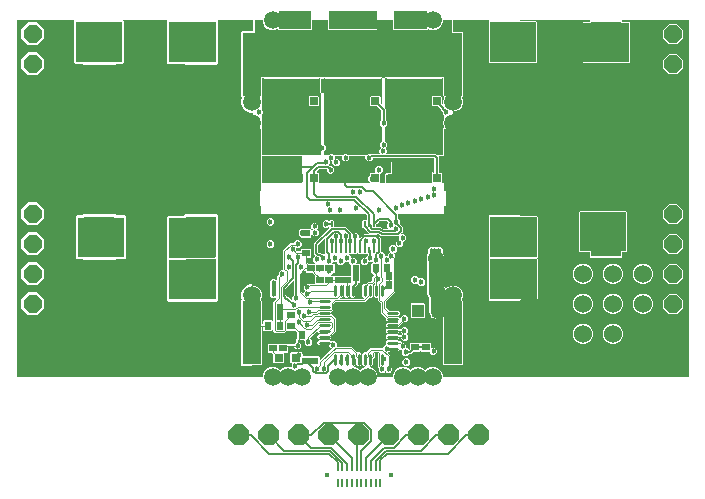
<source format=gbr>
G04 EAGLE Gerber RS-274X export*
G75*
%MOMM*%
%FSLAX34Y34*%
%LPD*%
%INTop Copper*%
%IPPOS*%
%AMOC8*
5,1,8,0,0,1.08239X$1,22.5*%
G01*
%ADD10R,0.700000X0.600000*%
%ADD11R,0.600000X0.700000*%
%ADD12R,1.000000X1.100000*%
%ADD13R,3.250000X0.686000*%
%ADD14R,0.710000X0.686000*%
%ADD15R,4.520000X3.800000*%
%ADD16C,0.230000*%
%ADD17R,3.700000X3.700000*%
%ADD18R,0.800000X0.800000*%
%ADD19R,0.220000X0.475000*%
%ADD20R,0.320000X0.650000*%
%ADD21R,2.500000X3.500000*%
%ADD22C,1.524000*%
%ADD23P,1.649562X8X202.500000*%
%ADD24R,0.220000X0.660000*%
%ADD25R,0.350000X0.440000*%
%ADD26P,1.924489X8X292.500000*%
%ADD27R,1.500000X1.500000*%
%ADD28R,0.654000X0.654000*%
%ADD29C,1.500000*%
%ADD30C,0.088900*%
%ADD31C,0.152400*%
%ADD32C,0.454000*%
%ADD33C,1.270000*%
%ADD34C,0.203200*%

G36*
X589626Y69031D02*
X589626Y69031D01*
X589655Y69029D01*
X589717Y69051D01*
X589781Y69065D01*
X589804Y69082D01*
X589832Y69092D01*
X589879Y69138D01*
X589931Y69176D01*
X589945Y69202D01*
X589966Y69222D01*
X589978Y69261D01*
X590022Y69340D01*
X590030Y69430D01*
X590041Y69469D01*
X590041Y371285D01*
X590035Y371313D01*
X590037Y371342D01*
X590015Y371404D01*
X590002Y371468D01*
X589984Y371491D01*
X589974Y371519D01*
X589929Y371566D01*
X589890Y371618D01*
X589865Y371632D01*
X589844Y371653D01*
X589805Y371665D01*
X589726Y371709D01*
X589636Y371717D01*
X589598Y371728D01*
X533962Y371728D01*
X533933Y371722D01*
X533904Y371724D01*
X533843Y371702D01*
X533779Y371689D01*
X533755Y371671D01*
X533728Y371661D01*
X533681Y371616D01*
X533628Y371577D01*
X533614Y371552D01*
X533593Y371531D01*
X533581Y371492D01*
X533537Y371413D01*
X533530Y371323D01*
X533518Y371285D01*
X533518Y370617D01*
X533524Y370589D01*
X533522Y370560D01*
X533544Y370498D01*
X533558Y370434D01*
X533575Y370411D01*
X533585Y370383D01*
X533631Y370336D01*
X533669Y370284D01*
X533695Y370270D01*
X533715Y370249D01*
X533754Y370237D01*
X533833Y370193D01*
X533923Y370185D01*
X533962Y370174D01*
X539960Y370174D01*
X540481Y369653D01*
X540481Y335705D01*
X539960Y335184D01*
X533453Y335184D01*
X533410Y335175D01*
X533366Y335176D01*
X533334Y335159D01*
X533270Y335145D01*
X533170Y335071D01*
X533139Y335054D01*
X532997Y334912D01*
X507260Y334912D01*
X507118Y335054D01*
X507081Y335078D01*
X507051Y335109D01*
X507016Y335120D01*
X506960Y335156D01*
X506838Y335174D01*
X506804Y335184D01*
X500678Y335184D01*
X500157Y335705D01*
X500157Y369653D01*
X500678Y370174D01*
X506295Y370174D01*
X506324Y370180D01*
X506353Y370178D01*
X506414Y370200D01*
X506478Y370213D01*
X506502Y370231D01*
X506529Y370241D01*
X506576Y370286D01*
X506629Y370325D01*
X506643Y370350D01*
X506664Y370371D01*
X506676Y370410D01*
X506720Y370489D01*
X506727Y370579D01*
X506739Y370617D01*
X506739Y371285D01*
X506733Y371313D01*
X506735Y371342D01*
X506713Y371404D01*
X506699Y371468D01*
X506682Y371491D01*
X506672Y371519D01*
X506626Y371566D01*
X506588Y371618D01*
X506562Y371632D01*
X506542Y371653D01*
X506503Y371665D01*
X506424Y371709D01*
X506334Y371717D01*
X506295Y371728D01*
X447919Y371728D01*
X447891Y371722D01*
X447862Y371724D01*
X447800Y371702D01*
X447736Y371689D01*
X447713Y371671D01*
X447685Y371661D01*
X447638Y371616D01*
X447586Y371577D01*
X447572Y371552D01*
X447551Y371531D01*
X447539Y371492D01*
X447495Y371413D01*
X447487Y371323D01*
X447476Y371285D01*
X447476Y370808D01*
X447482Y370779D01*
X447480Y370750D01*
X447502Y370689D01*
X447515Y370625D01*
X447533Y370601D01*
X447543Y370574D01*
X447588Y370527D01*
X447627Y370474D01*
X447652Y370460D01*
X447673Y370439D01*
X447712Y370427D01*
X447791Y370383D01*
X447881Y370376D01*
X447919Y370364D01*
X460966Y370364D01*
X461487Y369843D01*
X461487Y335896D01*
X460966Y335375D01*
X447601Y335375D01*
X447558Y335366D01*
X447514Y335366D01*
X447482Y335349D01*
X447418Y335335D01*
X447318Y335262D01*
X447287Y335245D01*
X446955Y334912D01*
X421217Y334912D01*
X420696Y335433D01*
X420696Y371285D01*
X420690Y371313D01*
X420692Y371342D01*
X420670Y371404D01*
X420657Y371468D01*
X420639Y371491D01*
X420629Y371519D01*
X420584Y371566D01*
X420545Y371618D01*
X420520Y371632D01*
X420499Y371653D01*
X420460Y371665D01*
X420381Y371709D01*
X420291Y371717D01*
X420253Y371728D01*
X390652Y371728D01*
X390623Y371722D01*
X390594Y371724D01*
X390533Y371702D01*
X390469Y371689D01*
X390445Y371671D01*
X390418Y371661D01*
X390371Y371616D01*
X390318Y371577D01*
X390304Y371552D01*
X390283Y371531D01*
X390271Y371492D01*
X390227Y371413D01*
X390220Y371323D01*
X390208Y371285D01*
X390208Y361576D01*
X390214Y361547D01*
X390212Y361518D01*
X390234Y361457D01*
X390248Y361393D01*
X390265Y361369D01*
X390275Y361342D01*
X390321Y361295D01*
X390359Y361242D01*
X390385Y361228D01*
X390405Y361207D01*
X390444Y361195D01*
X390523Y361151D01*
X390613Y361144D01*
X390652Y361132D01*
X398521Y361132D01*
X399042Y360611D01*
X399042Y307155D01*
X398480Y306594D01*
X398464Y306581D01*
X398442Y306574D01*
X398389Y306526D01*
X398331Y306483D01*
X398320Y306463D01*
X398304Y306449D01*
X398275Y306382D01*
X398240Y306319D01*
X398238Y306297D01*
X398229Y306277D01*
X398233Y306237D01*
X398224Y306132D01*
X398251Y306059D01*
X398254Y306020D01*
X399042Y304119D01*
X399042Y300782D01*
X397764Y297698D01*
X395404Y295338D01*
X392321Y294061D01*
X390652Y294061D01*
X390623Y294055D01*
X390594Y294057D01*
X390533Y294035D01*
X390469Y294021D01*
X390445Y294004D01*
X390418Y293994D01*
X390371Y293948D01*
X390318Y293910D01*
X390304Y293884D01*
X390283Y293864D01*
X390271Y293825D01*
X390227Y293746D01*
X390220Y293656D01*
X390208Y293617D01*
X390208Y258190D01*
X383794Y258190D01*
X383765Y258184D01*
X383736Y258186D01*
X383675Y258164D01*
X383611Y258151D01*
X383587Y258133D01*
X383560Y258123D01*
X383513Y258078D01*
X383460Y258039D01*
X383446Y258014D01*
X383425Y257993D01*
X383413Y257954D01*
X383369Y257875D01*
X383362Y257785D01*
X383350Y257747D01*
X383350Y257194D01*
X382569Y256412D01*
X379031Y256412D01*
X379003Y256406D01*
X378974Y256408D01*
X378912Y256386D01*
X378848Y256373D01*
X378825Y256355D01*
X378797Y256345D01*
X378750Y256300D01*
X378698Y256261D01*
X378684Y256236D01*
X378663Y256215D01*
X378651Y256176D01*
X378607Y256097D01*
X378599Y256007D01*
X378588Y255969D01*
X378588Y242840D01*
X378592Y242821D01*
X378592Y242815D01*
X378594Y242809D01*
X378592Y242783D01*
X378614Y242721D01*
X378627Y242657D01*
X378645Y242634D01*
X378655Y242606D01*
X378700Y242559D01*
X378739Y242507D01*
X378764Y242493D01*
X378785Y242472D01*
X378824Y242460D01*
X378903Y242416D01*
X378993Y242408D01*
X379031Y242397D01*
X380601Y242397D01*
X381122Y241876D01*
X381122Y234267D01*
X381096Y234221D01*
X381053Y234154D01*
X381051Y234139D01*
X381044Y234126D01*
X381037Y234047D01*
X381026Y233969D01*
X381030Y233954D01*
X381028Y233940D01*
X381055Y233865D01*
X381077Y233788D01*
X381086Y233777D01*
X381091Y233763D01*
X381147Y233706D01*
X381198Y233646D01*
X381211Y233639D01*
X381222Y233629D01*
X381256Y233618D01*
X381367Y233565D01*
X381434Y233564D01*
X381468Y233554D01*
X390208Y233554D01*
X390208Y207263D01*
X344266Y207263D01*
X344238Y207257D01*
X344209Y207259D01*
X344147Y207237D01*
X344083Y207224D01*
X344060Y207206D01*
X344032Y207196D01*
X343985Y207151D01*
X343933Y207112D01*
X343919Y207087D01*
X343898Y207066D01*
X343886Y207027D01*
X343842Y206948D01*
X343834Y206858D01*
X343823Y206820D01*
X343823Y203911D01*
X343828Y203886D01*
X343827Y203867D01*
X343832Y203853D01*
X343831Y203824D01*
X343848Y203792D01*
X343862Y203728D01*
X343936Y203628D01*
X343953Y203597D01*
X345331Y202219D01*
X345331Y199602D01*
X345298Y199569D01*
X345282Y199544D01*
X345260Y199525D01*
X345232Y199466D01*
X345196Y199411D01*
X345192Y199382D01*
X345179Y199356D01*
X345178Y199290D01*
X345169Y199226D01*
X345177Y199198D01*
X345176Y199168D01*
X345195Y199133D01*
X345220Y199046D01*
X345279Y198977D01*
X345298Y198941D01*
X347744Y196495D01*
X347744Y191878D01*
X346901Y191035D01*
X346893Y191023D01*
X346881Y191014D01*
X346842Y190945D01*
X346799Y190878D01*
X346797Y190863D01*
X346790Y190850D01*
X346783Y190771D01*
X346772Y190692D01*
X346776Y190678D01*
X346774Y190664D01*
X346801Y190589D01*
X346823Y190512D01*
X346833Y190501D01*
X346838Y190487D01*
X346893Y190430D01*
X346944Y190369D01*
X346958Y190363D01*
X346968Y190353D01*
X347002Y190342D01*
X347114Y190289D01*
X347180Y190288D01*
X347214Y190278D01*
X349207Y190278D01*
X351058Y188427D01*
X351058Y185809D01*
X349207Y183958D01*
X348618Y183958D01*
X348589Y183952D01*
X348560Y183954D01*
X348499Y183932D01*
X348435Y183919D01*
X348411Y183901D01*
X348384Y183891D01*
X348337Y183846D01*
X348284Y183807D01*
X348270Y183782D01*
X348249Y183761D01*
X348237Y183722D01*
X348193Y183643D01*
X348186Y183553D01*
X348174Y183515D01*
X348174Y181015D01*
X346323Y179165D01*
X343706Y179165D01*
X341855Y181015D01*
X341855Y183633D01*
X343706Y185484D01*
X344295Y185484D01*
X344324Y185490D01*
X344353Y185488D01*
X344415Y185510D01*
X344478Y185524D01*
X344502Y185541D01*
X344529Y185551D01*
X344576Y185596D01*
X344629Y185635D01*
X344643Y185661D01*
X344664Y185681D01*
X344676Y185720D01*
X344720Y185799D01*
X344727Y185889D01*
X344739Y185928D01*
X344739Y188170D01*
X344733Y188199D01*
X344735Y188228D01*
X344713Y188290D01*
X344699Y188353D01*
X344682Y188377D01*
X344672Y188404D01*
X344626Y188451D01*
X344588Y188504D01*
X344562Y188518D01*
X344542Y188539D01*
X344503Y188551D01*
X344424Y188595D01*
X344334Y188602D01*
X344295Y188614D01*
X329333Y188614D01*
X327483Y190463D01*
X327447Y190487D01*
X327416Y190518D01*
X327382Y190529D01*
X327326Y190565D01*
X327203Y190583D01*
X327170Y190593D01*
X326503Y190593D01*
X326489Y190590D01*
X326474Y190592D01*
X326397Y190570D01*
X326320Y190554D01*
X326308Y190545D01*
X326294Y190541D01*
X326233Y190489D01*
X326169Y190442D01*
X326162Y190429D01*
X326151Y190420D01*
X326117Y190348D01*
X326078Y190278D01*
X326077Y190264D01*
X326071Y190250D01*
X326070Y190171D01*
X326063Y190092D01*
X326068Y190078D01*
X326068Y190063D01*
X326085Y190032D01*
X326126Y189915D01*
X326172Y189868D01*
X326189Y189836D01*
X328071Y187954D01*
X329169Y186856D01*
X329169Y175301D01*
X329175Y175273D01*
X329173Y175243D01*
X329195Y175182D01*
X329208Y175118D01*
X329226Y175095D01*
X329236Y175067D01*
X329281Y175020D01*
X329320Y174968D01*
X329345Y174953D01*
X329366Y174932D01*
X329405Y174921D01*
X329484Y174877D01*
X329574Y174869D01*
X329612Y174857D01*
X331174Y174857D01*
X333025Y173007D01*
X333025Y171931D01*
X333031Y171903D01*
X333028Y171873D01*
X333050Y171812D01*
X333064Y171748D01*
X333081Y171725D01*
X333091Y171697D01*
X333137Y171650D01*
X333176Y171598D01*
X333201Y171583D01*
X333222Y171562D01*
X333260Y171550D01*
X333339Y171507D01*
X333430Y171499D01*
X333468Y171487D01*
X334592Y171487D01*
X334621Y171494D01*
X334650Y171491D01*
X334712Y171513D01*
X334776Y171527D01*
X334799Y171544D01*
X334827Y171554D01*
X334874Y171600D01*
X334926Y171639D01*
X334940Y171664D01*
X334961Y171685D01*
X334973Y171723D01*
X335017Y171802D01*
X335024Y171893D01*
X335036Y171931D01*
X335036Y173393D01*
X336847Y175204D01*
X336863Y175228D01*
X336885Y175247D01*
X336913Y175306D01*
X336948Y175361D01*
X336952Y175390D01*
X336965Y175417D01*
X336966Y175482D01*
X336976Y175547D01*
X336968Y175575D01*
X336968Y175604D01*
X336949Y175640D01*
X336924Y175727D01*
X336906Y175748D01*
X336902Y175760D01*
X336864Y175799D01*
X336847Y175831D01*
X336473Y176205D01*
X336473Y178822D01*
X338324Y180673D01*
X340942Y180673D01*
X342793Y178822D01*
X342793Y176205D01*
X340982Y174394D01*
X340966Y174370D01*
X340944Y174351D01*
X340916Y174292D01*
X340881Y174237D01*
X340876Y174208D01*
X340864Y174181D01*
X340863Y174116D01*
X340853Y174051D01*
X340861Y174023D01*
X340861Y173994D01*
X340880Y173958D01*
X340905Y173871D01*
X340963Y173802D01*
X340982Y173767D01*
X341356Y173393D01*
X341356Y170995D01*
X341365Y170953D01*
X341364Y170909D01*
X341381Y170877D01*
X341395Y170812D01*
X341469Y170713D01*
X341486Y170682D01*
X341536Y170632D01*
X341536Y141404D01*
X340624Y140492D01*
X333654Y133522D01*
X333631Y133485D01*
X333599Y133455D01*
X333589Y133420D01*
X333553Y133365D01*
X333534Y133242D01*
X333524Y133208D01*
X333524Y128437D01*
X333533Y128394D01*
X333533Y128350D01*
X333550Y128318D01*
X333564Y128253D01*
X333637Y128154D01*
X333654Y128123D01*
X336260Y125517D01*
X336297Y125494D01*
X336327Y125462D01*
X336362Y125452D01*
X336417Y125416D01*
X336540Y125397D01*
X336574Y125387D01*
X344273Y125387D01*
X345468Y124192D01*
X345468Y122503D01*
X344273Y121308D01*
X336078Y121308D01*
X336063Y121305D01*
X336049Y121307D01*
X335972Y121285D01*
X335895Y121268D01*
X335883Y121259D01*
X335869Y121255D01*
X335808Y121204D01*
X335744Y121157D01*
X335737Y121144D01*
X335726Y121134D01*
X335692Y121062D01*
X335653Y120993D01*
X335652Y120978D01*
X335646Y120965D01*
X335644Y120885D01*
X335638Y120806D01*
X335643Y120792D01*
X335643Y120777D01*
X335659Y120746D01*
X335701Y120630D01*
X335747Y120582D01*
X335764Y120550D01*
X335797Y120517D01*
X335831Y120495D01*
X335832Y120495D01*
X335834Y120493D01*
X335864Y120462D01*
X335899Y120452D01*
X335955Y120416D01*
X336077Y120398D01*
X336111Y120387D01*
X344273Y120387D01*
X345458Y119203D01*
X345470Y119195D01*
X345479Y119183D01*
X345548Y119144D01*
X345615Y119101D01*
X345630Y119099D01*
X345643Y119092D01*
X345722Y119086D01*
X345801Y119074D01*
X345815Y119078D01*
X345829Y119077D01*
X345904Y119103D01*
X345981Y119125D01*
X345992Y119135D01*
X346006Y119140D01*
X346063Y119195D01*
X346124Y119246D01*
X346130Y119260D01*
X346140Y119270D01*
X346151Y119304D01*
X346204Y119416D01*
X346205Y119482D01*
X346215Y119517D01*
X346215Y120072D01*
X348066Y121922D01*
X350684Y121922D01*
X352535Y120072D01*
X352535Y117454D01*
X350684Y115603D01*
X348286Y115603D01*
X348243Y115594D01*
X348199Y115595D01*
X348167Y115577D01*
X348103Y115563D01*
X348003Y115490D01*
X347972Y115473D01*
X345598Y113099D01*
X345575Y113062D01*
X345543Y113032D01*
X345533Y112997D01*
X345497Y112942D01*
X345478Y112819D01*
X345468Y112785D01*
X345468Y112503D01*
X344273Y111308D01*
X334884Y111308D01*
X333689Y112503D01*
X333689Y114192D01*
X334884Y115387D01*
X343929Y115387D01*
X343971Y115396D01*
X344015Y115396D01*
X344047Y115413D01*
X344112Y115427D01*
X344211Y115500D01*
X344243Y115517D01*
X344276Y115550D01*
X344284Y115563D01*
X344295Y115571D01*
X344334Y115641D01*
X344377Y115708D01*
X344379Y115722D01*
X344386Y115735D01*
X344393Y115814D01*
X344405Y115893D01*
X344401Y115907D01*
X344402Y115922D01*
X344375Y115997D01*
X344353Y116073D01*
X344344Y116084D01*
X344339Y116098D01*
X344283Y116155D01*
X344232Y116216D01*
X344219Y116222D01*
X344208Y116233D01*
X344175Y116243D01*
X344063Y116296D01*
X343996Y116297D01*
X343962Y116308D01*
X334884Y116308D01*
X333689Y117503D01*
X333689Y118668D01*
X333680Y118711D01*
X333680Y118755D01*
X333663Y118787D01*
X333649Y118851D01*
X333576Y118951D01*
X333559Y118982D01*
X329078Y123463D01*
X329078Y131663D01*
X329069Y131706D01*
X329069Y131750D01*
X329052Y131782D01*
X329038Y131847D01*
X328965Y131946D01*
X328948Y131977D01*
X326761Y134164D01*
X326761Y136014D01*
X326755Y136043D01*
X326757Y136072D01*
X326735Y136133D01*
X326721Y136197D01*
X326704Y136221D01*
X326694Y136248D01*
X326648Y136295D01*
X326610Y136348D01*
X326584Y136362D01*
X326564Y136383D01*
X326525Y136395D01*
X326446Y136439D01*
X326356Y136446D01*
X326317Y136458D01*
X324734Y136458D01*
X323539Y137653D01*
X323539Y147042D01*
X324114Y147618D01*
X324138Y147655D01*
X324169Y147685D01*
X324180Y147720D01*
X324216Y147775D01*
X324234Y147898D01*
X324244Y147932D01*
X324244Y148452D01*
X324241Y148466D01*
X324243Y148481D01*
X324221Y148557D01*
X324205Y148635D01*
X324196Y148647D01*
X324192Y148661D01*
X324140Y148722D01*
X324093Y148785D01*
X324080Y148792D01*
X324071Y148804D01*
X323999Y148838D01*
X323929Y148876D01*
X323915Y148878D01*
X323901Y148884D01*
X323822Y148885D01*
X323743Y148892D01*
X323729Y148887D01*
X323714Y148887D01*
X323683Y148870D01*
X323566Y148829D01*
X323519Y148783D01*
X323487Y148765D01*
X322505Y147783D01*
X322489Y147759D01*
X322466Y147740D01*
X322439Y147681D01*
X322403Y147626D01*
X322399Y147597D01*
X322386Y147570D01*
X322385Y147505D01*
X322376Y147441D01*
X322384Y147412D01*
X322383Y147383D01*
X322402Y147348D01*
X322427Y147261D01*
X322486Y147191D01*
X322505Y147156D01*
X322618Y147042D01*
X322618Y137653D01*
X321423Y136458D01*
X319795Y136458D01*
X319753Y136449D01*
X319709Y136449D01*
X319677Y136432D01*
X319612Y136418D01*
X319513Y136345D01*
X319482Y136328D01*
X316056Y132902D01*
X291239Y132902D01*
X291197Y132893D01*
X291153Y132893D01*
X291121Y132876D01*
X291056Y132862D01*
X290957Y132789D01*
X290926Y132772D01*
X289376Y131222D01*
X289353Y131186D01*
X289321Y131155D01*
X289311Y131121D01*
X289275Y131065D01*
X289256Y130942D01*
X289246Y130909D01*
X289246Y126092D01*
X287598Y124444D01*
X287575Y124408D01*
X287543Y124377D01*
X287533Y124343D01*
X287497Y124287D01*
X287478Y124164D01*
X287468Y124131D01*
X287468Y122564D01*
X287477Y122522D01*
X287477Y122478D01*
X287494Y122446D01*
X287508Y122381D01*
X287581Y122282D01*
X287598Y122251D01*
X291024Y118825D01*
X291024Y107870D01*
X287598Y104444D01*
X287575Y104408D01*
X287543Y104377D01*
X287533Y104343D01*
X287497Y104287D01*
X287478Y104164D01*
X287468Y104131D01*
X287468Y102503D01*
X286273Y101308D01*
X276884Y101308D01*
X275689Y102503D01*
X275689Y104192D01*
X276884Y105387D01*
X284583Y105387D01*
X284626Y105396D01*
X284670Y105396D01*
X284702Y105413D01*
X284767Y105427D01*
X284866Y105500D01*
X284897Y105517D01*
X284930Y105550D01*
X284936Y105559D01*
X284943Y105564D01*
X284944Y105567D01*
X284950Y105571D01*
X284989Y105641D01*
X285032Y105707D01*
X285034Y105722D01*
X285041Y105735D01*
X285048Y105814D01*
X285059Y105893D01*
X285055Y105907D01*
X285056Y105922D01*
X285030Y105997D01*
X285008Y106073D01*
X284998Y106084D01*
X284993Y106098D01*
X284938Y106155D01*
X284887Y106216D01*
X284873Y106222D01*
X284863Y106233D01*
X284829Y106243D01*
X284717Y106296D01*
X284651Y106297D01*
X284616Y106308D01*
X276884Y106308D01*
X275689Y107503D01*
X275689Y107535D01*
X275686Y107550D01*
X275688Y107564D01*
X275666Y107641D01*
X275649Y107719D01*
X275640Y107730D01*
X275636Y107745D01*
X275585Y107805D01*
X275538Y107869D01*
X275525Y107876D01*
X275515Y107887D01*
X275443Y107922D01*
X275374Y107960D01*
X275359Y107961D01*
X275346Y107968D01*
X275266Y107969D01*
X275187Y107975D01*
X275173Y107970D01*
X275159Y107971D01*
X275127Y107954D01*
X275011Y107912D01*
X274963Y107866D01*
X274931Y107849D01*
X269512Y102430D01*
X269496Y102405D01*
X269474Y102386D01*
X269446Y102327D01*
X269410Y102272D01*
X269406Y102243D01*
X269393Y102217D01*
X269392Y102152D01*
X269383Y102087D01*
X269391Y102059D01*
X269390Y102029D01*
X269409Y101994D01*
X269434Y101907D01*
X269493Y101838D01*
X269512Y101802D01*
X271091Y100223D01*
X271091Y97606D01*
X269240Y95755D01*
X266622Y95755D01*
X264771Y97606D01*
X264771Y99815D01*
X264765Y99843D01*
X264767Y99872D01*
X264745Y99934D01*
X264732Y99998D01*
X264714Y100021D01*
X264704Y100049D01*
X264659Y100096D01*
X264620Y100148D01*
X264595Y100162D01*
X264574Y100183D01*
X264535Y100195D01*
X264456Y100239D01*
X264366Y100247D01*
X264328Y100258D01*
X260724Y100258D01*
X260695Y100252D01*
X260666Y100254D01*
X260605Y100232D01*
X260541Y100219D01*
X260517Y100201D01*
X260490Y100191D01*
X260443Y100146D01*
X260390Y100107D01*
X260376Y100082D01*
X260355Y100061D01*
X260343Y100022D01*
X260299Y99943D01*
X260292Y99853D01*
X260280Y99815D01*
X260280Y99043D01*
X260289Y99000D01*
X260289Y98956D01*
X260306Y98924D01*
X260320Y98859D01*
X260393Y98760D01*
X260410Y98729D01*
X262106Y97033D01*
X262106Y94416D01*
X260255Y92565D01*
X257637Y92565D01*
X255942Y94260D01*
X255905Y94284D01*
X255874Y94315D01*
X255840Y94326D01*
X255784Y94362D01*
X255662Y94380D01*
X255628Y94390D01*
X251023Y94390D01*
X250994Y94384D01*
X250965Y94386D01*
X250904Y94364D01*
X250840Y94351D01*
X250816Y94333D01*
X250789Y94323D01*
X250742Y94278D01*
X250689Y94239D01*
X250675Y94214D01*
X250654Y94193D01*
X250642Y94154D01*
X250598Y94075D01*
X250591Y93985D01*
X250579Y93947D01*
X250579Y90247D01*
X250058Y89726D01*
X248087Y89726D01*
X248058Y89720D01*
X248029Y89722D01*
X247968Y89700D01*
X247904Y89686D01*
X247880Y89669D01*
X247853Y89659D01*
X247806Y89613D01*
X247753Y89575D01*
X247739Y89549D01*
X247718Y89529D01*
X247706Y89490D01*
X247662Y89411D01*
X247655Y89321D01*
X247643Y89282D01*
X247643Y81356D01*
X247122Y80835D01*
X238385Y80835D01*
X237864Y81356D01*
X237864Y88544D01*
X237855Y88587D01*
X237855Y88631D01*
X237838Y88663D01*
X237824Y88727D01*
X237799Y88761D01*
X237791Y88785D01*
X237752Y88824D01*
X237751Y88827D01*
X237734Y88858D01*
X236996Y89596D01*
X236959Y89619D01*
X236929Y89651D01*
X236894Y89661D01*
X236838Y89697D01*
X236716Y89716D01*
X236682Y89726D01*
X234447Y89726D01*
X233926Y90247D01*
X233926Y96984D01*
X234447Y97505D01*
X250058Y97505D01*
X250375Y97189D01*
X250411Y97165D01*
X250442Y97134D01*
X250476Y97123D01*
X250532Y97087D01*
X250655Y97069D01*
X250688Y97059D01*
X255628Y97059D01*
X255671Y97068D01*
X255714Y97067D01*
X255746Y97084D01*
X255811Y97098D01*
X255910Y97172D01*
X255942Y97189D01*
X257482Y98729D01*
X257505Y98766D01*
X257537Y98796D01*
X257547Y98831D01*
X257583Y98886D01*
X257602Y99009D01*
X257612Y99043D01*
X257612Y101464D01*
X258663Y102515D01*
X258687Y102552D01*
X258718Y102582D01*
X258729Y102617D01*
X258765Y102673D01*
X258783Y102795D01*
X258793Y102829D01*
X258793Y106467D01*
X258784Y106510D01*
X258785Y106554D01*
X258768Y106586D01*
X258754Y106650D01*
X258680Y106750D01*
X258663Y106781D01*
X257370Y108074D01*
X257333Y108098D01*
X257303Y108129D01*
X257268Y108140D01*
X257212Y108176D01*
X257090Y108194D01*
X257056Y108204D01*
X249772Y108204D01*
X249729Y108195D01*
X249685Y108196D01*
X249653Y108179D01*
X249589Y108165D01*
X249489Y108091D01*
X249458Y108074D01*
X247992Y106608D01*
X239782Y106608D01*
X238219Y108171D01*
X238219Y108279D01*
X238216Y108293D01*
X238218Y108308D01*
X238196Y108384D01*
X238180Y108462D01*
X238171Y108474D01*
X238167Y108488D01*
X238115Y108549D01*
X238068Y108612D01*
X238055Y108620D01*
X238046Y108631D01*
X237974Y108665D01*
X237904Y108703D01*
X237890Y108705D01*
X237876Y108711D01*
X237797Y108712D01*
X237718Y108719D01*
X237704Y108714D01*
X237689Y108714D01*
X237658Y108697D01*
X237541Y108656D01*
X237494Y108609D01*
X237462Y108592D01*
X237256Y108386D01*
X230518Y108386D01*
X229997Y108907D01*
X229997Y110998D01*
X229991Y111027D01*
X229993Y111056D01*
X229971Y111117D01*
X229958Y111181D01*
X229940Y111205D01*
X229930Y111232D01*
X229885Y111279D01*
X229846Y111332D01*
X229821Y111346D01*
X229800Y111367D01*
X229761Y111379D01*
X229682Y111423D01*
X229592Y111430D01*
X229554Y111442D01*
X229305Y111442D01*
X229277Y111436D01*
X229248Y111438D01*
X229186Y111416D01*
X229122Y111402D01*
X229099Y111385D01*
X229071Y111375D01*
X229024Y111329D01*
X228972Y111291D01*
X228958Y111265D01*
X228937Y111245D01*
X228925Y111206D01*
X228881Y111127D01*
X228873Y111037D01*
X228862Y110998D01*
X228862Y80142D01*
X228341Y79621D01*
X220472Y79621D01*
X220443Y79615D01*
X220414Y79617D01*
X220353Y79595D01*
X220289Y79582D01*
X220265Y79564D01*
X220238Y79554D01*
X220191Y79509D01*
X220138Y79470D01*
X220124Y79445D01*
X220103Y79424D01*
X220091Y79385D01*
X220047Y79306D01*
X220040Y79216D01*
X220028Y79178D01*
X220028Y78478D01*
X212130Y78478D01*
X210939Y79669D01*
X210939Y134072D01*
X211413Y134546D01*
X211433Y134577D01*
X211460Y134601D01*
X211483Y134655D01*
X211515Y134704D01*
X211520Y134740D01*
X211535Y134773D01*
X211531Y134812D01*
X211543Y134889D01*
X211514Y134990D01*
X211510Y135030D01*
X210939Y136407D01*
X210939Y140199D01*
X212391Y143703D01*
X215072Y146384D01*
X218576Y147836D01*
X220028Y147836D01*
X220028Y147136D01*
X220034Y147108D01*
X220032Y147079D01*
X220054Y147017D01*
X220068Y146953D01*
X220085Y146930D01*
X220095Y146902D01*
X220141Y146855D01*
X220179Y146803D01*
X220205Y146789D01*
X220225Y146768D01*
X220264Y146756D01*
X220343Y146712D01*
X220433Y146704D01*
X220472Y146693D01*
X222141Y146693D01*
X225224Y145415D01*
X227584Y143055D01*
X228862Y139972D01*
X228862Y136634D01*
X228074Y134733D01*
X228070Y134712D01*
X228060Y134692D01*
X228054Y134620D01*
X228041Y134549D01*
X228046Y134528D01*
X228044Y134506D01*
X228069Y134437D01*
X228086Y134367D01*
X228100Y134350D01*
X228107Y134329D01*
X228158Y134277D01*
X228203Y134220D01*
X228222Y134210D01*
X228238Y134195D01*
X228276Y134183D01*
X228279Y134181D01*
X228862Y133599D01*
X228862Y114554D01*
X228868Y114525D01*
X228866Y114496D01*
X228888Y114435D01*
X228901Y114371D01*
X228919Y114347D01*
X228929Y114320D01*
X228974Y114273D01*
X229013Y114220D01*
X229038Y114206D01*
X229059Y114185D01*
X229098Y114173D01*
X229177Y114129D01*
X229267Y114122D01*
X229305Y114110D01*
X229554Y114110D01*
X229582Y114116D01*
X229611Y114114D01*
X229673Y114136D01*
X229737Y114150D01*
X229760Y114167D01*
X229788Y114177D01*
X229835Y114223D01*
X229887Y114261D01*
X229901Y114287D01*
X229922Y114307D01*
X229934Y114346D01*
X229978Y114425D01*
X229986Y114515D01*
X229997Y114554D01*
X229997Y116645D01*
X230518Y117166D01*
X237256Y117166D01*
X237462Y116960D01*
X237474Y116952D01*
X237483Y116940D01*
X237553Y116901D01*
X237619Y116858D01*
X237634Y116856D01*
X237647Y116849D01*
X237726Y116842D01*
X237804Y116830D01*
X237819Y116835D01*
X237833Y116833D01*
X237908Y116860D01*
X237985Y116882D01*
X237996Y116891D01*
X238010Y116896D01*
X238067Y116952D01*
X238128Y117003D01*
X238134Y117016D01*
X238144Y117027D01*
X238155Y117061D01*
X238208Y117172D01*
X238209Y117239D01*
X238219Y117273D01*
X238219Y133109D01*
X239131Y134020D01*
X240322Y135211D01*
X240330Y135224D01*
X240342Y135232D01*
X240380Y135302D01*
X240423Y135369D01*
X240426Y135383D01*
X240433Y135396D01*
X240439Y135475D01*
X240451Y135554D01*
X240447Y135568D01*
X240448Y135583D01*
X240421Y135658D01*
X240399Y135734D01*
X240390Y135745D01*
X240385Y135759D01*
X240330Y135816D01*
X240278Y135877D01*
X240265Y135883D01*
X240255Y135894D01*
X240221Y135904D01*
X240109Y135957D01*
X240043Y135958D01*
X240008Y135969D01*
X237324Y135969D01*
X235473Y137820D01*
X235473Y140437D01*
X235533Y140497D01*
X235549Y140522D01*
X235572Y140541D01*
X235600Y140600D01*
X235635Y140655D01*
X235639Y140684D01*
X235652Y140710D01*
X235653Y140776D01*
X235662Y140840D01*
X235654Y140869D01*
X235655Y140898D01*
X235636Y140933D01*
X235611Y141020D01*
X235552Y141090D01*
X235537Y141119D01*
X235537Y143741D01*
X235549Y143761D01*
X235572Y143780D01*
X235600Y143839D01*
X235635Y143893D01*
X235639Y143922D01*
X235652Y143949D01*
X235653Y144014D01*
X235662Y144079D01*
X235654Y144107D01*
X235655Y144136D01*
X235636Y144172D01*
X235611Y144259D01*
X235552Y144328D01*
X235533Y144364D01*
X235473Y144424D01*
X235473Y147041D01*
X235533Y147101D01*
X235549Y147126D01*
X235572Y147145D01*
X235600Y147204D01*
X235635Y147259D01*
X235639Y147288D01*
X235652Y147314D01*
X235653Y147380D01*
X235662Y147444D01*
X235654Y147472D01*
X235655Y147502D01*
X235636Y147537D01*
X235611Y147624D01*
X235552Y147693D01*
X235537Y147723D01*
X235537Y150343D01*
X237388Y152194D01*
X240005Y152194D01*
X241018Y151182D01*
X241030Y151174D01*
X241039Y151162D01*
X241108Y151123D01*
X241175Y151080D01*
X241190Y151078D01*
X241203Y151071D01*
X241282Y151064D01*
X241361Y151053D01*
X241375Y151057D01*
X241389Y151056D01*
X241464Y151082D01*
X241541Y151104D01*
X241552Y151114D01*
X241566Y151119D01*
X241623Y151174D01*
X241684Y151225D01*
X241690Y151239D01*
X241700Y151249D01*
X241711Y151283D01*
X241764Y151395D01*
X241765Y151461D01*
X241775Y151496D01*
X241775Y154360D01*
X242707Y155292D01*
X242731Y155329D01*
X242763Y155359D01*
X242773Y155394D01*
X242809Y155450D01*
X242827Y155572D01*
X242837Y155606D01*
X242837Y158004D01*
X244688Y159855D01*
X245905Y159855D01*
X245933Y159861D01*
X245962Y159858D01*
X246024Y159880D01*
X246088Y159894D01*
X246111Y159912D01*
X246139Y159922D01*
X246186Y159967D01*
X246238Y160006D01*
X246252Y160031D01*
X246273Y160052D01*
X246285Y160090D01*
X246329Y160170D01*
X246337Y160260D01*
X246348Y160298D01*
X246348Y176379D01*
X252571Y182602D01*
X255524Y182602D01*
X255552Y182608D01*
X255581Y182606D01*
X255643Y182628D01*
X255707Y182642D01*
X255730Y182659D01*
X255758Y182669D01*
X255805Y182715D01*
X255857Y182753D01*
X255871Y182779D01*
X255892Y182799D01*
X255904Y182838D01*
X255948Y182917D01*
X255956Y183007D01*
X255967Y183046D01*
X257818Y184897D01*
X260436Y184897D01*
X262287Y183046D01*
X262287Y180428D01*
X260436Y178577D01*
X258220Y178577D01*
X258191Y178571D01*
X258162Y178573D01*
X258101Y178551D01*
X258037Y178538D01*
X258013Y178520D01*
X257986Y178510D01*
X257939Y178465D01*
X257886Y178426D01*
X257872Y178401D01*
X257851Y178380D01*
X257839Y178341D01*
X257795Y178262D01*
X257788Y178172D01*
X257776Y178134D01*
X257776Y176575D01*
X257785Y176533D01*
X257785Y176489D01*
X257802Y176457D01*
X257816Y176392D01*
X257890Y176293D01*
X257906Y176262D01*
X258095Y176073D01*
X258129Y176051D01*
X258136Y176044D01*
X258137Y176043D01*
X258162Y176018D01*
X258197Y176008D01*
X258252Y175972D01*
X258375Y175954D01*
X258408Y175943D01*
X260978Y175943D01*
X261006Y175949D01*
X261035Y175947D01*
X261097Y175969D01*
X261161Y175983D01*
X261184Y176000D01*
X261212Y176010D01*
X261259Y176056D01*
X261311Y176094D01*
X261325Y176120D01*
X261346Y176140D01*
X261358Y176179D01*
X261402Y176258D01*
X261410Y176348D01*
X261421Y176387D01*
X261421Y177375D01*
X261942Y177896D01*
X269680Y177896D01*
X270201Y177375D01*
X270201Y170638D01*
X269680Y170117D01*
X267589Y170117D01*
X267560Y170111D01*
X267531Y170113D01*
X267470Y170091D01*
X267406Y170077D01*
X267382Y170060D01*
X267355Y170050D01*
X267308Y170004D01*
X267255Y169966D01*
X267241Y169940D01*
X267220Y169920D01*
X267208Y169881D01*
X267164Y169802D01*
X267157Y169712D01*
X267145Y169673D01*
X267145Y166201D01*
X267151Y166174D01*
X267149Y166149D01*
X267154Y166135D01*
X267154Y166114D01*
X267171Y166082D01*
X267185Y166018D01*
X267206Y165989D01*
X267212Y165972D01*
X267240Y165943D01*
X267258Y165918D01*
X267275Y165887D01*
X267869Y165293D01*
X267906Y165270D01*
X267936Y165238D01*
X267971Y165228D01*
X268027Y165192D01*
X268149Y165173D01*
X268183Y165163D01*
X273309Y165163D01*
X273324Y165166D01*
X273338Y165164D01*
X273415Y165186D01*
X273493Y165203D01*
X273504Y165212D01*
X273519Y165216D01*
X273579Y165267D01*
X273643Y165314D01*
X273650Y165327D01*
X273661Y165337D01*
X273696Y165409D01*
X273734Y165478D01*
X273735Y165493D01*
X273742Y165506D01*
X273743Y165586D01*
X273749Y165665D01*
X273744Y165679D01*
X273745Y165693D01*
X273728Y165725D01*
X273686Y165841D01*
X273640Y165889D01*
X273623Y165921D01*
X271891Y167653D01*
X271891Y170271D01*
X273676Y172056D01*
X273692Y172081D01*
X273714Y172099D01*
X273742Y172158D01*
X273777Y172213D01*
X273782Y172242D01*
X273794Y172269D01*
X273795Y172334D01*
X273805Y172399D01*
X273797Y172427D01*
X273797Y172456D01*
X273778Y172492D01*
X273753Y172579D01*
X273695Y172648D01*
X273676Y172683D01*
X273193Y173166D01*
X273193Y182402D01*
X285855Y195064D01*
X285871Y195089D01*
X285893Y195108D01*
X285921Y195167D01*
X285957Y195221D01*
X285961Y195250D01*
X285974Y195277D01*
X285975Y195342D01*
X285984Y195407D01*
X285976Y195435D01*
X285977Y195464D01*
X285958Y195500D01*
X285933Y195587D01*
X285874Y195656D01*
X285855Y195692D01*
X285649Y195898D01*
X285624Y195914D01*
X285605Y195936D01*
X285546Y195964D01*
X285491Y196000D01*
X285462Y196004D01*
X285436Y196016D01*
X285370Y196018D01*
X285306Y196027D01*
X285278Y196019D01*
X285248Y196020D01*
X285213Y196001D01*
X285126Y195976D01*
X285057Y195917D01*
X285021Y195898D01*
X284645Y195522D01*
X282028Y195522D01*
X280177Y197373D01*
X280177Y199991D01*
X282028Y201842D01*
X284645Y201842D01*
X285019Y201468D01*
X285044Y201452D01*
X285063Y201430D01*
X285122Y201402D01*
X285177Y201366D01*
X285206Y201362D01*
X285232Y201350D01*
X285297Y201348D01*
X285362Y201339D01*
X285390Y201347D01*
X285419Y201346D01*
X285455Y201365D01*
X285542Y201390D01*
X285611Y201449D01*
X285647Y201468D01*
X286127Y201949D01*
X289065Y201949D01*
X289586Y201428D01*
X289586Y196717D01*
X289592Y196688D01*
X289590Y196659D01*
X289612Y196597D01*
X289625Y196533D01*
X289643Y196510D01*
X289653Y196482D01*
X289698Y196435D01*
X289737Y196383D01*
X289762Y196369D01*
X289783Y196348D01*
X289822Y196336D01*
X289901Y196292D01*
X289991Y196285D01*
X290029Y196273D01*
X299494Y196273D01*
X305019Y190747D01*
X305044Y190731D01*
X305063Y190709D01*
X305122Y190681D01*
X305177Y190645D01*
X305206Y190641D01*
X305232Y190629D01*
X305298Y190627D01*
X305362Y190618D01*
X305390Y190626D01*
X305420Y190625D01*
X305455Y190644D01*
X305542Y190669D01*
X305612Y190728D01*
X305647Y190747D01*
X306286Y191386D01*
X308904Y191386D01*
X310755Y189535D01*
X310755Y187232D01*
X310758Y187217D01*
X310756Y187203D01*
X310778Y187126D01*
X310795Y187049D01*
X310803Y187037D01*
X310807Y187023D01*
X310859Y186962D01*
X310906Y186898D01*
X310919Y186891D01*
X310929Y186880D01*
X311001Y186846D01*
X311070Y186807D01*
X311085Y186806D01*
X311098Y186800D01*
X311178Y186798D01*
X311257Y186792D01*
X311270Y186797D01*
X311285Y186797D01*
X311316Y186813D01*
X311433Y186855D01*
X311481Y186901D01*
X311513Y186918D01*
X314715Y190121D01*
X318942Y190121D01*
X318957Y190124D01*
X318971Y190122D01*
X319048Y190144D01*
X319125Y190160D01*
X319137Y190169D01*
X319151Y190173D01*
X319212Y190225D01*
X319276Y190272D01*
X319283Y190285D01*
X319294Y190294D01*
X319328Y190366D01*
X319367Y190436D01*
X319368Y190450D01*
X319374Y190464D01*
X319376Y190543D01*
X319382Y190622D01*
X319377Y190636D01*
X319377Y190651D01*
X319361Y190682D01*
X319319Y190799D01*
X319273Y190846D01*
X319256Y190878D01*
X318443Y191691D01*
X314845Y195289D01*
X314808Y195313D01*
X314778Y195344D01*
X314743Y195355D01*
X314687Y195391D01*
X314565Y195409D01*
X314531Y195419D01*
X314127Y195419D01*
X313606Y195940D01*
X313606Y201428D01*
X314127Y201949D01*
X317065Y201949D01*
X317187Y201827D01*
X317199Y201819D01*
X317208Y201807D01*
X317233Y201793D01*
X317244Y201781D01*
X317265Y201775D01*
X317277Y201768D01*
X317344Y201725D01*
X317359Y201723D01*
X317372Y201716D01*
X317451Y201709D01*
X317529Y201697D01*
X317544Y201702D01*
X317558Y201700D01*
X317633Y201727D01*
X317710Y201749D01*
X317721Y201758D01*
X317735Y201763D01*
X317792Y201819D01*
X317853Y201870D01*
X317859Y201883D01*
X317869Y201894D01*
X317880Y201928D01*
X317918Y202009D01*
X317925Y202021D01*
X317925Y202024D01*
X317933Y202039D01*
X317934Y202106D01*
X317944Y202140D01*
X317944Y206079D01*
X317935Y206121D01*
X317936Y206165D01*
X317919Y206197D01*
X317905Y206262D01*
X317831Y206361D01*
X317814Y206392D01*
X317073Y207133D01*
X317037Y207157D01*
X317006Y207188D01*
X316971Y207199D01*
X316916Y207235D01*
X316793Y207253D01*
X316760Y207263D01*
X296830Y207263D01*
X296787Y207254D01*
X296743Y207255D01*
X296711Y207238D01*
X296646Y207224D01*
X296547Y207150D01*
X296516Y207133D01*
X296508Y207126D01*
X293891Y207126D01*
X293883Y207133D01*
X293846Y207157D01*
X293816Y207188D01*
X293781Y207199D01*
X293726Y207235D01*
X293603Y207253D01*
X293569Y207263D01*
X220916Y207263D01*
X220916Y233554D01*
X227553Y233554D01*
X227581Y233560D01*
X227610Y233558D01*
X227672Y233580D01*
X227736Y233593D01*
X227759Y233611D01*
X227787Y233621D01*
X227834Y233666D01*
X227886Y233705D01*
X227900Y233731D01*
X227921Y233751D01*
X227933Y233790D01*
X227977Y233869D01*
X227985Y233959D01*
X227996Y233998D01*
X227996Y256432D01*
X228016Y256451D01*
X228032Y256476D01*
X228054Y256495D01*
X228082Y256554D01*
X228117Y256609D01*
X228121Y256638D01*
X228134Y256664D01*
X228135Y256730D01*
X228145Y256794D01*
X228137Y256822D01*
X228137Y256852D01*
X228118Y256887D01*
X228093Y256974D01*
X228035Y257043D01*
X228016Y257079D01*
X227901Y257194D01*
X227901Y257747D01*
X227895Y257775D01*
X227897Y257804D01*
X227875Y257866D01*
X227861Y257930D01*
X227844Y257953D01*
X227834Y257981D01*
X227788Y258028D01*
X227750Y258080D01*
X227724Y258094D01*
X227704Y258115D01*
X227665Y258127D01*
X227586Y258171D01*
X227496Y258179D01*
X227457Y258190D01*
X220916Y258190D01*
X220916Y292474D01*
X220910Y292503D01*
X220912Y292532D01*
X220890Y292593D01*
X220876Y292657D01*
X220859Y292681D01*
X220849Y292708D01*
X220803Y292755D01*
X220765Y292808D01*
X220739Y292822D01*
X220719Y292843D01*
X220680Y292855D01*
X220601Y292899D01*
X220511Y292906D01*
X220472Y292918D01*
X218576Y292918D01*
X215072Y294369D01*
X212391Y297051D01*
X210939Y300554D01*
X210939Y304347D01*
X211510Y305724D01*
X211516Y305760D01*
X211532Y305793D01*
X211533Y305851D01*
X211543Y305908D01*
X211534Y305943D01*
X211535Y305980D01*
X211517Y306014D01*
X211498Y306090D01*
X211432Y306172D01*
X211413Y306207D01*
X210939Y306682D01*
X210939Y361084D01*
X212130Y362275D01*
X220472Y362275D01*
X220501Y362281D01*
X220530Y362279D01*
X220591Y362301D01*
X220655Y362315D01*
X220679Y362332D01*
X220706Y362342D01*
X220753Y362388D01*
X220806Y362426D01*
X220820Y362452D01*
X220841Y362472D01*
X220853Y362511D01*
X220897Y362590D01*
X220904Y362680D01*
X220916Y362719D01*
X220916Y371285D01*
X220910Y371313D01*
X220912Y371342D01*
X220890Y371404D01*
X220876Y371468D01*
X220859Y371491D01*
X220849Y371519D01*
X220803Y371566D01*
X220765Y371618D01*
X220739Y371632D01*
X220719Y371653D01*
X220680Y371665D01*
X220601Y371709D01*
X220511Y371717D01*
X220472Y371728D01*
X192014Y371728D01*
X191986Y371722D01*
X191957Y371724D01*
X191895Y371702D01*
X191831Y371689D01*
X191808Y371671D01*
X191780Y371661D01*
X191733Y371616D01*
X191681Y371577D01*
X191667Y371552D01*
X191646Y371531D01*
X191634Y371492D01*
X191590Y371413D01*
X191582Y371323D01*
X191571Y371285D01*
X191571Y334960D01*
X190380Y333769D01*
X163696Y333769D01*
X163300Y334165D01*
X163263Y334189D01*
X163233Y334220D01*
X163198Y334231D01*
X163143Y334267D01*
X163020Y334285D01*
X162986Y334295D01*
X149177Y334295D01*
X147986Y335486D01*
X147986Y370380D01*
X148577Y370971D01*
X148585Y370983D01*
X148597Y370992D01*
X148635Y371061D01*
X148679Y371128D01*
X148681Y371143D01*
X148688Y371156D01*
X148694Y371235D01*
X148706Y371314D01*
X148702Y371328D01*
X148703Y371342D01*
X148676Y371417D01*
X148655Y371494D01*
X148645Y371505D01*
X148640Y371519D01*
X148585Y371576D01*
X148533Y371637D01*
X148520Y371643D01*
X148510Y371653D01*
X148476Y371664D01*
X148364Y371717D01*
X148298Y371718D01*
X148263Y371728D01*
X111769Y371728D01*
X111755Y371725D01*
X111740Y371727D01*
X111664Y371705D01*
X111586Y371689D01*
X111574Y371680D01*
X111560Y371676D01*
X111499Y371624D01*
X111436Y371577D01*
X111428Y371564D01*
X111417Y371555D01*
X111383Y371483D01*
X111345Y371413D01*
X111343Y371399D01*
X111337Y371385D01*
X111336Y371306D01*
X111329Y371227D01*
X111334Y371213D01*
X111334Y371198D01*
X111351Y371167D01*
X111392Y371050D01*
X111438Y371003D01*
X111455Y370971D01*
X111919Y370507D01*
X111919Y335613D01*
X110728Y334422D01*
X105238Y334422D01*
X105195Y334413D01*
X105151Y334414D01*
X105119Y334397D01*
X105055Y334383D01*
X104955Y334309D01*
X104924Y334292D01*
X104401Y333769D01*
X77717Y333769D01*
X77194Y334292D01*
X77157Y334316D01*
X77127Y334347D01*
X77092Y334358D01*
X77037Y334394D01*
X76914Y334412D01*
X76880Y334422D01*
X70501Y334422D01*
X69310Y335613D01*
X69310Y370507D01*
X69774Y370971D01*
X69782Y370983D01*
X69793Y370992D01*
X69832Y371061D01*
X69875Y371128D01*
X69877Y371143D01*
X69884Y371156D01*
X69891Y371235D01*
X69903Y371314D01*
X69898Y371328D01*
X69900Y371342D01*
X69873Y371417D01*
X69851Y371494D01*
X69842Y371505D01*
X69837Y371519D01*
X69781Y371576D01*
X69730Y371637D01*
X69717Y371643D01*
X69706Y371653D01*
X69672Y371664D01*
X69561Y371717D01*
X69494Y371718D01*
X69460Y371728D01*
X21590Y371728D01*
X21561Y371722D01*
X21532Y371724D01*
X21471Y371702D01*
X21407Y371689D01*
X21383Y371671D01*
X21356Y371661D01*
X21309Y371616D01*
X21256Y371577D01*
X21242Y371552D01*
X21221Y371531D01*
X21209Y371492D01*
X21165Y371413D01*
X21158Y371323D01*
X21146Y371285D01*
X21146Y69469D01*
X21152Y69440D01*
X21150Y69411D01*
X21172Y69350D01*
X21186Y69286D01*
X21203Y69262D01*
X21213Y69235D01*
X21259Y69188D01*
X21297Y69135D01*
X21323Y69121D01*
X21343Y69100D01*
X21382Y69088D01*
X21461Y69044D01*
X21551Y69037D01*
X21590Y69025D01*
X229038Y69025D01*
X229066Y69031D01*
X229095Y69029D01*
X229157Y69051D01*
X229221Y69065D01*
X229244Y69082D01*
X229272Y69092D01*
X229319Y69138D01*
X229371Y69176D01*
X229385Y69202D01*
X229406Y69222D01*
X229418Y69261D01*
X229462Y69340D01*
X229470Y69430D01*
X229481Y69469D01*
X229481Y71138D01*
X230759Y74221D01*
X233119Y76581D01*
X236202Y77859D01*
X239540Y77859D01*
X242623Y76581D01*
X243844Y75361D01*
X243868Y75345D01*
X243887Y75323D01*
X243900Y75317D01*
X243904Y75313D01*
X243918Y75308D01*
X243946Y75295D01*
X244001Y75260D01*
X244030Y75255D01*
X244057Y75243D01*
X244122Y75242D01*
X244187Y75232D01*
X244215Y75240D01*
X244244Y75240D01*
X244280Y75259D01*
X244338Y75275D01*
X244347Y75277D01*
X244349Y75278D01*
X244367Y75284D01*
X244436Y75342D01*
X244471Y75361D01*
X245692Y76581D01*
X248775Y77859D01*
X252113Y77859D01*
X253267Y77381D01*
X253288Y77377D01*
X253308Y77366D01*
X253380Y77360D01*
X253451Y77347D01*
X253472Y77353D01*
X253494Y77351D01*
X253563Y77375D01*
X253633Y77393D01*
X253650Y77406D01*
X253671Y77414D01*
X253723Y77464D01*
X253779Y77509D01*
X253789Y77529D01*
X253805Y77544D01*
X253817Y77582D01*
X253865Y77676D01*
X253869Y77754D01*
X253880Y77791D01*
X253880Y79875D01*
X254083Y80078D01*
X254091Y80090D01*
X254103Y80099D01*
X254142Y80169D01*
X254185Y80235D01*
X254187Y80250D01*
X254194Y80263D01*
X254200Y80342D01*
X254212Y80420D01*
X254208Y80435D01*
X254209Y80449D01*
X254182Y80524D01*
X254161Y80601D01*
X254151Y80612D01*
X254146Y80626D01*
X254091Y80683D01*
X254040Y80744D01*
X254026Y80750D01*
X254016Y80760D01*
X253982Y80771D01*
X253870Y80824D01*
X253804Y80825D01*
X253769Y80835D01*
X253385Y80835D01*
X252864Y81356D01*
X252864Y90094D01*
X253385Y90615D01*
X258366Y90615D01*
X258409Y90624D01*
X258453Y90623D01*
X258485Y90640D01*
X258550Y90654D01*
X258649Y90728D01*
X258680Y90745D01*
X258852Y90917D01*
X261470Y90917D01*
X261642Y90745D01*
X261679Y90721D01*
X261709Y90690D01*
X261744Y90679D01*
X261799Y90643D01*
X261922Y90625D01*
X261956Y90615D01*
X262122Y90615D01*
X262643Y90094D01*
X262643Y89927D01*
X262652Y89884D01*
X262652Y89841D01*
X262669Y89809D01*
X262683Y89744D01*
X262756Y89645D01*
X262773Y89613D01*
X263321Y89066D01*
X263321Y87090D01*
X263327Y87062D01*
X263325Y87033D01*
X263347Y86971D01*
X263360Y86907D01*
X263378Y86884D01*
X263388Y86856D01*
X263433Y86809D01*
X263472Y86757D01*
X263497Y86743D01*
X263518Y86722D01*
X263557Y86710D01*
X263636Y86666D01*
X263726Y86658D01*
X263764Y86647D01*
X276982Y86647D01*
X277503Y86126D01*
X277503Y84107D01*
X277506Y84093D01*
X277504Y84078D01*
X277508Y84065D01*
X277507Y84055D01*
X277526Y84002D01*
X277526Y84001D01*
X277543Y83924D01*
X277552Y83912D01*
X277556Y83898D01*
X277569Y83883D01*
X277570Y83878D01*
X277586Y83862D01*
X277607Y83837D01*
X277654Y83773D01*
X277667Y83766D01*
X277677Y83755D01*
X277700Y83744D01*
X277701Y83744D01*
X277749Y83721D01*
X277818Y83682D01*
X277833Y83681D01*
X277846Y83675D01*
X277926Y83674D01*
X277934Y83673D01*
X277947Y83669D01*
X277953Y83669D01*
X277961Y83671D01*
X278005Y83667D01*
X278019Y83672D01*
X278033Y83672D01*
X278065Y83689D01*
X278098Y83700D01*
X278136Y83709D01*
X278150Y83719D01*
X278181Y83730D01*
X278229Y83776D01*
X278261Y83793D01*
X287515Y93048D01*
X287531Y93072D01*
X287553Y93091D01*
X287581Y93150D01*
X287617Y93205D01*
X287621Y93234D01*
X287634Y93261D01*
X287635Y93326D01*
X287644Y93391D01*
X287636Y93419D01*
X287637Y93448D01*
X287618Y93484D01*
X287593Y93571D01*
X287534Y93640D01*
X287515Y93675D01*
X285760Y95431D01*
X285760Y95864D01*
X285754Y95893D01*
X285756Y95922D01*
X285734Y95983D01*
X285720Y96047D01*
X285703Y96071D01*
X285693Y96098D01*
X285647Y96145D01*
X285609Y96198D01*
X285583Y96212D01*
X285563Y96233D01*
X285524Y96245D01*
X285445Y96289D01*
X285355Y96296D01*
X285316Y96308D01*
X276884Y96308D01*
X275689Y97503D01*
X275689Y99192D01*
X276884Y100387D01*
X286273Y100387D01*
X286849Y99812D01*
X286886Y99788D01*
X286916Y99757D01*
X286951Y99746D01*
X287006Y99710D01*
X287103Y99696D01*
X287109Y99693D01*
X287121Y99693D01*
X287129Y99692D01*
X287163Y99682D01*
X287209Y99682D01*
X287252Y99691D01*
X287296Y99690D01*
X287328Y99707D01*
X287393Y99721D01*
X287492Y99795D01*
X287523Y99812D01*
X287611Y99899D01*
X290228Y99899D01*
X292079Y98048D01*
X292079Y95253D01*
X292085Y95224D01*
X292083Y95195D01*
X292105Y95134D01*
X292119Y95070D01*
X292136Y95046D01*
X292146Y95019D01*
X292192Y94972D01*
X292230Y94919D01*
X292256Y94905D01*
X292276Y94884D01*
X292315Y94872D01*
X292394Y94828D01*
X292484Y94821D01*
X292523Y94809D01*
X305040Y94809D01*
X309482Y90367D01*
X309518Y90344D01*
X309549Y90312D01*
X309583Y90302D01*
X309639Y90266D01*
X309762Y90247D01*
X309795Y90237D01*
X311423Y90237D01*
X312618Y89042D01*
X312618Y79653D01*
X311423Y78458D01*
X309734Y78458D01*
X308539Y79653D01*
X308539Y84317D01*
X308530Y84359D01*
X308530Y84403D01*
X308513Y84435D01*
X308499Y84500D01*
X308426Y84599D01*
X308409Y84630D01*
X308376Y84663D01*
X308363Y84671D01*
X308355Y84683D01*
X308285Y84722D01*
X308219Y84765D01*
X308204Y84767D01*
X308191Y84774D01*
X308112Y84781D01*
X308033Y84792D01*
X308019Y84788D01*
X308004Y84790D01*
X307929Y84763D01*
X307853Y84741D01*
X307842Y84731D01*
X307828Y84726D01*
X307771Y84671D01*
X307710Y84620D01*
X307704Y84606D01*
X307693Y84596D01*
X307683Y84562D01*
X307630Y84451D01*
X307629Y84384D01*
X307618Y84350D01*
X307618Y79653D01*
X306582Y78616D01*
X306574Y78604D01*
X306562Y78595D01*
X306523Y78526D01*
X306480Y78459D01*
X306478Y78444D01*
X306471Y78431D01*
X306465Y78352D01*
X306453Y78273D01*
X306457Y78259D01*
X306456Y78245D01*
X306482Y78170D01*
X306504Y78093D01*
X306514Y78082D01*
X306519Y78068D01*
X306574Y78011D01*
X306625Y77950D01*
X306639Y77944D01*
X306649Y77934D01*
X306683Y77923D01*
X306795Y77870D01*
X306861Y77869D01*
X306896Y77859D01*
X307231Y77859D01*
X310314Y76581D01*
X311535Y75361D01*
X311559Y75345D01*
X311578Y75323D01*
X311591Y75317D01*
X311595Y75313D01*
X311609Y75308D01*
X311637Y75295D01*
X311692Y75260D01*
X311721Y75255D01*
X311748Y75243D01*
X311813Y75242D01*
X311878Y75232D01*
X311906Y75240D01*
X311935Y75240D01*
X311971Y75259D01*
X312029Y75275D01*
X312038Y75277D01*
X312040Y75278D01*
X312058Y75284D01*
X312127Y75342D01*
X312162Y75361D01*
X313383Y76581D01*
X315851Y77604D01*
X315857Y77608D01*
X315865Y77610D01*
X315934Y77661D01*
X316005Y77711D01*
X316009Y77717D01*
X316015Y77721D01*
X316057Y77797D01*
X316102Y77871D01*
X316103Y77879D01*
X316106Y77885D01*
X316113Y77971D01*
X316123Y78057D01*
X316121Y78065D01*
X316122Y78072D01*
X316092Y78154D01*
X316066Y78236D01*
X316061Y78241D01*
X316058Y78248D01*
X315998Y78311D01*
X315940Y78375D01*
X315933Y78378D01*
X315928Y78383D01*
X315904Y78390D01*
X315768Y78449D01*
X315724Y78445D01*
X315682Y78458D01*
X314734Y78458D01*
X313539Y79653D01*
X313539Y89042D01*
X314734Y90237D01*
X316362Y90237D01*
X316404Y90246D01*
X316448Y90246D01*
X316480Y90263D01*
X316545Y90277D01*
X316644Y90350D01*
X316675Y90367D01*
X319190Y92882D01*
X320101Y93793D01*
X331107Y93793D01*
X331136Y93799D01*
X331165Y93797D01*
X331226Y93819D01*
X331290Y93833D01*
X331314Y93850D01*
X331341Y93860D01*
X331388Y93906D01*
X331441Y93944D01*
X331455Y93970D01*
X331476Y93990D01*
X331488Y94029D01*
X331532Y94108D01*
X331539Y94198D01*
X331551Y94237D01*
X331551Y94656D01*
X333402Y96507D01*
X333613Y96507D01*
X333627Y96510D01*
X333642Y96508D01*
X333719Y96530D01*
X333796Y96547D01*
X333808Y96556D01*
X333822Y96560D01*
X333883Y96611D01*
X333946Y96658D01*
X333954Y96671D01*
X333965Y96681D01*
X333999Y96753D01*
X334037Y96822D01*
X334039Y96837D01*
X334045Y96850D01*
X334046Y96930D01*
X334053Y97009D01*
X334048Y97023D01*
X334048Y97038D01*
X334031Y97069D01*
X333990Y97185D01*
X333944Y97233D01*
X333927Y97265D01*
X333689Y97503D01*
X333689Y99192D01*
X334884Y100387D01*
X344273Y100387D01*
X344849Y99812D01*
X344886Y99788D01*
X344916Y99757D01*
X344951Y99746D01*
X345006Y99710D01*
X345129Y99692D01*
X345163Y99682D01*
X345749Y99682D01*
X346904Y98526D01*
X346941Y98503D01*
X346971Y98471D01*
X347006Y98461D01*
X347061Y98425D01*
X347184Y98407D01*
X347218Y98396D01*
X349046Y98396D01*
X350897Y96546D01*
X350897Y94059D01*
X350903Y94031D01*
X350901Y94002D01*
X350923Y93940D01*
X350937Y93876D01*
X350954Y93853D01*
X350964Y93825D01*
X351010Y93778D01*
X351048Y93726D01*
X351074Y93712D01*
X351094Y93691D01*
X351133Y93679D01*
X351212Y93635D01*
X351302Y93627D01*
X351341Y93616D01*
X351943Y93616D01*
X353227Y92332D01*
X353252Y92316D01*
X353271Y92294D01*
X353330Y92266D01*
X353385Y92230D01*
X353414Y92226D01*
X353440Y92213D01*
X353506Y92212D01*
X353570Y92203D01*
X353598Y92211D01*
X353628Y92210D01*
X353663Y92229D01*
X353750Y92254D01*
X353787Y92285D01*
X353795Y92288D01*
X353821Y92314D01*
X353855Y92332D01*
X353874Y92351D01*
X353886Y92369D01*
X353893Y92375D01*
X353900Y92390D01*
X353929Y92418D01*
X353940Y92453D01*
X353976Y92509D01*
X353994Y92631D01*
X354004Y92665D01*
X354004Y97904D01*
X354525Y98425D01*
X362263Y98425D01*
X362557Y98130D01*
X362582Y98114D01*
X362601Y98092D01*
X362660Y98064D01*
X362714Y98029D01*
X362743Y98024D01*
X362770Y98012D01*
X362835Y98011D01*
X362900Y98001D01*
X362928Y98009D01*
X362957Y98009D01*
X362993Y98028D01*
X363080Y98053D01*
X363149Y98111D01*
X363185Y98130D01*
X363479Y98425D01*
X371216Y98425D01*
X371737Y97904D01*
X371737Y94203D01*
X371740Y94188D01*
X371738Y94174D01*
X371760Y94097D01*
X371777Y94019D01*
X371786Y94008D01*
X371790Y93993D01*
X371841Y93933D01*
X371888Y93869D01*
X371901Y93862D01*
X371911Y93851D01*
X371983Y93816D01*
X372052Y93778D01*
X372067Y93777D01*
X372080Y93770D01*
X372160Y93769D01*
X372239Y93763D01*
X372253Y93768D01*
X372268Y93767D01*
X372299Y93784D01*
X372415Y93826D01*
X372463Y93872D01*
X372495Y93889D01*
X372698Y94092D01*
X375315Y94092D01*
X377166Y92241D01*
X377166Y89623D01*
X375315Y87772D01*
X372698Y87772D01*
X370847Y89623D01*
X370847Y90202D01*
X370841Y90230D01*
X370843Y90259D01*
X370821Y90321D01*
X370807Y90385D01*
X370790Y90408D01*
X370780Y90436D01*
X370734Y90483D01*
X370696Y90535D01*
X370670Y90549D01*
X370650Y90570D01*
X370611Y90582D01*
X370532Y90626D01*
X370442Y90634D01*
X370403Y90645D01*
X363479Y90645D01*
X363185Y90940D01*
X363160Y90956D01*
X363141Y90978D01*
X363082Y91006D01*
X363027Y91041D01*
X362998Y91046D01*
X362972Y91058D01*
X362906Y91059D01*
X362842Y91069D01*
X362813Y91061D01*
X362784Y91061D01*
X362749Y91042D01*
X362662Y91017D01*
X362592Y90959D01*
X362557Y90940D01*
X362263Y90645D01*
X357024Y90645D01*
X356981Y90636D01*
X356937Y90637D01*
X356905Y90620D01*
X356841Y90606D01*
X356741Y90532D01*
X356710Y90515D01*
X354999Y88804D01*
X353635Y88804D01*
X353592Y88795D01*
X353549Y88796D01*
X353517Y88779D01*
X353452Y88765D01*
X353353Y88691D01*
X353321Y88674D01*
X351943Y87296D01*
X349326Y87296D01*
X347475Y89147D01*
X347475Y91633D01*
X347469Y91662D01*
X347471Y91691D01*
X347449Y91753D01*
X347435Y91816D01*
X347418Y91840D01*
X347408Y91868D01*
X347362Y91915D01*
X347324Y91967D01*
X347298Y91981D01*
X347278Y92002D01*
X347239Y92014D01*
X347160Y92058D01*
X347070Y92065D01*
X347031Y92077D01*
X346429Y92077D01*
X346049Y92456D01*
X346025Y92472D01*
X346006Y92495D01*
X345947Y92522D01*
X345892Y92558D01*
X345863Y92562D01*
X345836Y92575D01*
X345771Y92576D01*
X345707Y92585D01*
X345678Y92577D01*
X345649Y92578D01*
X345614Y92559D01*
X345527Y92534D01*
X345458Y92475D01*
X345422Y92456D01*
X344273Y91308D01*
X337323Y91308D01*
X337280Y91299D01*
X337237Y91299D01*
X337205Y91282D01*
X337140Y91268D01*
X337041Y91195D01*
X337009Y91178D01*
X336019Y90188D01*
X335732Y90188D01*
X335718Y90185D01*
X335703Y90187D01*
X335627Y90165D01*
X335549Y90148D01*
X335537Y90139D01*
X335523Y90135D01*
X335462Y90084D01*
X335399Y90037D01*
X335391Y90024D01*
X335380Y90014D01*
X335346Y89942D01*
X335308Y89873D01*
X335306Y89858D01*
X335300Y89845D01*
X335299Y89765D01*
X335292Y89686D01*
X335297Y89672D01*
X335297Y89658D01*
X335314Y89626D01*
X335355Y89510D01*
X335401Y89462D01*
X335419Y89430D01*
X336424Y88425D01*
X337335Y87514D01*
X337335Y79253D01*
X337344Y79210D01*
X337344Y79166D01*
X337361Y79134D01*
X337375Y79069D01*
X337418Y79011D01*
X337423Y78997D01*
X337445Y78974D01*
X337448Y78970D01*
X337465Y78939D01*
X339161Y77243D01*
X339161Y74626D01*
X337310Y72775D01*
X334692Y72775D01*
X333632Y73835D01*
X333607Y73851D01*
X333588Y73873D01*
X333529Y73901D01*
X333475Y73936D01*
X333446Y73941D01*
X333419Y73953D01*
X333354Y73954D01*
X333289Y73964D01*
X333261Y73956D01*
X333232Y73956D01*
X333196Y73937D01*
X333109Y73913D01*
X333040Y73854D01*
X333004Y73835D01*
X331881Y72711D01*
X329263Y72711D01*
X327412Y74562D01*
X327412Y76960D01*
X327403Y77003D01*
X327404Y77047D01*
X327387Y77079D01*
X327373Y77143D01*
X327299Y77243D01*
X327282Y77274D01*
X326728Y77828D01*
X326728Y88903D01*
X326722Y88932D01*
X326724Y88961D01*
X326702Y89022D01*
X326688Y89086D01*
X326671Y89110D01*
X326661Y89137D01*
X326615Y89184D01*
X326577Y89237D01*
X326551Y89251D01*
X326531Y89272D01*
X326492Y89284D01*
X326413Y89328D01*
X326323Y89335D01*
X326284Y89347D01*
X324873Y89347D01*
X324844Y89341D01*
X324815Y89343D01*
X324754Y89321D01*
X324690Y89307D01*
X324666Y89290D01*
X324639Y89280D01*
X324592Y89234D01*
X324539Y89196D01*
X324525Y89170D01*
X324504Y89150D01*
X324492Y89111D01*
X324448Y89032D01*
X324441Y88942D01*
X324429Y88903D01*
X324429Y86311D01*
X323518Y85400D01*
X322748Y84630D01*
X322725Y84594D01*
X322693Y84563D01*
X322683Y84528D01*
X322647Y84473D01*
X322628Y84350D01*
X322618Y84317D01*
X322618Y79653D01*
X321423Y78458D01*
X320588Y78458D01*
X320581Y78456D01*
X320574Y78458D01*
X320490Y78436D01*
X320405Y78418D01*
X320399Y78414D01*
X320392Y78412D01*
X320324Y78358D01*
X320255Y78307D01*
X320251Y78300D01*
X320245Y78296D01*
X320206Y78218D01*
X320164Y78143D01*
X320163Y78136D01*
X320160Y78129D01*
X320156Y78042D01*
X320148Y77956D01*
X320151Y77949D01*
X320151Y77942D01*
X320182Y77861D01*
X320212Y77780D01*
X320217Y77774D01*
X320219Y77768D01*
X320238Y77752D01*
X320342Y77645D01*
X320384Y77632D01*
X320419Y77604D01*
X322887Y76581D01*
X325247Y74221D01*
X326525Y71138D01*
X326525Y69469D01*
X326531Y69440D01*
X326529Y69411D01*
X326551Y69350D01*
X326564Y69286D01*
X326582Y69262D01*
X326592Y69235D01*
X326637Y69188D01*
X326676Y69135D01*
X326701Y69121D01*
X326722Y69100D01*
X326761Y69088D01*
X326840Y69044D01*
X326930Y69037D01*
X326968Y69025D01*
X339274Y69025D01*
X339302Y69031D01*
X339331Y69029D01*
X339393Y69051D01*
X339457Y69065D01*
X339480Y69082D01*
X339508Y69092D01*
X339555Y69138D01*
X339607Y69176D01*
X339621Y69202D01*
X339642Y69222D01*
X339654Y69261D01*
X339698Y69340D01*
X339706Y69430D01*
X339717Y69469D01*
X339717Y71138D01*
X340995Y74221D01*
X343355Y76581D01*
X346438Y77859D01*
X349776Y77859D01*
X352859Y76581D01*
X354080Y75361D01*
X354104Y75345D01*
X354123Y75323D01*
X354136Y75317D01*
X354140Y75313D01*
X354154Y75308D01*
X354182Y75295D01*
X354237Y75260D01*
X354266Y75255D01*
X354293Y75243D01*
X354358Y75242D01*
X354423Y75232D01*
X354451Y75240D01*
X354480Y75240D01*
X354516Y75259D01*
X354574Y75275D01*
X354583Y75277D01*
X354585Y75278D01*
X354603Y75284D01*
X354672Y75342D01*
X354707Y75361D01*
X355928Y76581D01*
X359011Y77859D01*
X362349Y77859D01*
X365432Y76581D01*
X366653Y75361D01*
X366677Y75345D01*
X366696Y75323D01*
X366709Y75317D01*
X366713Y75313D01*
X366727Y75308D01*
X366755Y75295D01*
X366810Y75260D01*
X366839Y75255D01*
X366866Y75243D01*
X366931Y75242D01*
X366996Y75232D01*
X367024Y75240D01*
X367053Y75240D01*
X367089Y75259D01*
X367147Y75275D01*
X367156Y75277D01*
X367158Y75278D01*
X367176Y75284D01*
X367245Y75342D01*
X367280Y75361D01*
X368501Y76581D01*
X371584Y77859D01*
X374922Y77859D01*
X378005Y76581D01*
X380365Y74221D01*
X381643Y71138D01*
X381643Y69469D01*
X381649Y69440D01*
X381647Y69411D01*
X381669Y69350D01*
X381682Y69286D01*
X381700Y69262D01*
X381710Y69235D01*
X381755Y69188D01*
X381794Y69135D01*
X381819Y69121D01*
X381840Y69100D01*
X381879Y69088D01*
X381958Y69044D01*
X382048Y69037D01*
X382086Y69025D01*
X589598Y69025D01*
X589626Y69031D01*
G37*
G36*
X388903Y310776D02*
X388903Y310776D01*
X388932Y310774D01*
X388993Y310796D01*
X389057Y310809D01*
X389081Y310827D01*
X389108Y310837D01*
X389155Y310882D01*
X389208Y310921D01*
X389222Y310947D01*
X389243Y310967D01*
X389255Y311006D01*
X389299Y311085D01*
X389306Y311175D01*
X389318Y311214D01*
X389318Y371285D01*
X389312Y371313D01*
X389314Y371342D01*
X389292Y371404D01*
X389278Y371468D01*
X389261Y371491D01*
X389251Y371519D01*
X389205Y371566D01*
X389167Y371618D01*
X389141Y371632D01*
X389121Y371653D01*
X389082Y371665D01*
X389003Y371709D01*
X388913Y371717D01*
X388874Y371728D01*
X382086Y371728D01*
X382058Y371722D01*
X382029Y371724D01*
X381967Y371702D01*
X381903Y371689D01*
X381880Y371671D01*
X381852Y371661D01*
X381805Y371616D01*
X381753Y371577D01*
X381739Y371552D01*
X381718Y371531D01*
X381706Y371492D01*
X381662Y371413D01*
X381654Y371323D01*
X381643Y371285D01*
X381643Y369616D01*
X380365Y366532D01*
X378005Y364172D01*
X374922Y362895D01*
X371584Y362895D01*
X369683Y363682D01*
X369662Y363686D01*
X369642Y363697D01*
X369570Y363703D01*
X369499Y363716D01*
X369478Y363710D01*
X369456Y363712D01*
X369387Y363688D01*
X369317Y363670D01*
X369300Y363656D01*
X369279Y363649D01*
X369227Y363599D01*
X369170Y363554D01*
X369160Y363534D01*
X369145Y363519D01*
X369133Y363481D01*
X369131Y363478D01*
X368549Y362895D01*
X340238Y362895D01*
X339717Y363416D01*
X339717Y371285D01*
X339711Y371313D01*
X339713Y371342D01*
X339691Y371404D01*
X339678Y371468D01*
X339660Y371491D01*
X339650Y371519D01*
X339605Y371566D01*
X339566Y371618D01*
X339541Y371632D01*
X339520Y371653D01*
X339481Y371665D01*
X339402Y371709D01*
X339312Y371717D01*
X339274Y371728D01*
X326968Y371728D01*
X326940Y371722D01*
X326911Y371724D01*
X326849Y371702D01*
X326785Y371689D01*
X326762Y371671D01*
X326734Y371661D01*
X326687Y371616D01*
X326635Y371577D01*
X326621Y371552D01*
X326600Y371531D01*
X326588Y371492D01*
X326544Y371413D01*
X326536Y371323D01*
X326525Y371285D01*
X326525Y363416D01*
X326004Y362895D01*
X285120Y362895D01*
X284599Y363416D01*
X284599Y371285D01*
X284593Y371313D01*
X284595Y371342D01*
X284573Y371404D01*
X284560Y371468D01*
X284542Y371491D01*
X284532Y371519D01*
X284487Y371566D01*
X284448Y371618D01*
X284423Y371632D01*
X284402Y371653D01*
X284363Y371665D01*
X284284Y371709D01*
X284194Y371717D01*
X284156Y371728D01*
X271850Y371728D01*
X271822Y371722D01*
X271793Y371724D01*
X271731Y371702D01*
X271667Y371689D01*
X271644Y371671D01*
X271616Y371661D01*
X271569Y371616D01*
X271517Y371577D01*
X271503Y371552D01*
X271482Y371531D01*
X271470Y371492D01*
X271426Y371413D01*
X271418Y371323D01*
X271407Y371285D01*
X271407Y363416D01*
X270886Y362895D01*
X242575Y362895D01*
X242014Y363456D01*
X242002Y363473D01*
X241995Y363494D01*
X241946Y363548D01*
X241903Y363606D01*
X241884Y363617D01*
X241869Y363633D01*
X241803Y363662D01*
X241739Y363697D01*
X241717Y363699D01*
X241697Y363707D01*
X241658Y363704D01*
X241553Y363712D01*
X241479Y363686D01*
X241441Y363682D01*
X239540Y362895D01*
X236202Y362895D01*
X233119Y364172D01*
X230759Y366532D01*
X229481Y369616D01*
X229481Y371285D01*
X229475Y371313D01*
X229477Y371342D01*
X229455Y371404D01*
X229442Y371468D01*
X229424Y371491D01*
X229414Y371519D01*
X229369Y371566D01*
X229330Y371618D01*
X229305Y371632D01*
X229284Y371653D01*
X229245Y371665D01*
X229166Y371709D01*
X229076Y371717D01*
X229038Y371728D01*
X223393Y371728D01*
X223364Y371722D01*
X223335Y371724D01*
X223274Y371702D01*
X223210Y371689D01*
X223186Y371671D01*
X223159Y371661D01*
X223112Y371616D01*
X223059Y371577D01*
X223045Y371552D01*
X223024Y371531D01*
X223012Y371492D01*
X222968Y371413D01*
X222961Y371323D01*
X222949Y371285D01*
X222949Y322326D01*
X222955Y322297D01*
X222953Y322268D01*
X222975Y322207D01*
X222989Y322143D01*
X223006Y322119D01*
X223016Y322092D01*
X223062Y322045D01*
X223100Y321992D01*
X223126Y321978D01*
X223146Y321957D01*
X223185Y321945D01*
X223264Y321901D01*
X223354Y321894D01*
X223393Y321882D01*
X227457Y321882D01*
X227486Y321888D01*
X227515Y321886D01*
X227576Y321908D01*
X227640Y321922D01*
X227664Y321939D01*
X227691Y321949D01*
X227738Y321995D01*
X227791Y322033D01*
X227805Y322059D01*
X227826Y322079D01*
X227838Y322118D01*
X227882Y322197D01*
X227889Y322287D01*
X227901Y322326D01*
X227901Y322879D01*
X228682Y323660D01*
X278429Y323660D01*
X279220Y322869D01*
X279255Y322846D01*
X279275Y322826D01*
X279276Y322826D01*
X279287Y322814D01*
X279322Y322804D01*
X279377Y322768D01*
X279500Y322749D01*
X279533Y322739D01*
X279648Y322739D01*
X279690Y322748D01*
X279734Y322748D01*
X279766Y322765D01*
X279831Y322779D01*
X279930Y322852D01*
X279961Y322869D01*
X280752Y323660D01*
X330435Y323660D01*
X331315Y322780D01*
X331340Y322765D01*
X331359Y322742D01*
X331418Y322714D01*
X331472Y322679D01*
X331501Y322675D01*
X331528Y322662D01*
X331593Y322661D01*
X331658Y322651D01*
X331686Y322659D01*
X331715Y322659D01*
X331751Y322678D01*
X331838Y322703D01*
X331907Y322761D01*
X331943Y322780D01*
X332822Y323660D01*
X382569Y323660D01*
X383350Y322879D01*
X383350Y312992D01*
X383359Y312952D01*
X383357Y312931D01*
X383359Y312925D01*
X383359Y312905D01*
X383376Y312873D01*
X383390Y312808D01*
X383411Y312780D01*
X383420Y312754D01*
X383462Y312711D01*
X383463Y312709D01*
X383480Y312678D01*
X385258Y310900D01*
X385295Y310876D01*
X385325Y310845D01*
X385360Y310834D01*
X385416Y310798D01*
X385538Y310780D01*
X385572Y310770D01*
X388874Y310770D01*
X388903Y310776D01*
G37*
%LPC*%
G36*
X163684Y132919D02*
X163684Y132919D01*
X163677Y132925D01*
X163643Y132936D01*
X163587Y132972D01*
X163465Y132990D01*
X163431Y133000D01*
X149431Y133000D01*
X148240Y134191D01*
X148240Y169097D01*
X148262Y169143D01*
X148298Y169198D01*
X148302Y169227D01*
X148314Y169254D01*
X148315Y169319D01*
X148325Y169384D01*
X148317Y169412D01*
X148317Y169441D01*
X148298Y169477D01*
X148274Y169564D01*
X148215Y169633D01*
X148196Y169668D01*
X148177Y169688D01*
X148177Y204581D01*
X149368Y205772D01*
X162062Y205772D01*
X162090Y205778D01*
X162119Y205776D01*
X162181Y205798D01*
X162245Y205812D01*
X162268Y205829D01*
X162296Y205839D01*
X162343Y205885D01*
X162395Y205923D01*
X162409Y205949D01*
X162430Y205969D01*
X162442Y206008D01*
X162486Y206087D01*
X162494Y206177D01*
X162505Y206216D01*
X162505Y206250D01*
X163696Y207441D01*
X190380Y207441D01*
X191571Y206250D01*
X191571Y134110D01*
X190380Y132919D01*
X163684Y132919D01*
G37*
%LPD*%
G36*
X277905Y257309D02*
X277905Y257309D01*
X277934Y257307D01*
X277995Y257329D01*
X278059Y257342D01*
X278083Y257360D01*
X278110Y257370D01*
X278157Y257415D01*
X278210Y257454D01*
X278224Y257480D01*
X278245Y257500D01*
X278257Y257539D01*
X278301Y257618D01*
X278308Y257708D01*
X278320Y257747D01*
X278320Y309201D01*
X278311Y309244D01*
X278311Y309288D01*
X278294Y309320D01*
X278280Y309384D01*
X278237Y309442D01*
X278233Y309456D01*
X278210Y309479D01*
X278206Y309484D01*
X278190Y309515D01*
X278098Y309607D01*
X278098Y322326D01*
X278092Y322355D01*
X278094Y322384D01*
X278072Y322445D01*
X278058Y322509D01*
X278041Y322533D01*
X278031Y322560D01*
X277985Y322607D01*
X277947Y322660D01*
X277921Y322674D01*
X277901Y322695D01*
X277862Y322707D01*
X277783Y322751D01*
X277693Y322758D01*
X277654Y322770D01*
X277489Y322770D01*
X277460Y322764D01*
X277431Y322766D01*
X277370Y322744D01*
X277306Y322730D01*
X277282Y322713D01*
X277255Y322703D01*
X277208Y322657D01*
X277155Y322619D01*
X277141Y322593D01*
X277120Y322573D01*
X277108Y322534D01*
X277064Y322455D01*
X277060Y322403D01*
X276524Y321867D01*
X230587Y321867D01*
X230058Y322396D01*
X230040Y322445D01*
X230026Y322509D01*
X230009Y322533D01*
X229999Y322560D01*
X229953Y322607D01*
X229915Y322660D01*
X229889Y322674D01*
X229869Y322695D01*
X229830Y322707D01*
X229751Y322751D01*
X229661Y322758D01*
X229622Y322770D01*
X229305Y322770D01*
X229277Y322764D01*
X229248Y322766D01*
X229186Y322744D01*
X229122Y322730D01*
X229099Y322713D01*
X229071Y322703D01*
X229024Y322657D01*
X228972Y322619D01*
X228958Y322593D01*
X228937Y322573D01*
X228925Y322534D01*
X228881Y322455D01*
X228873Y322365D01*
X228862Y322326D01*
X228862Y307133D01*
X228856Y307113D01*
X228820Y307057D01*
X228802Y306934D01*
X228791Y306901D01*
X228791Y304378D01*
X228811Y304287D01*
X228811Y304282D01*
X228814Y304273D01*
X228823Y304233D01*
X228825Y304208D01*
X228862Y304119D01*
X228862Y300782D01*
X228825Y300693D01*
X228798Y300547D01*
X228791Y300523D01*
X228791Y295291D01*
X228800Y295248D01*
X228800Y295205D01*
X228817Y295173D01*
X228831Y295108D01*
X228905Y295009D01*
X228921Y294977D01*
X229220Y294679D01*
X229220Y292061D01*
X228921Y291763D01*
X228898Y291726D01*
X228866Y291696D01*
X228856Y291661D01*
X228820Y291605D01*
X228802Y291483D01*
X228791Y291449D01*
X228791Y286217D01*
X228823Y286072D01*
X228825Y286047D01*
X228862Y285958D01*
X228862Y282621D01*
X228825Y282532D01*
X228798Y282386D01*
X228791Y282362D01*
X228791Y279839D01*
X228800Y279797D01*
X228800Y279753D01*
X228817Y279721D01*
X228831Y279656D01*
X228862Y279615D01*
X228862Y257747D01*
X228868Y257718D01*
X228866Y257689D01*
X228888Y257627D01*
X228901Y257563D01*
X228919Y257540D01*
X228929Y257512D01*
X228974Y257465D01*
X229013Y257413D01*
X229038Y257399D01*
X229059Y257378D01*
X229098Y257366D01*
X229177Y257322D01*
X229267Y257314D01*
X229305Y257303D01*
X277876Y257303D01*
X277905Y257309D01*
G37*
G36*
X285208Y257312D02*
X285208Y257312D01*
X285251Y257311D01*
X285283Y257328D01*
X285348Y257342D01*
X285447Y257416D01*
X285479Y257433D01*
X286224Y258178D01*
X288841Y258178D01*
X289586Y257433D01*
X289623Y257409D01*
X289653Y257378D01*
X289688Y257367D01*
X289744Y257331D01*
X289866Y257313D01*
X289900Y257303D01*
X297165Y257303D01*
X297208Y257312D01*
X297251Y257311D01*
X297283Y257328D01*
X297348Y257342D01*
X297447Y257416D01*
X297479Y257433D01*
X298224Y258178D01*
X300841Y258178D01*
X301586Y257433D01*
X301623Y257409D01*
X301653Y257378D01*
X301688Y257367D01*
X301744Y257331D01*
X301866Y257313D01*
X301900Y257303D01*
X317165Y257303D01*
X317208Y257312D01*
X317251Y257311D01*
X317283Y257328D01*
X317348Y257342D01*
X317447Y257416D01*
X317479Y257433D01*
X318224Y258178D01*
X328050Y258178D01*
X328065Y258181D01*
X328079Y258179D01*
X328156Y258201D01*
X328234Y258217D01*
X328245Y258226D01*
X328260Y258230D01*
X328320Y258282D01*
X328384Y258329D01*
X328391Y258342D01*
X328402Y258351D01*
X328437Y258423D01*
X328475Y258493D01*
X328476Y258507D01*
X328483Y258521D01*
X328484Y258600D01*
X328490Y258679D01*
X328485Y258693D01*
X328486Y258708D01*
X328469Y258739D01*
X328427Y258856D01*
X328381Y258903D01*
X328364Y258935D01*
X328161Y259138D01*
X328161Y261756D01*
X329491Y263085D01*
X329507Y263110D01*
X329529Y263129D01*
X329557Y263188D01*
X329592Y263243D01*
X329597Y263272D01*
X329609Y263298D01*
X329610Y263364D01*
X329620Y263428D01*
X329612Y263456D01*
X329612Y263486D01*
X329593Y263521D01*
X329568Y263608D01*
X329510Y263677D01*
X329491Y263713D01*
X328637Y264567D01*
X328637Y267185D01*
X330196Y268744D01*
X330220Y268781D01*
X330251Y268812D01*
X330262Y268846D01*
X330298Y268902D01*
X330316Y269024D01*
X330326Y269058D01*
X330326Y280699D01*
X330317Y280742D01*
X330318Y280786D01*
X330301Y280818D01*
X330287Y280883D01*
X330213Y280982D01*
X330196Y281013D01*
X328501Y282709D01*
X328501Y285326D01*
X329625Y286450D01*
X329648Y286487D01*
X329680Y286518D01*
X329690Y286552D01*
X329726Y286608D01*
X329745Y286730D01*
X329755Y286764D01*
X329755Y294698D01*
X329746Y294741D01*
X329746Y294785D01*
X329729Y294817D01*
X329715Y294881D01*
X329642Y294981D01*
X329625Y295012D01*
X326430Y298207D01*
X326393Y298230D01*
X326363Y298262D01*
X326328Y298272D01*
X326273Y298308D01*
X326150Y298327D01*
X326116Y298337D01*
X320757Y298337D01*
X320236Y298858D01*
X320236Y306455D01*
X320757Y306976D01*
X328594Y306976D01*
X329115Y306455D01*
X329115Y301096D01*
X329124Y301053D01*
X329124Y301009D01*
X329141Y300977D01*
X329155Y300913D01*
X329228Y300813D01*
X329245Y300782D01*
X329569Y300458D01*
X329581Y300450D01*
X329590Y300439D01*
X329614Y300425D01*
X329618Y300421D01*
X329625Y300419D01*
X329659Y300400D01*
X329726Y300357D01*
X329741Y300355D01*
X329754Y300348D01*
X329833Y300341D01*
X329912Y300329D01*
X329926Y300333D01*
X329940Y300332D01*
X330015Y300359D01*
X330092Y300381D01*
X330103Y300390D01*
X330117Y300395D01*
X330174Y300451D01*
X330235Y300502D01*
X330241Y300515D01*
X330251Y300526D01*
X330262Y300559D01*
X330315Y300671D01*
X330316Y300738D01*
X330326Y300772D01*
X330326Y322326D01*
X330320Y322355D01*
X330322Y322384D01*
X330300Y322445D01*
X330287Y322509D01*
X330269Y322533D01*
X330259Y322560D01*
X330214Y322607D01*
X330175Y322660D01*
X330150Y322674D01*
X330129Y322695D01*
X330090Y322707D01*
X330011Y322751D01*
X329921Y322758D01*
X329883Y322770D01*
X329559Y322770D01*
X329530Y322764D01*
X329501Y322766D01*
X329440Y322744D01*
X329376Y322730D01*
X329352Y322713D01*
X329325Y322703D01*
X329278Y322657D01*
X329225Y322619D01*
X329211Y322593D01*
X329190Y322573D01*
X329178Y322534D01*
X329134Y322455D01*
X329130Y322403D01*
X328594Y321867D01*
X282657Y321867D01*
X282128Y322396D01*
X282110Y322445D01*
X282096Y322509D01*
X282079Y322533D01*
X282069Y322560D01*
X282023Y322607D01*
X281985Y322660D01*
X281959Y322674D01*
X281939Y322695D01*
X281900Y322707D01*
X281821Y322751D01*
X281731Y322758D01*
X281692Y322770D01*
X281305Y322770D01*
X281276Y322764D01*
X281247Y322766D01*
X281186Y322744D01*
X281122Y322730D01*
X281098Y322713D01*
X281071Y322703D01*
X281024Y322657D01*
X280971Y322619D01*
X280957Y322593D01*
X280936Y322573D01*
X280924Y322534D01*
X280880Y322455D01*
X280873Y322365D01*
X280861Y322326D01*
X280861Y266962D01*
X280870Y266919D01*
X280870Y266876D01*
X280887Y266844D01*
X280901Y266779D01*
X280975Y266680D01*
X280991Y266648D01*
X282963Y264677D01*
X282963Y262059D01*
X280991Y260088D01*
X280968Y260051D01*
X280936Y260021D01*
X280926Y259986D01*
X280890Y259930D01*
X280872Y259808D01*
X280861Y259774D01*
X280861Y257747D01*
X280867Y257718D01*
X280865Y257689D01*
X280887Y257627D01*
X280901Y257563D01*
X280918Y257540D01*
X280928Y257512D01*
X280974Y257465D01*
X281012Y257413D01*
X281038Y257399D01*
X281058Y257378D01*
X281097Y257366D01*
X281176Y257322D01*
X281266Y257314D01*
X281305Y257303D01*
X285165Y257303D01*
X285208Y257312D01*
G37*
G36*
X381847Y257309D02*
X381847Y257309D01*
X381876Y257307D01*
X381938Y257329D01*
X382002Y257342D01*
X382025Y257360D01*
X382053Y257370D01*
X382100Y257415D01*
X382152Y257454D01*
X382166Y257480D01*
X382187Y257500D01*
X382199Y257539D01*
X382243Y257618D01*
X382251Y257708D01*
X382262Y257747D01*
X382262Y279585D01*
X382330Y279653D01*
X382353Y279689D01*
X382385Y279720D01*
X382395Y279754D01*
X382431Y279810D01*
X382449Y279932D01*
X382460Y279966D01*
X382460Y282056D01*
X382428Y282201D01*
X382426Y282226D01*
X382262Y282621D01*
X382262Y285958D01*
X382426Y286353D01*
X382453Y286500D01*
X382460Y286523D01*
X382460Y291184D01*
X382451Y291226D01*
X382451Y291270D01*
X382434Y291302D01*
X382420Y291367D01*
X382347Y291466D01*
X382330Y291497D01*
X381632Y292195D01*
X381632Y293784D01*
X381623Y293827D01*
X381624Y293871D01*
X381607Y293903D01*
X381593Y293968D01*
X381519Y294067D01*
X381502Y294098D01*
X380231Y295369D01*
X380231Y295993D01*
X380222Y296036D01*
X380223Y296079D01*
X380206Y296111D01*
X380192Y296176D01*
X380118Y296275D01*
X380101Y296307D01*
X378201Y298207D01*
X378164Y298230D01*
X378134Y298262D01*
X378099Y298272D01*
X378044Y298308D01*
X377921Y298327D01*
X377887Y298337D01*
X372827Y298337D01*
X372306Y298858D01*
X372306Y306455D01*
X372827Y306976D01*
X380664Y306976D01*
X381185Y306455D01*
X381185Y300797D01*
X381194Y300754D01*
X381194Y300710D01*
X381211Y300678D01*
X381225Y300614D01*
X381250Y300579D01*
X381259Y300556D01*
X381297Y300516D01*
X381298Y300514D01*
X381315Y300483D01*
X381566Y300232D01*
X381572Y300228D01*
X381576Y300222D01*
X381651Y300178D01*
X381723Y300131D01*
X381730Y300130D01*
X381737Y300126D01*
X381823Y300116D01*
X381908Y300103D01*
X381916Y300105D01*
X381923Y300105D01*
X382006Y300131D01*
X382089Y300155D01*
X382094Y300160D01*
X382101Y300162D01*
X382166Y300220D01*
X382231Y300276D01*
X382235Y300283D01*
X382240Y300288D01*
X382275Y300367D01*
X382312Y300445D01*
X382312Y300453D01*
X382315Y300460D01*
X382312Y300484D01*
X382315Y300633D01*
X382294Y300672D01*
X382289Y300716D01*
X382262Y300782D01*
X382262Y304119D01*
X382426Y304514D01*
X382453Y304661D01*
X382460Y304684D01*
X382460Y306774D01*
X382451Y306816D01*
X382451Y306860D01*
X382434Y306892D01*
X382420Y306957D01*
X382346Y307056D01*
X382330Y307087D01*
X382262Y307155D01*
X382262Y322326D01*
X382256Y322355D01*
X382258Y322384D01*
X382236Y322445D01*
X382223Y322509D01*
X382205Y322533D01*
X382195Y322560D01*
X382150Y322607D01*
X382111Y322660D01*
X382086Y322674D01*
X382065Y322695D01*
X382026Y322707D01*
X381947Y322751D01*
X381857Y322758D01*
X381819Y322770D01*
X381629Y322770D01*
X381600Y322764D01*
X381571Y322766D01*
X381510Y322744D01*
X381446Y322730D01*
X381422Y322713D01*
X381395Y322703D01*
X381348Y322657D01*
X381295Y322619D01*
X381281Y322593D01*
X381260Y322573D01*
X381248Y322534D01*
X381204Y322455D01*
X381200Y322403D01*
X380664Y321867D01*
X334727Y321867D01*
X334198Y322396D01*
X334180Y322445D01*
X334166Y322509D01*
X334149Y322533D01*
X334139Y322560D01*
X334093Y322607D01*
X334055Y322660D01*
X334029Y322674D01*
X334009Y322695D01*
X333970Y322707D01*
X333891Y322751D01*
X333801Y322758D01*
X333762Y322770D01*
X333375Y322770D01*
X333346Y322764D01*
X333317Y322766D01*
X333256Y322744D01*
X333192Y322730D01*
X333168Y322713D01*
X333141Y322703D01*
X333094Y322657D01*
X333041Y322619D01*
X333027Y322593D01*
X333006Y322573D01*
X332994Y322534D01*
X332950Y322455D01*
X332943Y322365D01*
X332931Y322326D01*
X332931Y297280D01*
X332940Y297237D01*
X332940Y297193D01*
X332957Y297161D01*
X332971Y297097D01*
X333037Y297007D01*
X333038Y297006D01*
X333039Y297004D01*
X333045Y296997D01*
X333061Y296966D01*
X333566Y296461D01*
X333566Y286764D01*
X333575Y286721D01*
X333575Y286678D01*
X333592Y286646D01*
X333606Y286581D01*
X333679Y286482D01*
X333696Y286450D01*
X334820Y285326D01*
X334820Y282709D01*
X333061Y280950D01*
X333038Y280913D01*
X333006Y280883D01*
X332996Y280848D01*
X332960Y280792D01*
X332942Y280670D01*
X332931Y280636D01*
X332931Y269393D01*
X332940Y269351D01*
X332940Y269307D01*
X332957Y269275D01*
X332971Y269210D01*
X333045Y269111D01*
X333061Y269080D01*
X334956Y267185D01*
X334956Y264567D01*
X333626Y263238D01*
X333611Y263213D01*
X333588Y263194D01*
X333560Y263135D01*
X333525Y263080D01*
X333521Y263051D01*
X333508Y263025D01*
X333507Y262959D01*
X333497Y262895D01*
X333505Y262867D01*
X333505Y262837D01*
X333524Y262802D01*
X333549Y262715D01*
X333607Y262646D01*
X333626Y262610D01*
X334481Y261756D01*
X334481Y259138D01*
X334278Y258935D01*
X334274Y258929D01*
X334270Y258927D01*
X334267Y258921D01*
X334258Y258914D01*
X334219Y258844D01*
X334176Y258778D01*
X334174Y258763D01*
X334167Y258750D01*
X334160Y258671D01*
X334149Y258593D01*
X334153Y258578D01*
X334152Y258564D01*
X334178Y258489D01*
X334200Y258412D01*
X334210Y258401D01*
X334215Y258387D01*
X334270Y258330D01*
X334321Y258269D01*
X334335Y258263D01*
X334345Y258253D01*
X334379Y258242D01*
X334491Y258189D01*
X334557Y258188D01*
X334592Y258178D01*
X376265Y258178D01*
X377010Y257433D01*
X377047Y257409D01*
X377077Y257378D01*
X377112Y257367D01*
X377167Y257331D01*
X377290Y257313D01*
X377324Y257303D01*
X381819Y257303D01*
X381847Y257309D01*
G37*
%LPC*%
G36*
X421217Y133998D02*
X421217Y133998D01*
X420696Y134519D01*
X420696Y205777D01*
X421217Y206298D01*
X446955Y206298D01*
X447482Y205771D01*
X447502Y205716D01*
X447515Y205652D01*
X447533Y205628D01*
X447543Y205601D01*
X447588Y205554D01*
X447627Y205501D01*
X447652Y205487D01*
X447673Y205466D01*
X447712Y205454D01*
X447791Y205410D01*
X447881Y205403D01*
X447919Y205391D01*
X461791Y205391D01*
X462312Y204870D01*
X462312Y170923D01*
X461820Y170430D01*
X461804Y170406D01*
X461781Y170387D01*
X461753Y170328D01*
X461718Y170273D01*
X461714Y170244D01*
X461701Y170217D01*
X461700Y170152D01*
X461691Y170088D01*
X461699Y170059D01*
X461698Y170030D01*
X461717Y169994D01*
X461742Y169907D01*
X461801Y169838D01*
X461820Y169803D01*
X462249Y169374D01*
X462249Y135426D01*
X461728Y134905D01*
X447919Y134905D01*
X447891Y134899D01*
X447862Y134901D01*
X447800Y134879D01*
X447736Y134866D01*
X447713Y134848D01*
X447685Y134838D01*
X447638Y134793D01*
X447586Y134754D01*
X447572Y134729D01*
X447551Y134708D01*
X447539Y134669D01*
X447495Y134590D01*
X447490Y134534D01*
X446955Y133998D01*
X421217Y133998D01*
G37*
%LPD*%
%LPC*%
G36*
X395404Y145415D02*
X395404Y145415D01*
X397764Y143055D01*
X399042Y139972D01*
X399042Y136634D01*
X398254Y134733D01*
X398250Y134712D01*
X398240Y134692D01*
X398234Y134620D01*
X398221Y134549D01*
X398226Y134528D01*
X398224Y134506D01*
X398249Y134437D01*
X398266Y134367D01*
X398280Y134350D01*
X398287Y134329D01*
X398338Y134277D01*
X398383Y134220D01*
X398402Y134210D01*
X398418Y134195D01*
X398456Y134183D01*
X398459Y134181D01*
X399042Y133599D01*
X399042Y80142D01*
X398521Y79621D01*
X382783Y79621D01*
X382262Y80142D01*
X382262Y118579D01*
X382256Y118608D01*
X382258Y118637D01*
X382236Y118698D01*
X382223Y118762D01*
X382205Y118786D01*
X382195Y118813D01*
X382150Y118860D01*
X382111Y118913D01*
X382086Y118927D01*
X382065Y118948D01*
X382026Y118960D01*
X381947Y119004D01*
X381857Y119011D01*
X381819Y119023D01*
X381142Y119023D01*
X380997Y118991D01*
X380973Y118989D01*
X379002Y118173D01*
X376122Y118173D01*
X374151Y118989D01*
X374005Y119016D01*
X373982Y119023D01*
X372193Y119023D01*
X371672Y119544D01*
X371672Y120880D01*
X371663Y120923D01*
X371664Y120966D01*
X371647Y120998D01*
X371633Y121063D01*
X371559Y121162D01*
X371542Y121194D01*
X371424Y121312D01*
X370322Y123972D01*
X370322Y136385D01*
X370313Y136428D01*
X370314Y136472D01*
X370297Y136504D01*
X370283Y136569D01*
X370209Y136668D01*
X370192Y136699D01*
X369521Y137370D01*
X368419Y140031D01*
X368419Y168642D01*
X368388Y168787D01*
X368385Y168812D01*
X368363Y168867D01*
X368363Y171747D01*
X369346Y174121D01*
X369352Y174157D01*
X369368Y174190D01*
X369369Y174248D01*
X369379Y174305D01*
X369371Y174340D01*
X369371Y174377D01*
X369353Y174411D01*
X369334Y174487D01*
X369268Y174569D01*
X369250Y174604D01*
X369141Y174713D01*
X369141Y177331D01*
X370992Y179182D01*
X373609Y179182D01*
X373638Y179153D01*
X373662Y179137D01*
X373681Y179115D01*
X373740Y179087D01*
X373795Y179052D01*
X373824Y179047D01*
X373851Y179035D01*
X373916Y179034D01*
X373981Y179024D01*
X374009Y179032D01*
X374038Y179032D01*
X374074Y179051D01*
X374161Y179076D01*
X374230Y179134D01*
X374265Y179153D01*
X374294Y179182D01*
X376911Y179182D01*
X376940Y179153D01*
X376964Y179137D01*
X376983Y179115D01*
X377042Y179087D01*
X377097Y179052D01*
X377126Y179047D01*
X377153Y179035D01*
X377218Y179034D01*
X377282Y179024D01*
X377311Y179032D01*
X377340Y179032D01*
X377376Y179051D01*
X377463Y179076D01*
X377532Y179134D01*
X377567Y179153D01*
X377596Y179182D01*
X380213Y179182D01*
X382064Y177331D01*
X382064Y174713D01*
X381995Y174644D01*
X381975Y174613D01*
X381948Y174589D01*
X381925Y174536D01*
X381894Y174487D01*
X381888Y174451D01*
X381874Y174417D01*
X381878Y174378D01*
X381866Y174301D01*
X381895Y174200D01*
X381899Y174161D01*
X382899Y171747D01*
X382899Y146557D01*
X382908Y146514D01*
X382907Y146470D01*
X382924Y146438D01*
X382938Y146373D01*
X383012Y146274D01*
X383029Y146243D01*
X383700Y145572D01*
X384136Y144519D01*
X384148Y144501D01*
X384154Y144480D01*
X384201Y144425D01*
X384242Y144365D01*
X384261Y144354D01*
X384275Y144337D01*
X384341Y144306D01*
X384403Y144269D01*
X384425Y144266D01*
X384445Y144257D01*
X384517Y144256D01*
X384589Y144247D01*
X384610Y144254D01*
X384632Y144254D01*
X384667Y144272D01*
X384767Y144305D01*
X384825Y144357D01*
X384859Y144375D01*
X385900Y145415D01*
X388983Y146693D01*
X392321Y146693D01*
X395404Y145415D01*
G37*
%LPD*%
%LPC*%
G36*
X77654Y168376D02*
X77654Y168376D01*
X77345Y168684D01*
X77308Y168708D01*
X77278Y168739D01*
X77243Y168750D01*
X77188Y168786D01*
X77065Y168804D01*
X77031Y168814D01*
X72215Y168814D01*
X71024Y170005D01*
X71024Y204899D01*
X72215Y206090D01*
X76118Y206090D01*
X76161Y206099D01*
X76205Y206098D01*
X76237Y206115D01*
X76301Y206129D01*
X76401Y206203D01*
X76432Y206220D01*
X77654Y207441D01*
X104337Y207441D01*
X105559Y206220D01*
X105596Y206196D01*
X105626Y206165D01*
X105661Y206154D01*
X105716Y206118D01*
X105839Y206100D01*
X105873Y206090D01*
X112443Y206090D01*
X113634Y204899D01*
X113634Y170005D01*
X112443Y168814D01*
X104960Y168814D01*
X104917Y168805D01*
X104873Y168806D01*
X104841Y168789D01*
X104777Y168775D01*
X104677Y168701D01*
X104646Y168684D01*
X104337Y168376D01*
X77654Y168376D01*
G37*
%LPD*%
%LPC*%
G36*
X507260Y169963D02*
X507260Y169963D01*
X506739Y170484D01*
X506739Y174403D01*
X506733Y174432D01*
X506735Y174461D01*
X506713Y174522D01*
X506699Y174586D01*
X506682Y174610D01*
X506672Y174637D01*
X506626Y174684D01*
X506588Y174737D01*
X506562Y174751D01*
X506542Y174772D01*
X506503Y174784D01*
X506424Y174828D01*
X506334Y174835D01*
X506295Y174847D01*
X497884Y174847D01*
X497363Y175368D01*
X497363Y209315D01*
X497884Y209836D01*
X537166Y209836D01*
X537687Y209315D01*
X537687Y175368D01*
X537166Y174847D01*
X533962Y174847D01*
X533933Y174841D01*
X533904Y174843D01*
X533843Y174821D01*
X533779Y174807D01*
X533755Y174790D01*
X533728Y174780D01*
X533681Y174734D01*
X533628Y174696D01*
X533614Y174670D01*
X533593Y174650D01*
X533581Y174611D01*
X533537Y174532D01*
X533530Y174442D01*
X533518Y174403D01*
X533518Y170484D01*
X532997Y169963D01*
X507260Y169963D01*
G37*
%LPD*%
G36*
X296891Y233560D02*
X296891Y233560D01*
X296920Y233558D01*
X296982Y233580D01*
X297046Y233593D01*
X297069Y233611D01*
X297097Y233621D01*
X297144Y233666D01*
X297196Y233705D01*
X297210Y233731D01*
X297231Y233751D01*
X297243Y233790D01*
X297287Y233869D01*
X297295Y233959D01*
X297306Y233998D01*
X297306Y241159D01*
X298274Y242126D01*
X299642Y242126D01*
X300610Y241159D01*
X300610Y233998D01*
X300616Y233969D01*
X300614Y233940D01*
X300636Y233878D01*
X300649Y233814D01*
X300667Y233791D01*
X300677Y233763D01*
X300722Y233716D01*
X300761Y233664D01*
X300786Y233650D01*
X300807Y233629D01*
X300846Y233617D01*
X300925Y233573D01*
X301015Y233565D01*
X301053Y233554D01*
X319623Y233554D01*
X319638Y233557D01*
X319652Y233555D01*
X319729Y233577D01*
X319807Y233593D01*
X319818Y233602D01*
X319833Y233606D01*
X319893Y233658D01*
X319957Y233705D01*
X319964Y233718D01*
X319975Y233727D01*
X320010Y233799D01*
X320048Y233869D01*
X320049Y233883D01*
X320056Y233897D01*
X320057Y233976D01*
X320063Y234055D01*
X320058Y234069D01*
X320059Y234084D01*
X320042Y234115D01*
X320000Y234232D01*
X319954Y234279D01*
X319937Y234311D01*
X318322Y235926D01*
X318322Y238544D01*
X320042Y240264D01*
X320066Y240301D01*
X320097Y240331D01*
X320108Y240366D01*
X320144Y240421D01*
X320162Y240544D01*
X320172Y240578D01*
X320172Y241876D01*
X320693Y242397D01*
X324521Y242397D01*
X324535Y242400D01*
X324550Y242398D01*
X324627Y242420D01*
X324704Y242436D01*
X324716Y242445D01*
X324730Y242449D01*
X324791Y242501D01*
X324855Y242548D01*
X324862Y242561D01*
X324873Y242570D01*
X324907Y242642D01*
X324946Y242712D01*
X324947Y242726D01*
X324953Y242740D01*
X324954Y242819D01*
X324961Y242898D01*
X324956Y242912D01*
X324956Y242927D01*
X324940Y242958D01*
X324898Y243075D01*
X324852Y243122D01*
X324835Y243154D01*
X324632Y243357D01*
X324632Y245975D01*
X326483Y247826D01*
X329100Y247826D01*
X330951Y245975D01*
X330951Y243357D01*
X329182Y241588D01*
X329158Y241551D01*
X329127Y241521D01*
X329116Y241486D01*
X329080Y241430D01*
X329062Y241308D01*
X329052Y241274D01*
X329052Y234267D01*
X329026Y234221D01*
X328983Y234154D01*
X328981Y234139D01*
X328974Y234126D01*
X328967Y234047D01*
X328956Y233969D01*
X328960Y233954D01*
X328958Y233940D01*
X328985Y233865D01*
X329007Y233788D01*
X329016Y233777D01*
X329021Y233763D01*
X329077Y233706D01*
X329128Y233646D01*
X329141Y233639D01*
X329152Y233629D01*
X329186Y233618D01*
X329297Y233565D01*
X329364Y233564D01*
X329398Y233554D01*
X332264Y233554D01*
X332293Y233560D01*
X332322Y233558D01*
X332383Y233580D01*
X332447Y233593D01*
X332471Y233611D01*
X332498Y233621D01*
X332545Y233666D01*
X332598Y233705D01*
X332612Y233731D01*
X332633Y233751D01*
X332645Y233790D01*
X332689Y233869D01*
X332696Y233959D01*
X332708Y233998D01*
X332708Y240494D01*
X333229Y241015D01*
X333699Y241015D01*
X333727Y241021D01*
X333756Y241019D01*
X333818Y241041D01*
X333882Y241054D01*
X333905Y241072D01*
X333933Y241082D01*
X333980Y241127D01*
X334032Y241166D01*
X334046Y241191D01*
X334067Y241212D01*
X334079Y241251D01*
X334123Y241330D01*
X334131Y241420D01*
X334142Y241458D01*
X334142Y241876D01*
X334663Y242397D01*
X337598Y242397D01*
X337627Y242403D01*
X337656Y242401D01*
X337717Y242423D01*
X337781Y242436D01*
X337805Y242454D01*
X337832Y242464D01*
X337879Y242509D01*
X337932Y242548D01*
X337946Y242573D01*
X337967Y242594D01*
X337979Y242633D01*
X338023Y242712D01*
X338030Y242802D01*
X338042Y242840D01*
X338042Y251162D01*
X338563Y251683D01*
X372574Y251683D01*
X373095Y251162D01*
X373095Y242840D01*
X373099Y242821D01*
X373099Y242815D01*
X373101Y242809D01*
X373099Y242783D01*
X373121Y242721D01*
X373134Y242657D01*
X373152Y242634D01*
X373162Y242606D01*
X373207Y242559D01*
X373246Y242507D01*
X373271Y242493D01*
X373292Y242472D01*
X373331Y242460D01*
X373410Y242416D01*
X373500Y242408D01*
X373538Y242397D01*
X374333Y242397D01*
X374361Y242403D01*
X374390Y242401D01*
X374452Y242423D01*
X374516Y242436D01*
X374539Y242454D01*
X374567Y242464D01*
X374614Y242509D01*
X374666Y242548D01*
X374680Y242573D01*
X374701Y242594D01*
X374713Y242633D01*
X374757Y242712D01*
X374765Y242802D01*
X374776Y242840D01*
X374776Y253923D01*
X374770Y253951D01*
X374772Y253980D01*
X374750Y254042D01*
X374737Y254106D01*
X374719Y254129D01*
X374709Y254157D01*
X374664Y254204D01*
X374625Y254256D01*
X374600Y254270D01*
X374579Y254291D01*
X374540Y254303D01*
X374461Y254347D01*
X374371Y254355D01*
X374333Y254366D01*
X323136Y254366D01*
X323107Y254360D01*
X323078Y254362D01*
X323017Y254340D01*
X322953Y254327D01*
X322929Y254309D01*
X322902Y254299D01*
X322855Y254254D01*
X322802Y254215D01*
X322788Y254190D01*
X322767Y254169D01*
X322755Y254130D01*
X322711Y254051D01*
X322704Y253961D01*
X322692Y253923D01*
X322692Y253709D01*
X320841Y251858D01*
X318224Y251858D01*
X316373Y253709D01*
X316373Y255969D01*
X316367Y255997D01*
X316369Y256026D01*
X316347Y256088D01*
X316333Y256152D01*
X316316Y256175D01*
X316306Y256203D01*
X316260Y256250D01*
X316222Y256302D01*
X316196Y256316D01*
X316176Y256337D01*
X316137Y256349D01*
X316058Y256393D01*
X315968Y256401D01*
X315929Y256412D01*
X303136Y256412D01*
X303107Y256406D01*
X303078Y256408D01*
X303017Y256386D01*
X302953Y256373D01*
X302929Y256355D01*
X302902Y256345D01*
X302855Y256300D01*
X302802Y256261D01*
X302788Y256236D01*
X302767Y256215D01*
X302755Y256176D01*
X302711Y256097D01*
X302704Y256007D01*
X302692Y255969D01*
X302692Y253709D01*
X300841Y251858D01*
X298224Y251858D01*
X296373Y253709D01*
X296373Y255969D01*
X296367Y255997D01*
X296369Y256026D01*
X296347Y256088D01*
X296333Y256152D01*
X296316Y256175D01*
X296306Y256203D01*
X296260Y256250D01*
X296222Y256302D01*
X296196Y256316D01*
X296176Y256337D01*
X296137Y256349D01*
X296058Y256393D01*
X295968Y256401D01*
X295929Y256412D01*
X291136Y256412D01*
X291107Y256406D01*
X291078Y256408D01*
X291017Y256386D01*
X290953Y256373D01*
X290929Y256355D01*
X290902Y256345D01*
X290855Y256300D01*
X290802Y256261D01*
X290788Y256236D01*
X290767Y256215D01*
X290755Y256176D01*
X290711Y256097D01*
X290704Y256007D01*
X290692Y255969D01*
X290692Y254576D01*
X290698Y254548D01*
X290696Y254519D01*
X290718Y254457D01*
X290732Y254393D01*
X290749Y254370D01*
X290759Y254342D01*
X290805Y254295D01*
X290843Y254243D01*
X290869Y254229D01*
X290889Y254208D01*
X290928Y254196D01*
X291007Y254152D01*
X291097Y254144D01*
X291136Y254133D01*
X292841Y254133D01*
X294692Y252282D01*
X294692Y249664D01*
X292841Y247813D01*
X290224Y247813D01*
X288373Y249664D01*
X288373Y251415D01*
X288367Y251443D01*
X288369Y251472D01*
X288347Y251534D01*
X288333Y251598D01*
X288316Y251621D01*
X288306Y251649D01*
X288260Y251696D01*
X288222Y251748D01*
X288196Y251762D01*
X288176Y251783D01*
X288137Y251795D01*
X288058Y251839D01*
X287968Y251847D01*
X287929Y251858D01*
X286937Y251858D01*
X286909Y251852D01*
X286879Y251854D01*
X286818Y251832D01*
X286754Y251819D01*
X286731Y251801D01*
X286703Y251791D01*
X286656Y251746D01*
X286604Y251707D01*
X286589Y251682D01*
X286568Y251661D01*
X286557Y251622D01*
X286513Y251543D01*
X286505Y251453D01*
X286493Y251415D01*
X286493Y250230D01*
X285681Y249418D01*
X285665Y249393D01*
X285642Y249374D01*
X285615Y249315D01*
X285579Y249260D01*
X285575Y249231D01*
X285562Y249205D01*
X285561Y249139D01*
X285552Y249075D01*
X285560Y249047D01*
X285559Y249017D01*
X285578Y248982D01*
X285603Y248895D01*
X285633Y248859D01*
X285636Y248851D01*
X285663Y248823D01*
X285681Y248790D01*
X286447Y248023D01*
X286515Y247956D01*
X286552Y247932D01*
X286582Y247901D01*
X286617Y247890D01*
X286672Y247854D01*
X286795Y247836D01*
X286829Y247826D01*
X288090Y247826D01*
X289941Y245975D01*
X289941Y243357D01*
X288090Y241506D01*
X285473Y241506D01*
X283622Y243357D01*
X283622Y245015D01*
X283616Y245043D01*
X283618Y245072D01*
X283596Y245134D01*
X283582Y245198D01*
X283565Y245221D01*
X283555Y245249D01*
X283509Y245296D01*
X283471Y245348D01*
X283445Y245362D01*
X283425Y245383D01*
X283386Y245395D01*
X283307Y245439D01*
X283217Y245447D01*
X283178Y245458D01*
X277267Y245458D01*
X277224Y245449D01*
X277180Y245450D01*
X277148Y245433D01*
X277083Y245419D01*
X276984Y245345D01*
X276953Y245328D01*
X274779Y243154D01*
X274771Y243142D01*
X274759Y243133D01*
X274720Y243064D01*
X274677Y242997D01*
X274675Y242982D01*
X274668Y242969D01*
X274661Y242890D01*
X274650Y242811D01*
X274654Y242797D01*
X274653Y242783D01*
X274679Y242708D01*
X274701Y242631D01*
X274711Y242620D01*
X274716Y242606D01*
X274771Y242549D01*
X274822Y242488D01*
X274836Y242482D01*
X274846Y242472D01*
X274880Y242461D01*
X274992Y242408D01*
X275058Y242407D01*
X275093Y242397D01*
X276461Y242397D01*
X276982Y241876D01*
X276982Y234267D01*
X276956Y234221D01*
X276913Y234154D01*
X276911Y234139D01*
X276904Y234126D01*
X276897Y234047D01*
X276886Y233969D01*
X276890Y233954D01*
X276888Y233940D01*
X276915Y233865D01*
X276937Y233788D01*
X276946Y233777D01*
X276951Y233763D01*
X277007Y233706D01*
X277058Y233646D01*
X277071Y233639D01*
X277082Y233629D01*
X277116Y233618D01*
X277227Y233565D01*
X277294Y233564D01*
X277328Y233554D01*
X296863Y233554D01*
X296891Y233560D01*
G37*
G36*
X314950Y135610D02*
X314950Y135610D01*
X314958Y135616D01*
X314965Y135617D01*
X315032Y135671D01*
X315100Y135721D01*
X315104Y135729D01*
X315111Y135734D01*
X315150Y135811D01*
X315191Y135885D01*
X315192Y135894D01*
X315196Y135902D01*
X315199Y135987D01*
X315206Y136072D01*
X315204Y136080D01*
X315204Y136089D01*
X315172Y136168D01*
X315143Y136248D01*
X315137Y136255D01*
X315134Y136263D01*
X315072Y136322D01*
X315013Y136383D01*
X315006Y136385D01*
X314999Y136392D01*
X314822Y136454D01*
X314794Y136449D01*
X314766Y136458D01*
X314734Y136458D01*
X313539Y137653D01*
X313539Y147042D01*
X314734Y148237D01*
X316362Y148237D01*
X316404Y148246D01*
X316448Y148246D01*
X316480Y148263D01*
X316545Y148277D01*
X316644Y148350D01*
X316675Y148367D01*
X318352Y150044D01*
X320807Y150044D01*
X320850Y150053D01*
X320894Y150052D01*
X320926Y150069D01*
X320991Y150083D01*
X321090Y150157D01*
X321121Y150174D01*
X321942Y150995D01*
X321966Y151032D01*
X321997Y151062D01*
X322008Y151097D01*
X322044Y151152D01*
X322062Y151275D01*
X322072Y151309D01*
X322072Y153956D01*
X323321Y155205D01*
X323337Y155230D01*
X323359Y155249D01*
X323387Y155308D01*
X323422Y155362D01*
X323427Y155391D01*
X323439Y155418D01*
X323440Y155483D01*
X323450Y155548D01*
X323442Y155576D01*
X323442Y155605D01*
X323423Y155641D01*
X323399Y155728D01*
X323347Y155789D01*
X323346Y155791D01*
X323340Y155798D01*
X323321Y155833D01*
X322193Y156961D01*
X322156Y156984D01*
X322125Y157016D01*
X322091Y157026D01*
X322035Y157062D01*
X321913Y157081D01*
X321879Y157091D01*
X321514Y157091D01*
X320993Y157612D01*
X320993Y165349D01*
X321514Y165870D01*
X322369Y165870D01*
X322384Y165873D01*
X322398Y165871D01*
X322475Y165893D01*
X322552Y165910D01*
X322564Y165919D01*
X322578Y165923D01*
X322639Y165974D01*
X322703Y166021D01*
X322710Y166034D01*
X322721Y166044D01*
X322755Y166116D01*
X322794Y166185D01*
X322795Y166200D01*
X322801Y166213D01*
X322803Y166293D01*
X322809Y166372D01*
X322804Y166386D01*
X322804Y166401D01*
X322788Y166432D01*
X322746Y166548D01*
X322700Y166596D01*
X322683Y166628D01*
X322441Y166870D01*
X322416Y166886D01*
X322397Y166908D01*
X322338Y166936D01*
X322283Y166972D01*
X322254Y166976D01*
X322228Y166988D01*
X322162Y166990D01*
X322098Y166999D01*
X322070Y166991D01*
X322040Y166992D01*
X322005Y166973D01*
X321918Y166948D01*
X321849Y166889D01*
X321813Y166870D01*
X321810Y166867D01*
X319135Y166867D01*
X319106Y166861D01*
X319077Y166863D01*
X319016Y166841D01*
X318952Y166827D01*
X318928Y166810D01*
X318901Y166800D01*
X318854Y166754D01*
X318801Y166716D01*
X318787Y166690D01*
X318766Y166670D01*
X318754Y166631D01*
X318710Y166552D01*
X318703Y166462D01*
X318691Y166423D01*
X318691Y165878D01*
X316840Y164027D01*
X314223Y164027D01*
X312372Y165878D01*
X312372Y168496D01*
X314223Y170347D01*
X316898Y170347D01*
X316926Y170353D01*
X316955Y170351D01*
X317017Y170373D01*
X317081Y170386D01*
X317104Y170404D01*
X317132Y170414D01*
X317179Y170459D01*
X317231Y170498D01*
X317245Y170523D01*
X317266Y170544D01*
X317278Y170583D01*
X317322Y170662D01*
X317330Y170752D01*
X317341Y170790D01*
X317341Y171335D01*
X318719Y172713D01*
X318743Y172750D01*
X318774Y172781D01*
X318785Y172815D01*
X318821Y172871D01*
X318839Y172993D01*
X318849Y173027D01*
X318849Y173076D01*
X318843Y173104D01*
X318845Y173133D01*
X318823Y173195D01*
X318810Y173259D01*
X318792Y173282D01*
X318782Y173310D01*
X318737Y173357D01*
X318698Y173409D01*
X318673Y173423D01*
X318652Y173444D01*
X318613Y173456D01*
X318534Y173500D01*
X318444Y173508D01*
X318406Y173519D01*
X318127Y173519D01*
X317910Y173737D01*
X317885Y173753D01*
X317866Y173775D01*
X317807Y173803D01*
X317752Y173838D01*
X317723Y173843D01*
X317697Y173855D01*
X317632Y173856D01*
X317567Y173866D01*
X317539Y173858D01*
X317510Y173858D01*
X317474Y173839D01*
X317387Y173815D01*
X317318Y173756D01*
X317282Y173737D01*
X317065Y173519D01*
X314127Y173519D01*
X313910Y173737D01*
X313885Y173753D01*
X313866Y173775D01*
X313807Y173803D01*
X313752Y173838D01*
X313723Y173843D01*
X313697Y173855D01*
X313632Y173856D01*
X313567Y173866D01*
X313539Y173858D01*
X313510Y173858D01*
X313474Y173839D01*
X313387Y173815D01*
X313318Y173756D01*
X313282Y173737D01*
X313065Y173519D01*
X310127Y173519D01*
X309910Y173737D01*
X309885Y173753D01*
X309866Y173775D01*
X309807Y173803D01*
X309752Y173838D01*
X309723Y173843D01*
X309697Y173855D01*
X309632Y173856D01*
X309567Y173866D01*
X309539Y173858D01*
X309510Y173858D01*
X309474Y173839D01*
X309387Y173815D01*
X309318Y173756D01*
X309282Y173737D01*
X309065Y173519D01*
X306127Y173519D01*
X305910Y173737D01*
X305885Y173753D01*
X305866Y173775D01*
X305807Y173803D01*
X305752Y173838D01*
X305723Y173843D01*
X305697Y173855D01*
X305632Y173856D01*
X305567Y173866D01*
X305539Y173858D01*
X305510Y173858D01*
X305474Y173839D01*
X305387Y173815D01*
X305318Y173756D01*
X305282Y173737D01*
X305065Y173519D01*
X302596Y173519D01*
X302582Y173516D01*
X302567Y173518D01*
X302491Y173496D01*
X302413Y173480D01*
X302401Y173471D01*
X302387Y173467D01*
X302327Y173415D01*
X302263Y173368D01*
X302256Y173355D01*
X302244Y173346D01*
X302210Y173274D01*
X302172Y173204D01*
X302171Y173190D01*
X302164Y173176D01*
X302163Y173097D01*
X302156Y173018D01*
X302161Y173004D01*
X302161Y172989D01*
X302178Y172958D01*
X302219Y172841D01*
X302266Y172794D01*
X302283Y172762D01*
X303685Y171359D01*
X303685Y170749D01*
X303688Y170734D01*
X303686Y170720D01*
X303708Y170643D01*
X303724Y170566D01*
X303733Y170554D01*
X303737Y170539D01*
X303789Y170479D01*
X303836Y170415D01*
X303849Y170408D01*
X303859Y170397D01*
X303930Y170363D01*
X304000Y170324D01*
X304015Y170323D01*
X304028Y170317D01*
X304107Y170315D01*
X304187Y170309D01*
X304200Y170314D01*
X304215Y170313D01*
X304247Y170330D01*
X304293Y170347D01*
X306972Y170347D01*
X308823Y168496D01*
X308823Y165878D01*
X308620Y165675D01*
X308612Y165663D01*
X308600Y165654D01*
X308561Y165584D01*
X308518Y165518D01*
X308516Y165503D01*
X308509Y165490D01*
X308502Y165411D01*
X308491Y165333D01*
X308495Y165318D01*
X308494Y165304D01*
X308520Y165229D01*
X308542Y165152D01*
X308552Y165141D01*
X308557Y165127D01*
X308612Y165070D01*
X308663Y165009D01*
X308677Y165003D01*
X308687Y164993D01*
X308721Y164982D01*
X308833Y164929D01*
X308899Y164928D01*
X308934Y164918D01*
X311360Y164918D01*
X311881Y164397D01*
X311881Y149674D01*
X311360Y149153D01*
X310087Y149153D01*
X310058Y149147D01*
X310029Y149149D01*
X309968Y149127D01*
X309904Y149114D01*
X309880Y149096D01*
X309853Y149086D01*
X309806Y149041D01*
X309753Y149002D01*
X309739Y148977D01*
X309718Y148956D01*
X309706Y148917D01*
X309662Y148838D01*
X309655Y148748D01*
X309643Y148710D01*
X309643Y147561D01*
X307748Y145666D01*
X307738Y145650D01*
X307728Y145643D01*
X307717Y145622D01*
X307693Y145599D01*
X307683Y145564D01*
X307647Y145509D01*
X307644Y145491D01*
X307637Y145479D01*
X307631Y145405D01*
X307628Y145386D01*
X307618Y145352D01*
X307618Y137653D01*
X306423Y136458D01*
X304734Y136458D01*
X303539Y137653D01*
X303539Y146940D01*
X303533Y146969D01*
X303535Y146998D01*
X303513Y147059D01*
X303499Y147123D01*
X303482Y147147D01*
X303472Y147174D01*
X303426Y147221D01*
X303388Y147274D01*
X303362Y147288D01*
X303342Y147309D01*
X303303Y147321D01*
X303224Y147365D01*
X303134Y147372D01*
X303095Y147384D01*
X303062Y147384D01*
X303042Y147380D01*
X303037Y147380D01*
X303031Y147378D01*
X303004Y147380D01*
X302943Y147358D01*
X302879Y147344D01*
X302855Y147327D01*
X302828Y147317D01*
X302781Y147271D01*
X302728Y147233D01*
X302714Y147207D01*
X302693Y147187D01*
X302681Y147148D01*
X302637Y147069D01*
X302630Y146979D01*
X302618Y146940D01*
X302618Y137653D01*
X301423Y136458D01*
X299734Y136458D01*
X298539Y137653D01*
X298539Y146940D01*
X298533Y146969D01*
X298535Y146998D01*
X298513Y147059D01*
X298499Y147123D01*
X298482Y147147D01*
X298472Y147174D01*
X298426Y147221D01*
X298388Y147274D01*
X298362Y147288D01*
X298342Y147309D01*
X298303Y147321D01*
X298224Y147365D01*
X298134Y147372D01*
X298095Y147384D01*
X298062Y147384D01*
X298042Y147380D01*
X298037Y147380D01*
X298031Y147378D01*
X298004Y147380D01*
X297943Y147358D01*
X297879Y147344D01*
X297855Y147327D01*
X297828Y147317D01*
X297781Y147271D01*
X297728Y147233D01*
X297714Y147207D01*
X297693Y147187D01*
X297681Y147148D01*
X297637Y147069D01*
X297630Y146979D01*
X297618Y146940D01*
X297618Y137653D01*
X296423Y136458D01*
X294795Y136458D01*
X294612Y136418D01*
X294604Y136412D01*
X294597Y136411D01*
X294530Y136357D01*
X294462Y136307D01*
X294457Y136299D01*
X294451Y136294D01*
X294412Y136217D01*
X294371Y136143D01*
X294370Y136134D01*
X294366Y136126D01*
X294362Y136041D01*
X294355Y135956D01*
X294358Y135948D01*
X294358Y135939D01*
X294390Y135860D01*
X294418Y135780D01*
X294424Y135773D01*
X294428Y135765D01*
X294489Y135706D01*
X294549Y135645D01*
X294556Y135643D01*
X294563Y135636D01*
X294740Y135574D01*
X294768Y135579D01*
X294795Y135570D01*
X314766Y135570D01*
X314950Y135610D01*
G37*
%LPC*%
G36*
X30609Y350392D02*
X30609Y350392D01*
X24955Y356047D01*
X24955Y364043D01*
X30609Y369698D01*
X38606Y369698D01*
X44260Y364043D01*
X44260Y356047D01*
X38606Y350392D01*
X30609Y350392D01*
G37*
%LPD*%
%LPC*%
G36*
X30609Y324992D02*
X30609Y324992D01*
X24955Y330647D01*
X24955Y338643D01*
X30609Y344298D01*
X38606Y344298D01*
X44260Y338643D01*
X44260Y330647D01*
X38606Y324992D01*
X30609Y324992D01*
G37*
%LPD*%
%LPC*%
G36*
X30609Y197992D02*
X30609Y197992D01*
X24955Y203647D01*
X24955Y211643D01*
X30609Y217298D01*
X38606Y217298D01*
X44260Y211643D01*
X44260Y203647D01*
X38606Y197992D01*
X30609Y197992D01*
G37*
%LPD*%
%LPC*%
G36*
X30609Y147192D02*
X30609Y147192D01*
X24955Y152847D01*
X24955Y160843D01*
X30609Y166498D01*
X38606Y166498D01*
X44260Y160843D01*
X44260Y152847D01*
X38606Y147192D01*
X30609Y147192D01*
G37*
%LPD*%
%LPC*%
G36*
X30609Y172592D02*
X30609Y172592D01*
X24955Y178247D01*
X24955Y186243D01*
X30609Y191898D01*
X38606Y191898D01*
X44260Y186243D01*
X44260Y178247D01*
X38606Y172592D01*
X30609Y172592D01*
G37*
%LPD*%
%LPC*%
G36*
X30609Y121792D02*
X30609Y121792D01*
X24955Y127447D01*
X24955Y135443D01*
X30609Y141098D01*
X38606Y141098D01*
X44260Y135443D01*
X44260Y127447D01*
X38606Y121792D01*
X30609Y121792D01*
G37*
%LPD*%
%LPC*%
G36*
X573055Y351345D02*
X573055Y351345D01*
X568070Y356330D01*
X568070Y363379D01*
X573055Y368364D01*
X580105Y368364D01*
X585090Y363379D01*
X585090Y356330D01*
X580105Y351345D01*
X573055Y351345D01*
G37*
%LPD*%
%LPC*%
G36*
X573055Y325945D02*
X573055Y325945D01*
X568070Y330930D01*
X568070Y337979D01*
X573055Y342964D01*
X580105Y342964D01*
X585090Y337979D01*
X585090Y330930D01*
X580105Y325945D01*
X573055Y325945D01*
G37*
%LPD*%
%LPC*%
G36*
X573055Y198881D02*
X573055Y198881D01*
X568070Y203866D01*
X568070Y210916D01*
X573055Y215901D01*
X580105Y215901D01*
X585090Y210916D01*
X585090Y203866D01*
X580105Y198881D01*
X573055Y198881D01*
G37*
%LPD*%
%LPC*%
G36*
X573055Y173481D02*
X573055Y173481D01*
X568070Y178466D01*
X568070Y185516D01*
X573055Y190501D01*
X580105Y190501D01*
X585090Y185516D01*
X585090Y178466D01*
X580105Y173481D01*
X573055Y173481D01*
G37*
%LPD*%
%LPC*%
G36*
X573055Y148081D02*
X573055Y148081D01*
X568070Y153066D01*
X568070Y160116D01*
X573055Y165101D01*
X580105Y165101D01*
X585090Y160116D01*
X585090Y153066D01*
X580105Y148081D01*
X573055Y148081D01*
G37*
%LPD*%
%LPC*%
G36*
X573055Y122681D02*
X573055Y122681D01*
X568070Y127666D01*
X568070Y134716D01*
X573055Y139701D01*
X580105Y139701D01*
X585090Y134716D01*
X585090Y127666D01*
X580105Y122681D01*
X573055Y122681D01*
G37*
%LPD*%
%LPC*%
G36*
X498687Y148081D02*
X498687Y148081D01*
X495560Y149377D01*
X493166Y151771D01*
X491870Y154898D01*
X491870Y158284D01*
X493166Y161411D01*
X495560Y163805D01*
X498687Y165101D01*
X502073Y165101D01*
X505200Y163805D01*
X507594Y161411D01*
X508890Y158284D01*
X508890Y154898D01*
X507594Y151771D01*
X505200Y149377D01*
X502073Y148081D01*
X498687Y148081D01*
G37*
%LPD*%
%LPC*%
G36*
X524087Y148081D02*
X524087Y148081D01*
X520960Y149377D01*
X518566Y151771D01*
X517270Y154898D01*
X517270Y158284D01*
X518566Y161411D01*
X520960Y163805D01*
X524087Y165101D01*
X527473Y165101D01*
X530600Y163805D01*
X532994Y161411D01*
X534290Y158284D01*
X534290Y154898D01*
X532994Y151771D01*
X530600Y149377D01*
X527473Y148081D01*
X524087Y148081D01*
G37*
%LPD*%
%LPC*%
G36*
X549487Y148081D02*
X549487Y148081D01*
X546360Y149377D01*
X543966Y151771D01*
X542670Y154898D01*
X542670Y158284D01*
X543966Y161411D01*
X546360Y163805D01*
X549487Y165101D01*
X552873Y165101D01*
X556000Y163805D01*
X558394Y161411D01*
X559690Y158284D01*
X559690Y154898D01*
X558394Y151771D01*
X556000Y149377D01*
X552873Y148081D01*
X549487Y148081D01*
G37*
%LPD*%
%LPC*%
G36*
X498687Y122681D02*
X498687Y122681D01*
X495560Y123977D01*
X493166Y126371D01*
X491870Y129498D01*
X491870Y132884D01*
X493166Y136011D01*
X495560Y138405D01*
X498687Y139701D01*
X502073Y139701D01*
X505200Y138405D01*
X507594Y136011D01*
X508890Y132884D01*
X508890Y129498D01*
X507594Y126371D01*
X505200Y123977D01*
X502073Y122681D01*
X498687Y122681D01*
G37*
%LPD*%
%LPC*%
G36*
X549487Y122681D02*
X549487Y122681D01*
X546360Y123977D01*
X543966Y126371D01*
X542670Y129498D01*
X542670Y132884D01*
X543966Y136011D01*
X546360Y138405D01*
X549487Y139701D01*
X552873Y139701D01*
X556000Y138405D01*
X558394Y136011D01*
X559690Y132884D01*
X559690Y129498D01*
X558394Y126371D01*
X556000Y123977D01*
X552873Y122681D01*
X549487Y122681D01*
G37*
%LPD*%
%LPC*%
G36*
X524087Y122681D02*
X524087Y122681D01*
X520960Y123977D01*
X518566Y126371D01*
X517270Y129498D01*
X517270Y132884D01*
X518566Y136011D01*
X520960Y138405D01*
X524087Y139701D01*
X527473Y139701D01*
X530600Y138405D01*
X532994Y136011D01*
X534290Y132884D01*
X534290Y129498D01*
X532994Y126371D01*
X530600Y123977D01*
X527473Y122681D01*
X524087Y122681D01*
G37*
%LPD*%
%LPC*%
G36*
X498687Y97281D02*
X498687Y97281D01*
X495560Y98577D01*
X493166Y100971D01*
X491870Y104098D01*
X491870Y107484D01*
X493166Y110611D01*
X495560Y113005D01*
X498687Y114301D01*
X502073Y114301D01*
X505200Y113005D01*
X507594Y110611D01*
X508890Y107484D01*
X508890Y104098D01*
X507594Y100971D01*
X505200Y98577D01*
X502073Y97281D01*
X498687Y97281D01*
G37*
%LPD*%
%LPC*%
G36*
X524087Y97281D02*
X524087Y97281D01*
X520960Y98577D01*
X518566Y100971D01*
X517270Y104098D01*
X517270Y107484D01*
X518566Y110611D01*
X520960Y113005D01*
X524087Y114301D01*
X527473Y114301D01*
X530600Y113005D01*
X532994Y110611D01*
X534290Y107484D01*
X534290Y104098D01*
X532994Y100971D01*
X530600Y98577D01*
X527473Y97281D01*
X524087Y97281D01*
G37*
%LPD*%
%LPC*%
G36*
X348066Y99919D02*
X348066Y99919D01*
X346102Y101883D01*
X346065Y101907D01*
X346035Y101938D01*
X346000Y101949D01*
X345944Y101985D01*
X345822Y102003D01*
X345788Y102013D01*
X345163Y102013D01*
X345120Y102004D01*
X345076Y102005D01*
X345044Y101988D01*
X344980Y101974D01*
X344880Y101900D01*
X344849Y101883D01*
X344273Y101308D01*
X334884Y101308D01*
X333689Y102503D01*
X333689Y104192D01*
X334884Y105387D01*
X344273Y105387D01*
X344849Y104812D01*
X344886Y104788D01*
X344916Y104757D01*
X344951Y104746D01*
X345006Y104710D01*
X345129Y104692D01*
X345163Y104682D01*
X346326Y104682D01*
X346368Y104691D01*
X346412Y104690D01*
X346444Y104707D01*
X346509Y104721D01*
X346608Y104795D01*
X346639Y104812D01*
X347307Y105479D01*
X347323Y105504D01*
X347345Y105523D01*
X347373Y105582D01*
X347409Y105637D01*
X347413Y105666D01*
X347426Y105692D01*
X347427Y105758D01*
X347436Y105822D01*
X347428Y105850D01*
X347429Y105880D01*
X347410Y105915D01*
X347385Y106002D01*
X347326Y106071D01*
X347307Y106107D01*
X346531Y106883D01*
X346494Y106907D01*
X346464Y106938D01*
X346429Y106949D01*
X346373Y106985D01*
X346251Y107003D01*
X346217Y107013D01*
X345163Y107013D01*
X345120Y107004D01*
X345076Y107005D01*
X345044Y106988D01*
X344980Y106974D01*
X344880Y106900D01*
X344849Y106883D01*
X344273Y106308D01*
X334884Y106308D01*
X333689Y107503D01*
X333689Y109192D01*
X334884Y110387D01*
X344273Y110387D01*
X344849Y109812D01*
X344886Y109788D01*
X344916Y109757D01*
X344951Y109746D01*
X345006Y109710D01*
X345129Y109692D01*
X345163Y109682D01*
X345897Y109682D01*
X345939Y109691D01*
X345983Y109690D01*
X346015Y109707D01*
X346080Y109721D01*
X346179Y109795D01*
X346210Y109812D01*
X348066Y111667D01*
X350684Y111667D01*
X352535Y109817D01*
X352535Y107199D01*
X351443Y106107D01*
X351427Y106082D01*
X351405Y106063D01*
X351377Y106004D01*
X351341Y105950D01*
X351337Y105921D01*
X351324Y105894D01*
X351323Y105829D01*
X351314Y105764D01*
X351322Y105736D01*
X351321Y105707D01*
X351340Y105671D01*
X351365Y105584D01*
X351424Y105515D01*
X351443Y105479D01*
X352535Y104388D01*
X352535Y101770D01*
X350684Y99919D01*
X348066Y99919D01*
G37*
%LPD*%
G36*
X303687Y155169D02*
X303687Y155169D01*
X303716Y155167D01*
X303777Y155189D01*
X303841Y155203D01*
X303865Y155220D01*
X303892Y155230D01*
X303939Y155276D01*
X303992Y155314D01*
X304006Y155340D01*
X304027Y155360D01*
X304039Y155399D01*
X304083Y155478D01*
X304090Y155568D01*
X304102Y155607D01*
X304102Y164096D01*
X304093Y164139D01*
X304093Y164182D01*
X304076Y164214D01*
X304062Y164279D01*
X303989Y164378D01*
X303972Y164410D01*
X302503Y165878D01*
X302503Y166489D01*
X302500Y166503D01*
X302502Y166518D01*
X302480Y166594D01*
X302464Y166672D01*
X302455Y166684D01*
X302451Y166698D01*
X302399Y166759D01*
X302352Y166823D01*
X302339Y166830D01*
X302330Y166841D01*
X302258Y166875D01*
X302188Y166914D01*
X302174Y166915D01*
X302160Y166921D01*
X302081Y166922D01*
X302002Y166929D01*
X301988Y166924D01*
X301973Y166924D01*
X301942Y166907D01*
X301895Y166891D01*
X299069Y166891D01*
X299040Y166885D01*
X299011Y166887D01*
X298950Y166865D01*
X298886Y166851D01*
X298862Y166834D01*
X298835Y166824D01*
X298788Y166779D01*
X298735Y166740D01*
X298721Y166714D01*
X298700Y166694D01*
X298688Y166655D01*
X298644Y166576D01*
X298637Y166486D01*
X298625Y166447D01*
X298625Y166124D01*
X296774Y164273D01*
X294157Y164273D01*
X292306Y166124D01*
X292306Y166522D01*
X292300Y166551D01*
X292302Y166580D01*
X292280Y166642D01*
X292266Y166705D01*
X292249Y166729D01*
X292239Y166756D01*
X292193Y166803D01*
X292155Y166856D01*
X292129Y166870D01*
X292109Y166891D01*
X292070Y166903D01*
X291991Y166947D01*
X291901Y166954D01*
X291862Y166966D01*
X289099Y166966D01*
X289071Y166960D01*
X289042Y166962D01*
X288980Y166940D01*
X288916Y166926D01*
X288893Y166909D01*
X288865Y166899D01*
X288818Y166853D01*
X288766Y166815D01*
X288752Y166789D01*
X288731Y166769D01*
X288719Y166730D01*
X288675Y166651D01*
X288667Y166561D01*
X288656Y166522D01*
X288656Y166124D01*
X288453Y165921D01*
X288445Y165908D01*
X288433Y165900D01*
X288394Y165830D01*
X288351Y165763D01*
X288349Y165749D01*
X288342Y165736D01*
X288335Y165657D01*
X288324Y165578D01*
X288328Y165564D01*
X288327Y165549D01*
X288353Y165474D01*
X288375Y165398D01*
X288385Y165387D01*
X288390Y165373D01*
X288445Y165315D01*
X288496Y165255D01*
X288510Y165249D01*
X288520Y165238D01*
X288554Y165228D01*
X288666Y165175D01*
X288732Y165174D01*
X288767Y165163D01*
X289619Y165163D01*
X290140Y164642D01*
X290140Y157905D01*
X289619Y157384D01*
X289047Y157384D01*
X289004Y157375D01*
X288960Y157375D01*
X288928Y157358D01*
X288863Y157344D01*
X288764Y157271D01*
X288733Y157254D01*
X287400Y155921D01*
X287392Y155908D01*
X287380Y155900D01*
X287341Y155830D01*
X287298Y155763D01*
X287296Y155749D01*
X287289Y155736D01*
X287282Y155657D01*
X287271Y155578D01*
X287275Y155564D01*
X287274Y155549D01*
X287300Y155474D01*
X287322Y155398D01*
X287332Y155387D01*
X287337Y155373D01*
X287392Y155316D01*
X287443Y155255D01*
X287457Y155249D01*
X287467Y155238D01*
X287501Y155228D01*
X287613Y155175D01*
X287679Y155174D01*
X287714Y155163D01*
X303658Y155163D01*
X303687Y155169D01*
G37*
%LPC*%
G36*
X355193Y119023D02*
X355193Y119023D01*
X354672Y119544D01*
X354672Y131281D01*
X355193Y131802D01*
X365931Y131802D01*
X366452Y131281D01*
X366452Y119544D01*
X365931Y119023D01*
X355193Y119023D01*
G37*
%LPD*%
%LPC*%
G36*
X261942Y187008D02*
X261942Y187008D01*
X261421Y187529D01*
X261421Y187875D01*
X261412Y187918D01*
X261413Y187962D01*
X261396Y187994D01*
X261382Y188059D01*
X261308Y188158D01*
X261291Y188189D01*
X259616Y189865D01*
X259616Y192482D01*
X261559Y194426D01*
X261587Y194446D01*
X261618Y194463D01*
X261942Y194787D01*
X269680Y194787D01*
X270201Y194266D01*
X270201Y193467D01*
X270204Y193453D01*
X270202Y193438D01*
X270224Y193361D01*
X270240Y193284D01*
X270249Y193272D01*
X270253Y193258D01*
X270305Y193197D01*
X270352Y193133D01*
X270365Y193126D01*
X270374Y193115D01*
X270446Y193081D01*
X270516Y193042D01*
X270530Y193041D01*
X270544Y193035D01*
X270623Y193034D01*
X270702Y193027D01*
X270716Y193032D01*
X270731Y193032D01*
X270762Y193048D01*
X270879Y193090D01*
X270926Y193136D01*
X270958Y193153D01*
X271475Y193670D01*
X271491Y193695D01*
X271513Y193714D01*
X271541Y193773D01*
X271576Y193827D01*
X271581Y193856D01*
X271593Y193883D01*
X271594Y193948D01*
X271604Y194013D01*
X271596Y194041D01*
X271596Y194070D01*
X271577Y194106D01*
X271553Y194193D01*
X271494Y194262D01*
X271475Y194298D01*
X270177Y195595D01*
X270177Y198213D01*
X272028Y200064D01*
X274646Y200064D01*
X276497Y198213D01*
X276497Y195595D01*
X275611Y194709D01*
X275595Y194684D01*
X275572Y194665D01*
X275544Y194606D01*
X275509Y194552D01*
X275505Y194523D01*
X275492Y194496D01*
X275491Y194431D01*
X275482Y194366D01*
X275490Y194338D01*
X275489Y194309D01*
X275508Y194273D01*
X275533Y194186D01*
X275592Y194117D01*
X275611Y194081D01*
X276908Y192784D01*
X276908Y190166D01*
X275057Y188315D01*
X272440Y188315D01*
X270958Y189797D01*
X270946Y189805D01*
X270937Y189817D01*
X270868Y189855D01*
X270801Y189898D01*
X270786Y189900D01*
X270773Y189908D01*
X270694Y189914D01*
X270615Y189926D01*
X270601Y189922D01*
X270587Y189923D01*
X270512Y189896D01*
X270435Y189874D01*
X270424Y189865D01*
X270410Y189860D01*
X270353Y189805D01*
X270292Y189753D01*
X270286Y189740D01*
X270276Y189730D01*
X270265Y189696D01*
X270212Y189584D01*
X270211Y189518D01*
X270201Y189483D01*
X270201Y187529D01*
X269680Y187008D01*
X261942Y187008D01*
G37*
%LPD*%
G36*
X263654Y140269D02*
X263654Y140269D01*
X263668Y140267D01*
X263743Y140294D01*
X263820Y140316D01*
X263831Y140325D01*
X263845Y140330D01*
X263902Y140386D01*
X263963Y140437D01*
X263969Y140450D01*
X263979Y140461D01*
X263990Y140495D01*
X264043Y140606D01*
X264044Y140673D01*
X264054Y140707D01*
X264054Y140994D01*
X265146Y142086D01*
X265162Y142111D01*
X265184Y142130D01*
X265212Y142189D01*
X265248Y142244D01*
X265252Y142273D01*
X265265Y142299D01*
X265266Y142364D01*
X265275Y142429D01*
X265267Y142457D01*
X265268Y142486D01*
X265249Y142522D01*
X265224Y142609D01*
X265165Y142678D01*
X265146Y142714D01*
X264054Y143806D01*
X264054Y146423D01*
X265905Y148274D01*
X273043Y148274D01*
X273071Y148280D01*
X273100Y148278D01*
X273162Y148300D01*
X273226Y148314D01*
X273249Y148331D01*
X273277Y148341D01*
X273324Y148387D01*
X273376Y148425D01*
X273390Y148451D01*
X273411Y148471D01*
X273423Y148510D01*
X273467Y148589D01*
X273475Y148679D01*
X273486Y148718D01*
X273486Y154642D01*
X273547Y154702D01*
X273563Y154727D01*
X273585Y154746D01*
X273613Y154805D01*
X273648Y154860D01*
X273653Y154889D01*
X273665Y154915D01*
X273666Y154981D01*
X273676Y155045D01*
X273668Y155073D01*
X273668Y155103D01*
X273649Y155138D01*
X273624Y155225D01*
X273566Y155294D01*
X273547Y155330D01*
X271623Y157254D01*
X271586Y157277D01*
X271556Y157309D01*
X271521Y157319D01*
X271465Y157355D01*
X271343Y157374D01*
X271309Y157384D01*
X266133Y157384D01*
X265612Y157905D01*
X265612Y158514D01*
X265609Y158529D01*
X265611Y158543D01*
X265589Y158620D01*
X265573Y158698D01*
X265564Y158709D01*
X265560Y158724D01*
X265508Y158784D01*
X265461Y158848D01*
X265448Y158855D01*
X265439Y158866D01*
X265367Y158901D01*
X265297Y158939D01*
X265283Y158940D01*
X265269Y158947D01*
X265190Y158948D01*
X265111Y158954D01*
X265097Y158949D01*
X265082Y158950D01*
X265051Y158933D01*
X264934Y158891D01*
X264887Y158845D01*
X264855Y158828D01*
X262086Y156059D01*
X262062Y156022D01*
X262031Y155992D01*
X262020Y155957D01*
X261984Y155902D01*
X261966Y155779D01*
X261956Y155745D01*
X261956Y141918D01*
X261965Y141876D01*
X261964Y141832D01*
X261981Y141800D01*
X261995Y141735D01*
X262069Y141636D01*
X262086Y141605D01*
X263297Y140394D01*
X263309Y140386D01*
X263318Y140374D01*
X263387Y140335D01*
X263454Y140292D01*
X263469Y140290D01*
X263482Y140283D01*
X263561Y140276D01*
X263640Y140264D01*
X263654Y140269D01*
G37*
G36*
X254122Y133973D02*
X254122Y133973D01*
X254137Y133972D01*
X254212Y133999D01*
X254288Y134021D01*
X254299Y134030D01*
X254313Y134035D01*
X254370Y134090D01*
X254431Y134142D01*
X254437Y134155D01*
X254448Y134165D01*
X254458Y134199D01*
X254511Y134311D01*
X254512Y134377D01*
X254523Y134412D01*
X254523Y137033D01*
X255901Y138411D01*
X255924Y138448D01*
X255956Y138479D01*
X255966Y138513D01*
X256002Y138569D01*
X256021Y138691D01*
X256031Y138725D01*
X256031Y150262D01*
X256028Y150276D01*
X256030Y150291D01*
X256008Y150367D01*
X255991Y150445D01*
X255982Y150457D01*
X255978Y150471D01*
X255927Y150532D01*
X255880Y150595D01*
X255867Y150602D01*
X255857Y150614D01*
X255785Y150648D01*
X255716Y150686D01*
X255701Y150687D01*
X255688Y150694D01*
X255608Y150695D01*
X255529Y150702D01*
X255515Y150697D01*
X255501Y150697D01*
X255469Y150680D01*
X255353Y150638D01*
X255305Y150592D01*
X255273Y150575D01*
X248765Y144067D01*
X248741Y144030D01*
X248710Y144000D01*
X248699Y143965D01*
X248663Y143909D01*
X248645Y143787D01*
X248635Y143753D01*
X248635Y138645D01*
X248644Y138603D01*
X248643Y138559D01*
X248660Y138527D01*
X248674Y138462D01*
X248748Y138363D01*
X248765Y138331D01*
X249834Y137262D01*
X249871Y137238D01*
X249901Y137207D01*
X249936Y137196D01*
X249991Y137161D01*
X250114Y137142D01*
X250148Y137132D01*
X250731Y137132D01*
X253765Y134098D01*
X253778Y134090D01*
X253786Y134078D01*
X253856Y134040D01*
X253923Y133997D01*
X253937Y133994D01*
X253950Y133987D01*
X254029Y133981D01*
X254108Y133969D01*
X254122Y133973D01*
G37*
%LPC*%
G36*
X268687Y298337D02*
X268687Y298337D01*
X268166Y298858D01*
X268166Y306455D01*
X268687Y306976D01*
X276524Y306976D01*
X277045Y306455D01*
X277045Y298858D01*
X276524Y298337D01*
X268687Y298337D01*
G37*
%LPD*%
%LPC*%
G36*
X362111Y146501D02*
X362111Y146501D01*
X360232Y148380D01*
X360207Y148396D01*
X360188Y148418D01*
X360129Y148446D01*
X360075Y148481D01*
X360046Y148486D01*
X360019Y148498D01*
X359954Y148499D01*
X359889Y148509D01*
X359861Y148501D01*
X359832Y148501D01*
X359796Y148482D01*
X359709Y148458D01*
X359640Y148399D01*
X359604Y148380D01*
X359576Y148351D01*
X356958Y148351D01*
X355107Y150202D01*
X355107Y152820D01*
X356958Y154671D01*
X359576Y154671D01*
X361454Y152792D01*
X361479Y152776D01*
X361498Y152754D01*
X361557Y152726D01*
X361612Y152691D01*
X361641Y152686D01*
X361667Y152674D01*
X361733Y152673D01*
X361797Y152663D01*
X361826Y152671D01*
X361855Y152671D01*
X361890Y152690D01*
X361977Y152714D01*
X362047Y152773D01*
X362082Y152792D01*
X362111Y152821D01*
X364728Y152821D01*
X366579Y150970D01*
X366579Y148352D01*
X364728Y146501D01*
X362111Y146501D01*
G37*
%LPD*%
G36*
X281924Y173257D02*
X281924Y173257D01*
X281938Y173254D01*
X282015Y173276D01*
X282093Y173293D01*
X282104Y173302D01*
X282119Y173306D01*
X282179Y173357D01*
X282243Y173405D01*
X282250Y173418D01*
X282261Y173427D01*
X282295Y173499D01*
X282334Y173568D01*
X282335Y173583D01*
X282342Y173596D01*
X282343Y173676D01*
X282349Y173755D01*
X282344Y173769D01*
X282345Y173784D01*
X282328Y173815D01*
X282286Y173932D01*
X282240Y173979D01*
X282223Y174011D01*
X282019Y174215D01*
X282019Y185484D01*
X282016Y185499D01*
X282018Y185513D01*
X281996Y185590D01*
X281979Y185668D01*
X281970Y185679D01*
X281966Y185694D01*
X281915Y185754D01*
X281868Y185818D01*
X281855Y185825D01*
X281845Y185836D01*
X281773Y185871D01*
X281704Y185909D01*
X281689Y185910D01*
X281676Y185917D01*
X281596Y185918D01*
X281517Y185924D01*
X281503Y185919D01*
X281489Y185920D01*
X281457Y185903D01*
X281341Y185861D01*
X281293Y185815D01*
X281261Y185798D01*
X276627Y181164D01*
X276619Y181151D01*
X276607Y181143D01*
X276593Y181117D01*
X276572Y181096D01*
X276561Y181062D01*
X276525Y181006D01*
X276523Y180991D01*
X276516Y180979D01*
X276510Y180904D01*
X276507Y180884D01*
X276497Y180850D01*
X276497Y174978D01*
X276503Y174950D01*
X276501Y174921D01*
X276523Y174859D01*
X276536Y174795D01*
X276554Y174772D01*
X276564Y174744D01*
X276609Y174697D01*
X276648Y174645D01*
X276673Y174631D01*
X276694Y174610D01*
X276733Y174598D01*
X276812Y174554D01*
X276902Y174546D01*
X276940Y174535D01*
X278374Y174535D01*
X279526Y173384D01*
X279562Y173360D01*
X279593Y173328D01*
X279628Y173318D01*
X279683Y173282D01*
X279806Y173264D01*
X279839Y173254D01*
X281909Y173254D01*
X281924Y173257D01*
G37*
G36*
X335343Y194538D02*
X335343Y194538D01*
X335358Y194536D01*
X335435Y194558D01*
X335512Y194574D01*
X335524Y194583D01*
X335538Y194587D01*
X335599Y194639D01*
X335663Y194686D01*
X335670Y194699D01*
X335681Y194708D01*
X335715Y194780D01*
X335754Y194850D01*
X335755Y194864D01*
X335761Y194878D01*
X335762Y194957D01*
X335769Y195036D01*
X335764Y195050D01*
X335764Y195065D01*
X335748Y195096D01*
X335706Y195213D01*
X335660Y195260D01*
X335643Y195292D01*
X334695Y196240D01*
X334695Y198857D01*
X335470Y199632D01*
X335473Y199637D01*
X335476Y199639D01*
X335483Y199653D01*
X335486Y199656D01*
X335508Y199675D01*
X335536Y199734D01*
X335571Y199789D01*
X335576Y199818D01*
X335588Y199845D01*
X335589Y199910D01*
X335599Y199974D01*
X335591Y200003D01*
X335591Y200032D01*
X335572Y200068D01*
X335547Y200155D01*
X335489Y200224D01*
X335470Y200259D01*
X334826Y200903D01*
X334789Y200927D01*
X334758Y200958D01*
X334724Y200969D01*
X334668Y201005D01*
X334546Y201023D01*
X334512Y201033D01*
X328465Y201033D01*
X328422Y201024D01*
X328378Y201025D01*
X328346Y201008D01*
X328282Y200994D01*
X328182Y200920D01*
X328151Y200903D01*
X325716Y198468D01*
X325709Y198457D01*
X325698Y198449D01*
X325684Y198423D01*
X325661Y198401D01*
X325650Y198366D01*
X325614Y198310D01*
X325612Y198293D01*
X325607Y198285D01*
X325604Y198238D01*
X325596Y198188D01*
X325586Y198154D01*
X325586Y196753D01*
X325592Y196725D01*
X325590Y196696D01*
X325612Y196634D01*
X325625Y196570D01*
X325643Y196547D01*
X325653Y196519D01*
X325698Y196472D01*
X325737Y196420D01*
X325762Y196406D01*
X325783Y196385D01*
X325822Y196373D01*
X325901Y196329D01*
X325991Y196321D01*
X326029Y196310D01*
X329721Y196310D01*
X331366Y194665D01*
X331403Y194641D01*
X331434Y194610D01*
X331468Y194599D01*
X331524Y194563D01*
X331646Y194545D01*
X331680Y194535D01*
X335329Y194535D01*
X335343Y194538D01*
G37*
%LPC*%
G36*
X234467Y178514D02*
X234467Y178514D01*
X232616Y180365D01*
X232616Y182982D01*
X234467Y184833D01*
X237084Y184833D01*
X238935Y182982D01*
X238935Y180365D01*
X237084Y178514D01*
X234467Y178514D01*
G37*
%LPD*%
%LPC*%
G36*
X234467Y197514D02*
X234467Y197514D01*
X232616Y199365D01*
X232616Y201982D01*
X234467Y203833D01*
X237084Y203833D01*
X238935Y201982D01*
X238935Y199365D01*
X237084Y197514D01*
X234467Y197514D01*
G37*
%LPD*%
%LPC*%
G36*
X349416Y78755D02*
X349416Y78755D01*
X347565Y80606D01*
X347565Y83224D01*
X349416Y85075D01*
X352034Y85075D01*
X353885Y83224D01*
X353885Y80606D01*
X352034Y78755D01*
X349416Y78755D01*
G37*
%LPD*%
D10*
X253365Y112094D03*
X253365Y122094D03*
X246190Y103616D03*
X246190Y93616D03*
X285750Y151274D03*
X285750Y161274D03*
X293624Y161274D03*
X293624Y151274D03*
X277876Y151274D03*
X277876Y161274D03*
X270002Y151274D03*
X270002Y161274D03*
D11*
X307992Y153543D03*
X317992Y153543D03*
D10*
X300609Y151274D03*
X300609Y161274D03*
X265811Y174007D03*
X265811Y184007D03*
D11*
X262683Y104648D03*
X252683Y104648D03*
D10*
X265811Y190898D03*
X265811Y200898D03*
D11*
X335868Y147511D03*
X345868Y147511D03*
D12*
X360562Y125413D03*
X377562Y125413D03*
D11*
X334883Y161481D03*
X324883Y161481D03*
D13*
X299276Y302657D03*
D14*
X324676Y302657D03*
D15*
X305626Y341757D03*
D13*
X299212Y238077D03*
D14*
X324612Y238077D03*
D15*
X305562Y277177D03*
D13*
X247206Y302657D03*
D14*
X272606Y302657D03*
D15*
X253556Y341757D03*
D13*
X247142Y238077D03*
D14*
X272542Y238077D03*
D15*
X253492Y277177D03*
D13*
X351346Y302657D03*
D14*
X376746Y302657D03*
D15*
X357696Y341757D03*
D13*
X351282Y238077D03*
D14*
X376682Y238077D03*
D15*
X357632Y277177D03*
D16*
X330579Y146198D02*
X330579Y138498D01*
X325579Y138498D02*
X325579Y146198D01*
X320579Y146198D02*
X320579Y138498D01*
X315579Y138498D02*
X315579Y146198D01*
X310579Y146198D02*
X310579Y138498D01*
X305579Y138498D02*
X305579Y146198D01*
X300579Y146198D02*
X300579Y138498D01*
X295579Y138498D02*
X295579Y146198D01*
X290579Y146198D02*
X290579Y138498D01*
X285429Y133348D02*
X277729Y133348D01*
X277729Y128348D02*
X285429Y128348D01*
X285429Y123348D02*
X277729Y123348D01*
X277729Y118348D02*
X285429Y118348D01*
X285429Y113348D02*
X277729Y113348D01*
X277729Y108348D02*
X285429Y108348D01*
X285429Y103348D02*
X277729Y103348D01*
X277729Y98348D02*
X285429Y98348D01*
X285429Y93348D02*
X277729Y93348D01*
X290579Y88198D02*
X290579Y80498D01*
X295579Y80498D02*
X295579Y88198D01*
X300579Y88198D02*
X300579Y80498D01*
X305579Y80498D02*
X305579Y88198D01*
X310579Y88198D02*
X310579Y80498D01*
X315579Y80498D02*
X315579Y88198D01*
X320579Y88198D02*
X320579Y80498D01*
X325579Y80498D02*
X325579Y88198D01*
X330579Y88198D02*
X330579Y80498D01*
X335729Y93348D02*
X343429Y93348D01*
X343429Y98348D02*
X335729Y98348D01*
X335729Y103348D02*
X343429Y103348D01*
X343429Y108348D02*
X335729Y108348D01*
X335729Y113348D02*
X343429Y113348D01*
X343429Y118348D02*
X335729Y118348D01*
X335729Y123348D02*
X343429Y123348D01*
X343429Y128348D02*
X335729Y128348D01*
X335779Y133348D02*
X343479Y133348D01*
D17*
X310579Y113348D03*
D11*
X243887Y112776D03*
X233887Y112776D03*
X233887Y120650D03*
X243887Y120650D03*
X243887Y127635D03*
X233887Y127635D03*
D18*
X242754Y85725D03*
X257754Y85725D03*
D10*
X238316Y103616D03*
X238316Y93616D03*
D19*
X323596Y176784D03*
X319596Y176784D03*
X315596Y176784D03*
X311596Y176784D03*
X307596Y176784D03*
X303596Y176784D03*
X299596Y176784D03*
X295596Y176784D03*
X291596Y176784D03*
X287596Y176784D03*
X323596Y198684D03*
X319596Y198684D03*
X315596Y198684D03*
X311596Y198684D03*
X307596Y198684D03*
X303596Y198684D03*
X299596Y198684D03*
X295596Y198684D03*
X291596Y198684D03*
X287596Y198684D03*
D20*
X333096Y177784D03*
X278096Y177784D03*
X333096Y197784D03*
X278096Y197784D03*
D10*
X358394Y94535D03*
X358394Y84535D03*
X266129Y82757D03*
X266129Y92757D03*
D11*
X335868Y154496D03*
X345868Y154496D03*
D10*
X367348Y94535D03*
X367348Y84535D03*
X273114Y82757D03*
X273114Y92757D03*
D11*
X307992Y160528D03*
X317992Y160528D03*
D21*
X434086Y353302D03*
X434086Y288302D03*
X177038Y353302D03*
X177038Y288302D03*
X177038Y187909D03*
X177038Y252909D03*
X177038Y152452D03*
X177038Y87452D03*
X434086Y187909D03*
X434086Y252909D03*
X434086Y152388D03*
X434086Y87388D03*
X91059Y353302D03*
X91059Y288302D03*
X90996Y187909D03*
X90996Y252909D03*
X520129Y353302D03*
X520129Y288302D03*
X520129Y188353D03*
X520129Y253353D03*
D22*
X500380Y105791D03*
X500380Y131191D03*
X500380Y156591D03*
X551180Y105791D03*
X551180Y131191D03*
X551180Y156591D03*
D23*
X576580Y80391D03*
X576580Y105791D03*
X576580Y131191D03*
X576580Y156591D03*
X576580Y181991D03*
X576580Y207391D03*
X576580Y232855D03*
X576580Y258255D03*
X576580Y283655D03*
X576580Y309055D03*
X576580Y334455D03*
X576580Y359855D03*
D22*
X525780Y105791D03*
X525780Y131191D03*
X525780Y156591D03*
D23*
X34608Y80645D03*
X34608Y106045D03*
X34608Y131445D03*
X34608Y156845D03*
X34608Y182245D03*
X34608Y207645D03*
X34608Y233045D03*
X34608Y258445D03*
X34608Y283845D03*
X34608Y309245D03*
X34608Y334645D03*
X34608Y360045D03*
D24*
X292862Y-6858D03*
X296862Y-6858D03*
X300862Y-6858D03*
X304862Y-6858D03*
X308862Y-6858D03*
X312862Y-6858D03*
X316862Y-6858D03*
X320862Y-6858D03*
X324862Y-6858D03*
X328862Y-6858D03*
X292862Y-20658D03*
X296862Y-20658D03*
X300862Y-20658D03*
X304862Y-20658D03*
X308862Y-20658D03*
X312862Y-20658D03*
X316862Y-20658D03*
X320862Y-20658D03*
X324862Y-20658D03*
X328862Y-20658D03*
D25*
X283362Y-13758D03*
X338362Y-13758D03*
D26*
X412369Y19812D03*
X386969Y19812D03*
X361569Y19812D03*
X336169Y19812D03*
X310769Y19812D03*
X285369Y19812D03*
X259969Y19812D03*
X234569Y19812D03*
X209169Y19812D03*
D27*
X220472Y271717D03*
X220472Y259144D03*
X220472Y246571D03*
X390652Y271717D03*
X390652Y259144D03*
X390652Y246571D03*
X390652Y233998D03*
D28*
X280353Y236855D03*
D27*
X220472Y233998D03*
D29*
X390652Y284290D03*
X220472Y284290D03*
D28*
X280353Y242189D03*
X285687Y236855D03*
X291021Y236855D03*
X296355Y236855D03*
X301689Y236855D03*
X307023Y236855D03*
X312357Y236855D03*
X298006Y242189D03*
X298006Y247523D03*
X303340Y242189D03*
X308674Y242189D03*
X314008Y242189D03*
X303340Y247523D03*
X308674Y247523D03*
X314008Y247523D03*
D30*
X345868Y154496D02*
X345868Y147511D01*
D31*
X325579Y84348D02*
X325579Y75170D01*
X339954Y74342D02*
X339954Y77191D01*
X337562Y71950D02*
X328799Y71950D01*
X337562Y71950D02*
X339954Y74342D01*
D32*
X342566Y84392D03*
D31*
X328799Y71950D02*
X325579Y75170D01*
X358394Y84535D02*
X367348Y84535D01*
X347656Y84392D02*
X342566Y84392D01*
X347656Y84392D02*
X349101Y85836D01*
X357093Y85836D01*
X358394Y84535D01*
D32*
X295596Y204857D03*
X307596Y204857D03*
D27*
X390652Y169037D03*
X390652Y181610D03*
X390652Y194183D03*
X220472Y169037D03*
X220472Y181610D03*
X220472Y194183D03*
X220472Y206756D03*
X390652Y206756D03*
D29*
X220472Y156464D03*
X390652Y156464D03*
D31*
X342566Y84392D02*
X342566Y79803D01*
X339954Y77191D01*
X295596Y198684D02*
X291596Y198684D01*
X295596Y198684D02*
X299596Y198684D01*
X303596Y198684D01*
X307596Y198684D01*
X311596Y198684D01*
X295596Y198684D02*
X295596Y204857D01*
X307596Y204857D02*
X307596Y198684D01*
X291617Y200473D02*
X289380Y202710D01*
X291617Y198705D02*
X291596Y198684D01*
X291617Y198705D02*
X291617Y200473D01*
X278146Y197834D02*
X278096Y197784D01*
X278146Y197834D02*
X278146Y199036D01*
X281819Y202710D01*
X289380Y202710D01*
X317992Y157567D02*
X317992Y153543D01*
X310579Y146130D01*
X310579Y142348D01*
X345868Y139587D02*
X345868Y147511D01*
X345868Y139587D02*
X339629Y133348D01*
X339629Y128398D01*
X339579Y128348D01*
X300609Y161274D02*
X293624Y161274D01*
X300609Y161274D02*
X300609Y159345D01*
D32*
X300609Y159345D03*
D31*
X317992Y160528D02*
X317992Y157567D01*
D32*
X317992Y157567D03*
X254617Y200914D03*
D31*
X265795Y200914D01*
X265811Y200898D01*
X278002Y197784D02*
X278096Y197784D01*
X278002Y197784D02*
X274961Y200825D01*
X265884Y200825D02*
X265811Y200898D01*
X265884Y200825D02*
X274961Y200825D01*
X263571Y186247D02*
X265811Y184007D01*
X263571Y186247D02*
X261627Y186247D01*
X258855Y189019D01*
X258855Y193796D01*
X265884Y200825D01*
D32*
X252683Y104648D03*
D31*
X266129Y92757D02*
X273114Y92757D01*
X273685Y93329D02*
X281560Y93329D01*
X273685Y93329D02*
X273114Y92757D01*
X281560Y93329D02*
X281579Y93348D01*
X246190Y103616D02*
X238316Y103616D01*
D32*
X238316Y103616D03*
D31*
X248405Y81041D02*
X247437Y80074D01*
X248405Y86711D02*
X253372Y91678D01*
X248405Y86711D02*
X248405Y81041D01*
X265050Y91678D02*
X266129Y92757D01*
X265050Y91678D02*
X253372Y91678D01*
X238316Y102450D02*
X238316Y103616D01*
X238316Y102450D02*
X233165Y97299D01*
X233165Y84979D02*
X238070Y80074D01*
X233165Y84979D02*
X233165Y97299D01*
X238070Y80074D02*
X247437Y80074D01*
X251651Y103616D02*
X252683Y104648D01*
X251651Y103616D02*
X246190Y103616D01*
D32*
X356154Y82273D03*
D31*
X356154Y82295D01*
X358394Y84535D01*
X233887Y120650D02*
X233887Y127635D01*
X233887Y144383D01*
X221806Y156464D02*
X220472Y156464D01*
X221806Y156464D02*
X233887Y144383D01*
D32*
X362851Y158017D03*
D31*
X356643Y155432D02*
X355706Y154496D01*
X345868Y154496D01*
X360267Y155432D02*
X362851Y158017D01*
X360267Y155432D02*
X356643Y155432D01*
D32*
X370459Y197960D03*
D31*
X377928Y89308D02*
X375631Y87011D01*
X367355Y194856D02*
X370459Y197960D01*
X367355Y194856D02*
X367355Y122785D01*
X369824Y87011D02*
X367348Y84535D01*
X369824Y87011D02*
X375631Y87011D01*
X377928Y112212D02*
X367355Y122785D01*
X377928Y112212D02*
X377928Y89308D01*
X220472Y206756D02*
X220472Y233045D01*
X220472Y233998D01*
D32*
X266827Y154178D03*
D31*
X269732Y151274D01*
D32*
X310579Y113411D03*
X253762Y144354D03*
X253762Y141052D03*
X250904Y142703D03*
X250904Y139401D03*
D30*
X352979Y120255D02*
X352979Y117270D01*
X342095Y125831D02*
X339579Y128348D01*
X352979Y117270D02*
X346572Y110864D01*
X334700Y110864D01*
X332153Y113411D02*
X310579Y113411D01*
X332153Y113411D02*
X334700Y110864D01*
X342095Y125831D02*
X347403Y125831D01*
X352979Y120255D01*
D32*
X373761Y197960D03*
X377063Y197960D03*
X372110Y195102D03*
X375412Y195102D03*
X372110Y200817D03*
X375412Y200817D03*
X310579Y116713D03*
X307721Y115062D03*
X313436Y115062D03*
X313436Y118364D03*
X307721Y118364D03*
X310579Y120015D03*
X316294Y116713D03*
X316294Y120015D03*
X313436Y121666D03*
X310579Y123317D03*
X307721Y121666D03*
X304864Y116713D03*
X304864Y120015D03*
X304864Y123317D03*
X316294Y123317D03*
X316294Y113411D03*
X304864Y113411D03*
X373761Y192245D03*
X370459Y192245D03*
X377063Y192245D03*
X373761Y203675D03*
X377063Y203675D03*
X370459Y203675D03*
X233998Y164432D03*
X237300Y164241D03*
X235839Y167162D03*
X232601Y167416D03*
X239141Y166972D03*
X240602Y163987D03*
X237681Y169893D03*
X240983Y169702D03*
X234379Y170210D03*
X235014Y103535D03*
X231712Y103535D03*
X233363Y100678D03*
X236728Y100678D03*
X240030Y100741D03*
X241618Y103599D03*
X243332Y100805D03*
X231648Y97820D03*
X231585Y94455D03*
X231521Y91153D03*
X231648Y87851D03*
X359474Y82263D03*
X362776Y82390D03*
X366078Y82263D03*
X369316Y82199D03*
X374015Y103916D03*
X370713Y103662D03*
X377381Y104107D03*
X372618Y100868D03*
X375920Y101122D03*
X372110Y106647D03*
X375476Y106901D03*
X378778Y107155D03*
X379222Y101376D03*
D33*
X390652Y233998D02*
X390652Y246571D01*
X390652Y259144D01*
X390652Y271717D01*
X390652Y284290D01*
X390652Y206756D02*
X390652Y194183D01*
X390652Y206756D02*
X390652Y233998D01*
X390652Y169037D02*
X390652Y156464D01*
X390652Y169037D02*
X390652Y181610D01*
X390652Y194183D01*
D28*
X430721Y101092D03*
X425387Y101092D03*
X441389Y101092D03*
X436055Y101092D03*
X446723Y101092D03*
X452057Y101092D03*
X457391Y101092D03*
X430721Y95758D03*
X425387Y95758D03*
X441389Y95758D03*
X436055Y95758D03*
X446723Y95758D03*
X452057Y95758D03*
X457391Y95758D03*
X430721Y90424D03*
X425387Y90424D03*
X441389Y90424D03*
X436055Y90424D03*
X446723Y90424D03*
X452057Y90424D03*
X457391Y90424D03*
X430721Y85090D03*
X425387Y85090D03*
X441389Y85090D03*
X436055Y85090D03*
X446723Y85090D03*
X452057Y85090D03*
X457391Y85090D03*
X430721Y79756D03*
X425387Y79756D03*
X441389Y79756D03*
X436055Y79756D03*
X446723Y79756D03*
X452057Y79756D03*
X457391Y79756D03*
X430721Y74422D03*
X425387Y74422D03*
X441389Y74422D03*
X436055Y74422D03*
X446723Y74422D03*
X452057Y74422D03*
X457391Y74422D03*
X430467Y301117D03*
X425133Y301117D03*
X441135Y301117D03*
X435801Y301117D03*
X446469Y301117D03*
X451803Y301117D03*
X457137Y301117D03*
X430467Y295783D03*
X425133Y295783D03*
X441135Y295783D03*
X435801Y295783D03*
X446469Y295783D03*
X451803Y295783D03*
X457137Y295783D03*
X430467Y290449D03*
X425133Y290449D03*
X441135Y290449D03*
X435801Y290449D03*
X446469Y290449D03*
X451803Y290449D03*
X457137Y290449D03*
X430467Y285115D03*
X425133Y285115D03*
X441135Y285115D03*
X435801Y285115D03*
X446469Y285115D03*
X451803Y285115D03*
X457137Y285115D03*
X430467Y279781D03*
X425133Y279781D03*
X441135Y279781D03*
X435801Y279781D03*
X446469Y279781D03*
X451803Y279781D03*
X457137Y279781D03*
X430467Y274447D03*
X425133Y274447D03*
X441135Y274447D03*
X435801Y274447D03*
X446469Y274447D03*
X451803Y274447D03*
X457137Y274447D03*
X430403Y265621D03*
X425069Y265621D03*
X441071Y265621D03*
X435737Y265621D03*
X446405Y265621D03*
X451739Y265621D03*
X457073Y265621D03*
X430403Y260287D03*
X425069Y260287D03*
X441071Y260287D03*
X435737Y260287D03*
X446405Y260287D03*
X451739Y260287D03*
X457073Y260287D03*
X430403Y254953D03*
X425069Y254953D03*
X441071Y254953D03*
X435737Y254953D03*
X446405Y254953D03*
X451739Y254953D03*
X457073Y254953D03*
X430403Y249619D03*
X425069Y249619D03*
X441071Y249619D03*
X435737Y249619D03*
X446405Y249619D03*
X451739Y249619D03*
X457073Y249619D03*
X430403Y244285D03*
X425069Y244285D03*
X441071Y244285D03*
X435737Y244285D03*
X446405Y244285D03*
X451739Y244285D03*
X457073Y244285D03*
X430403Y238951D03*
X425069Y238951D03*
X441071Y238951D03*
X435737Y238951D03*
X446405Y238951D03*
X451739Y238951D03*
X457073Y238951D03*
X511747Y302070D03*
X506413Y302070D03*
X522415Y302070D03*
X517081Y302070D03*
X527749Y302070D03*
X533083Y302070D03*
X538417Y302070D03*
X511747Y296736D03*
X506413Y296736D03*
X522415Y296736D03*
X517081Y296736D03*
X527749Y296736D03*
X533083Y296736D03*
X538417Y296736D03*
X511747Y291402D03*
X506413Y291402D03*
X522415Y291402D03*
X517081Y291402D03*
X527749Y291402D03*
X533083Y291402D03*
X538417Y291402D03*
X511747Y286068D03*
X506413Y286068D03*
X522415Y286068D03*
X517081Y286068D03*
X527749Y286068D03*
X533083Y286068D03*
X538417Y286068D03*
X511747Y280734D03*
X506413Y280734D03*
X522415Y280734D03*
X517081Y280734D03*
X527749Y280734D03*
X533083Y280734D03*
X538417Y280734D03*
X511747Y275400D03*
X506413Y275400D03*
X522415Y275400D03*
X517081Y275400D03*
X527749Y275400D03*
X533083Y275400D03*
X538417Y275400D03*
X511683Y266573D03*
X506349Y266573D03*
X522351Y266573D03*
X517017Y266573D03*
X527685Y266573D03*
X533019Y266573D03*
X538353Y266573D03*
X511683Y261239D03*
X506349Y261239D03*
X522351Y261239D03*
X517017Y261239D03*
X527685Y261239D03*
X533019Y261239D03*
X538353Y261239D03*
X511683Y255905D03*
X506349Y255905D03*
X522351Y255905D03*
X517017Y255905D03*
X527685Y255905D03*
X533019Y255905D03*
X538353Y255905D03*
X511683Y250571D03*
X506349Y250571D03*
X522351Y250571D03*
X517017Y250571D03*
X527685Y250571D03*
X533019Y250571D03*
X538353Y250571D03*
X511683Y245237D03*
X506349Y245237D03*
X522351Y245237D03*
X517017Y245237D03*
X527685Y245237D03*
X533019Y245237D03*
X538353Y245237D03*
X511683Y239903D03*
X506349Y239903D03*
X522351Y239903D03*
X517017Y239903D03*
X527685Y239903D03*
X533019Y239903D03*
X538353Y239903D03*
X180467Y101473D03*
X185801Y101473D03*
X169799Y101473D03*
X175133Y101473D03*
X164465Y101473D03*
X159131Y101473D03*
X153797Y101473D03*
X180467Y96139D03*
X185801Y96139D03*
X169799Y96139D03*
X175133Y96139D03*
X164465Y96139D03*
X159131Y96139D03*
X153797Y96139D03*
X180467Y90805D03*
X185801Y90805D03*
X169799Y90805D03*
X175133Y90805D03*
X164465Y90805D03*
X159131Y90805D03*
X153797Y90805D03*
X180467Y85471D03*
X185801Y85471D03*
X169799Y85471D03*
X175133Y85471D03*
X164465Y85471D03*
X159131Y85471D03*
X153797Y85471D03*
X180467Y80137D03*
X185801Y80137D03*
X169799Y80137D03*
X175133Y80137D03*
X164465Y80137D03*
X159131Y80137D03*
X153797Y80137D03*
X180467Y74803D03*
X185801Y74803D03*
X169799Y74803D03*
X175133Y74803D03*
X164465Y74803D03*
X159131Y74803D03*
X153797Y74803D03*
X180150Y301054D03*
X185484Y301054D03*
X169482Y301054D03*
X174816Y301054D03*
X164148Y301054D03*
X158814Y301054D03*
X153480Y301054D03*
X180150Y295720D03*
X185484Y295720D03*
X169482Y295720D03*
X174816Y295720D03*
X164148Y295720D03*
X158814Y295720D03*
X153480Y295720D03*
X180150Y290386D03*
X185484Y290386D03*
X169482Y290386D03*
X174816Y290386D03*
X164148Y290386D03*
X158814Y290386D03*
X153480Y290386D03*
X180150Y285052D03*
X185484Y285052D03*
X169482Y285052D03*
X174816Y285052D03*
X164148Y285052D03*
X158814Y285052D03*
X153480Y285052D03*
X180150Y279718D03*
X185484Y279718D03*
X169482Y279718D03*
X174816Y279718D03*
X164148Y279718D03*
X158814Y279718D03*
X153480Y279718D03*
X180150Y274384D03*
X185484Y274384D03*
X169482Y274384D03*
X174816Y274384D03*
X164148Y274384D03*
X158814Y274384D03*
X153480Y274384D03*
X180213Y265557D03*
X185547Y265557D03*
X169545Y265557D03*
X174879Y265557D03*
X164211Y265557D03*
X158877Y265557D03*
X153543Y265557D03*
X180213Y260223D03*
X185547Y260223D03*
X169545Y260223D03*
X174879Y260223D03*
X164211Y260223D03*
X158877Y260223D03*
X153543Y260223D03*
X180213Y254889D03*
X185547Y254889D03*
X169545Y254889D03*
X174879Y254889D03*
X164211Y254889D03*
X158877Y254889D03*
X153543Y254889D03*
X180213Y249555D03*
X185547Y249555D03*
X169545Y249555D03*
X174879Y249555D03*
X164211Y249555D03*
X158877Y249555D03*
X153543Y249555D03*
X180213Y244221D03*
X185547Y244221D03*
X169545Y244221D03*
X174879Y244221D03*
X164211Y244221D03*
X158877Y244221D03*
X153543Y244221D03*
X180213Y238887D03*
X185547Y238887D03*
X169545Y238887D03*
X174879Y238887D03*
X164211Y238887D03*
X158877Y238887D03*
X153543Y238887D03*
X100457Y301498D03*
X105791Y301498D03*
X89789Y301498D03*
X95123Y301498D03*
X84455Y301498D03*
X79121Y301498D03*
X73787Y301498D03*
X100457Y296164D03*
X105791Y296164D03*
X89789Y296164D03*
X95123Y296164D03*
X84455Y296164D03*
X79121Y296164D03*
X73787Y296164D03*
X100457Y290830D03*
X105791Y290830D03*
X89789Y290830D03*
X95123Y290830D03*
X84455Y290830D03*
X79121Y290830D03*
X73787Y290830D03*
X100457Y285496D03*
X105791Y285496D03*
X89789Y285496D03*
X95123Y285496D03*
X84455Y285496D03*
X79121Y285496D03*
X73787Y285496D03*
X100457Y280162D03*
X105791Y280162D03*
X89789Y280162D03*
X95123Y280162D03*
X84455Y280162D03*
X79121Y280162D03*
X73787Y280162D03*
X100457Y274828D03*
X105791Y274828D03*
X89789Y274828D03*
X95123Y274828D03*
X84455Y274828D03*
X79121Y274828D03*
X73787Y274828D03*
X100521Y266002D03*
X105855Y266002D03*
X89853Y266002D03*
X95187Y266002D03*
X84519Y266002D03*
X79185Y266002D03*
X73851Y266002D03*
X100521Y260668D03*
X105855Y260668D03*
X89853Y260668D03*
X95187Y260668D03*
X84519Y260668D03*
X79185Y260668D03*
X73851Y260668D03*
X100521Y255334D03*
X105855Y255334D03*
X89853Y255334D03*
X95187Y255334D03*
X84519Y255334D03*
X79185Y255334D03*
X73851Y255334D03*
X100521Y250000D03*
X105855Y250000D03*
X89853Y250000D03*
X95187Y250000D03*
X84519Y250000D03*
X79185Y250000D03*
X73851Y250000D03*
X100521Y244666D03*
X105855Y244666D03*
X89853Y244666D03*
X95187Y244666D03*
X84519Y244666D03*
X79185Y244666D03*
X73851Y244666D03*
X100521Y239332D03*
X105855Y239332D03*
X89853Y239332D03*
X95187Y239332D03*
X84519Y239332D03*
X79185Y239332D03*
X73851Y239332D03*
D33*
X220472Y271717D02*
X220472Y284290D01*
X220472Y271717D02*
X220472Y259144D01*
X220472Y246571D01*
X220472Y233045D01*
X220472Y233998D02*
X220472Y206756D01*
X220472Y194183D01*
X220472Y181610D01*
X220472Y169037D01*
X220472Y156464D01*
D30*
X520180Y288302D02*
X522415Y286068D01*
X520129Y288302D02*
X520129Y289116D01*
X522415Y291402D01*
X520180Y288302D02*
X520129Y288302D01*
X335868Y154496D02*
X335868Y147511D01*
X331666Y84348D02*
X330579Y84348D01*
D32*
X331666Y84348D03*
X350635Y90456D03*
D31*
X358394Y94535D02*
X367348Y94535D01*
D30*
X335868Y147511D02*
X335742Y147511D01*
X334883Y155481D02*
X334883Y161481D01*
X334883Y155481D02*
X335868Y154496D01*
D31*
X335632Y160731D02*
X334883Y161481D01*
X335632Y160731D02*
X335632Y159329D01*
D32*
X335632Y159329D03*
X262776Y191174D03*
D31*
X330579Y142348D02*
X335742Y147511D01*
X273114Y82757D02*
X266129Y82757D01*
X271765Y74528D02*
X274061Y72232D01*
X282739Y72232D02*
X285036Y74528D01*
X282739Y72232D02*
X274061Y72232D01*
X271765Y77121D02*
X266129Y82757D01*
X271765Y77121D02*
X271765Y74528D01*
X285036Y74528D02*
X285036Y78805D01*
X290579Y84348D01*
X354315Y90456D02*
X358394Y94535D01*
X354315Y90456D02*
X350635Y90456D01*
D32*
X257040Y78566D03*
D31*
X258548Y80074D01*
X262437Y80074D01*
X265120Y82757D02*
X266129Y82757D01*
X265120Y82757D02*
X262437Y80074D01*
D27*
X390652Y88011D03*
X390652Y100584D03*
X390652Y113157D03*
X220472Y88011D03*
X220472Y100584D03*
X220472Y113157D03*
X220472Y125730D03*
X390652Y125730D03*
D29*
X220472Y138303D03*
X390652Y138303D03*
D27*
X220472Y352743D03*
X220472Y340170D03*
X220472Y327597D03*
X390652Y352743D03*
X390652Y340170D03*
X390652Y327597D03*
X390652Y315024D03*
X220472Y315024D03*
D29*
X390652Y302451D03*
X220472Y302451D03*
D30*
X220853Y112776D02*
X233887Y112776D01*
X220853Y112776D02*
X220472Y113157D01*
D32*
X378905Y170307D03*
D33*
X377562Y141471D02*
X377562Y125413D01*
X377562Y141471D02*
X375659Y141471D01*
X375659Y170307D01*
X375603Y170307D01*
D32*
X375603Y170307D03*
X377254Y173165D03*
X377254Y167450D03*
X373952Y167450D03*
X372301Y170307D03*
X373952Y173165D03*
X373571Y125413D03*
X376873Y125286D03*
X375349Y128207D03*
X378651Y128080D03*
X380175Y125159D03*
X378397Y122365D03*
X375095Y122492D03*
X377127Y131001D03*
X373825Y131128D03*
X380429Y130874D03*
X381699Y122238D03*
X381953Y127953D03*
X375603Y164592D03*
X372301Y164592D03*
X378905Y164592D03*
X375603Y176022D03*
X372301Y176022D03*
X378905Y176022D03*
X238633Y145733D03*
X238697Y142431D03*
X238633Y139129D03*
X238697Y149035D03*
D33*
X390652Y340170D02*
X390652Y352743D01*
X390652Y340170D02*
X390652Y327597D01*
X390652Y315024D01*
X390652Y302451D01*
X390652Y100584D02*
X390652Y88011D01*
X390652Y100584D02*
X390652Y113157D01*
X390652Y125730D01*
X390652Y138303D01*
X514021Y182245D02*
X520129Y188353D01*
D28*
X426022Y201232D03*
X431356Y201232D03*
X436690Y201232D03*
X442024Y201232D03*
X426022Y195898D03*
X431356Y195898D03*
X436690Y195898D03*
X442024Y195898D03*
X426022Y190564D03*
X431356Y190564D03*
X436690Y190564D03*
X442024Y190564D03*
X426022Y185230D03*
X431356Y185230D03*
X436690Y185230D03*
X442024Y185230D03*
X426022Y179896D03*
X431356Y179896D03*
X436690Y179896D03*
X442024Y179896D03*
X426022Y174562D03*
X431356Y174562D03*
X436690Y174562D03*
X442024Y174562D03*
X425958Y165735D03*
X431292Y165735D03*
X436626Y165735D03*
X441960Y165735D03*
X425958Y160401D03*
X431292Y160401D03*
X436626Y160401D03*
X441960Y160401D03*
X425958Y155067D03*
X431292Y155067D03*
X436626Y155067D03*
X441960Y155067D03*
X425958Y149733D03*
X431292Y149733D03*
X436626Y149733D03*
X441960Y149733D03*
X425958Y144399D03*
X431292Y144399D03*
X436626Y144399D03*
X441960Y144399D03*
X425958Y139065D03*
X431292Y139065D03*
X436626Y139065D03*
X441960Y139065D03*
X506857Y205677D03*
X501523Y205677D03*
X517525Y205677D03*
X512191Y205677D03*
X522859Y205677D03*
X528193Y205677D03*
X533527Y205677D03*
X506857Y200343D03*
X501523Y200343D03*
X517525Y200343D03*
X512191Y200343D03*
X522859Y200343D03*
X528193Y200343D03*
X533527Y200343D03*
X506857Y195009D03*
X501523Y195009D03*
X517525Y195009D03*
X512191Y195009D03*
X522859Y195009D03*
X528193Y195009D03*
X533527Y195009D03*
X506857Y189675D03*
X501523Y189675D03*
X517525Y189675D03*
X512191Y189675D03*
X522859Y189675D03*
X528193Y189675D03*
X533527Y189675D03*
X506857Y184341D03*
X501523Y184341D03*
X517525Y184341D03*
X512191Y184341D03*
X522859Y184341D03*
X528193Y184341D03*
X533527Y184341D03*
X506857Y179007D03*
X501523Y179007D03*
X517525Y179007D03*
X512191Y179007D03*
X522859Y179007D03*
X528193Y179007D03*
X533527Y179007D03*
X509651Y366014D03*
X504317Y366014D03*
X520319Y366014D03*
X514985Y366014D03*
X525653Y366014D03*
X530987Y366014D03*
X536321Y366014D03*
X509651Y360680D03*
X504317Y360680D03*
X520319Y360680D03*
X514985Y360680D03*
X525653Y360680D03*
X530987Y360680D03*
X536321Y360680D03*
X509651Y355346D03*
X504317Y355346D03*
X520319Y355346D03*
X514985Y355346D03*
X525653Y355346D03*
X530987Y355346D03*
X536321Y355346D03*
X509651Y350012D03*
X504317Y350012D03*
X520319Y350012D03*
X514985Y350012D03*
X525653Y350012D03*
X530987Y350012D03*
X536321Y350012D03*
X509651Y344678D03*
X504317Y344678D03*
X520319Y344678D03*
X514985Y344678D03*
X525653Y344678D03*
X530987Y344678D03*
X536321Y344678D03*
X509651Y339344D03*
X504317Y339344D03*
X520319Y339344D03*
X514985Y339344D03*
X525653Y339344D03*
X530987Y339344D03*
X536321Y339344D03*
X430657Y366205D03*
X425323Y366205D03*
X441325Y366205D03*
X435991Y366205D03*
X446659Y366205D03*
X451993Y366205D03*
X457327Y366205D03*
X430657Y360871D03*
X425323Y360871D03*
X441325Y360871D03*
X435991Y360871D03*
X446659Y360871D03*
X451993Y360871D03*
X457327Y360871D03*
X430657Y355537D03*
X425323Y355537D03*
X441325Y355537D03*
X435991Y355537D03*
X446659Y355537D03*
X451993Y355537D03*
X457327Y355537D03*
X430657Y350203D03*
X425323Y350203D03*
X441325Y350203D03*
X435991Y350203D03*
X446659Y350203D03*
X451993Y350203D03*
X457327Y350203D03*
X430657Y344869D03*
X425323Y344869D03*
X441325Y344869D03*
X435991Y344869D03*
X446659Y344869D03*
X451993Y344869D03*
X457327Y344869D03*
X430657Y339535D03*
X425323Y339535D03*
X441325Y339535D03*
X435991Y339535D03*
X446659Y339535D03*
X451993Y339535D03*
X457327Y339535D03*
X185547Y200470D03*
X180213Y200470D03*
X174879Y200470D03*
X169545Y200470D03*
X185547Y195136D03*
X180213Y195136D03*
X174879Y195136D03*
X169545Y195136D03*
X185547Y189802D03*
X180213Y189802D03*
X174879Y189802D03*
X169545Y189802D03*
X185547Y184468D03*
X180213Y184468D03*
X174879Y184468D03*
X169545Y184468D03*
X185547Y179134D03*
X180213Y179134D03*
X174879Y179134D03*
X169545Y179134D03*
X185547Y173800D03*
X180213Y173800D03*
X174879Y173800D03*
X169545Y173800D03*
X185611Y164973D03*
X180277Y164973D03*
X174943Y164973D03*
X169609Y164973D03*
X185611Y159639D03*
X180277Y159639D03*
X174943Y159639D03*
X169609Y159639D03*
X185611Y154305D03*
X180277Y154305D03*
X174943Y154305D03*
X169609Y154305D03*
X185611Y148971D03*
X180277Y148971D03*
X174943Y148971D03*
X169609Y148971D03*
X185611Y143637D03*
X180277Y143637D03*
X174943Y143637D03*
X169609Y143637D03*
X185611Y138303D03*
X180277Y138303D03*
X174943Y138303D03*
X169609Y138303D03*
X102997Y200787D03*
X108331Y200787D03*
X92329Y200787D03*
X97663Y200787D03*
X86995Y200787D03*
X81661Y200787D03*
X76327Y200787D03*
X102997Y195453D03*
X108331Y195453D03*
X92329Y195453D03*
X97663Y195453D03*
X86995Y195453D03*
X81661Y195453D03*
X76327Y195453D03*
X102997Y190119D03*
X108331Y190119D03*
X92329Y190119D03*
X97663Y190119D03*
X86995Y190119D03*
X81661Y190119D03*
X76327Y190119D03*
X102997Y184785D03*
X108331Y184785D03*
X92329Y184785D03*
X97663Y184785D03*
X86995Y184785D03*
X81661Y184785D03*
X76327Y184785D03*
X102997Y179451D03*
X108331Y179451D03*
X92329Y179451D03*
X97663Y179451D03*
X86995Y179451D03*
X81661Y179451D03*
X76327Y179451D03*
X102997Y174117D03*
X108331Y174117D03*
X92329Y174117D03*
X97663Y174117D03*
X86995Y174117D03*
X81661Y174117D03*
X76327Y174117D03*
X101283Y366395D03*
X106617Y366395D03*
X90615Y366395D03*
X95949Y366395D03*
X85281Y366395D03*
X79947Y366395D03*
X74613Y366395D03*
X101283Y361061D03*
X106617Y361061D03*
X90615Y361061D03*
X95949Y361061D03*
X85281Y361061D03*
X79947Y361061D03*
X74613Y361061D03*
X101283Y355727D03*
X106617Y355727D03*
X90615Y355727D03*
X95949Y355727D03*
X85281Y355727D03*
X79947Y355727D03*
X74613Y355727D03*
X101283Y350393D03*
X106617Y350393D03*
X90615Y350393D03*
X95949Y350393D03*
X85281Y350393D03*
X79947Y350393D03*
X74613Y350393D03*
X101283Y345059D03*
X106617Y345059D03*
X90615Y345059D03*
X95949Y345059D03*
X85281Y345059D03*
X79947Y345059D03*
X74613Y345059D03*
X101283Y339725D03*
X106617Y339725D03*
X90615Y339725D03*
X95949Y339725D03*
X85281Y339725D03*
X79947Y339725D03*
X74613Y339725D03*
X179959Y366268D03*
X185293Y366268D03*
X169291Y366268D03*
X174625Y366268D03*
X163957Y366268D03*
X158623Y366268D03*
X153289Y366268D03*
X179959Y360934D03*
X185293Y360934D03*
X169291Y360934D03*
X174625Y360934D03*
X163957Y360934D03*
X158623Y360934D03*
X153289Y360934D03*
X179959Y355600D03*
X185293Y355600D03*
X169291Y355600D03*
X174625Y355600D03*
X163957Y355600D03*
X158623Y355600D03*
X153289Y355600D03*
X179959Y350266D03*
X185293Y350266D03*
X169291Y350266D03*
X174625Y350266D03*
X163957Y350266D03*
X158623Y350266D03*
X153289Y350266D03*
X179959Y344932D03*
X185293Y344932D03*
X169291Y344932D03*
X174625Y344932D03*
X163957Y344932D03*
X158623Y344932D03*
X153289Y344932D03*
X179959Y339598D03*
X185293Y339598D03*
X169291Y339598D03*
X174625Y339598D03*
X163957Y339598D03*
X158623Y339598D03*
X153289Y339598D03*
D33*
X220472Y340170D02*
X220472Y352743D01*
X220472Y340170D02*
X220472Y327597D01*
X220472Y315024D02*
X220472Y302451D01*
X220472Y315024D02*
X220472Y327597D01*
X220472Y138303D02*
X220472Y125730D01*
X220472Y113157D01*
X220472Y100584D01*
X220472Y88011D01*
D28*
X164148Y200470D03*
X158814Y200470D03*
X153480Y200470D03*
X164148Y195136D03*
X158814Y195136D03*
X153480Y195136D03*
X164148Y189802D03*
X158814Y189802D03*
X153480Y189802D03*
X164148Y184468D03*
X158814Y184468D03*
X153480Y184468D03*
X164148Y179134D03*
X158814Y179134D03*
X153480Y179134D03*
X164148Y173800D03*
X158814Y173800D03*
X153480Y173800D03*
X164211Y164973D03*
X158877Y164973D03*
X153543Y164973D03*
X164211Y159639D03*
X158877Y159639D03*
X153543Y159639D03*
X164211Y154305D03*
X158877Y154305D03*
X153543Y154305D03*
X164211Y148971D03*
X158877Y148971D03*
X153543Y148971D03*
X164211Y143637D03*
X158877Y143637D03*
X153543Y143637D03*
X164211Y138303D03*
X158877Y138303D03*
X153543Y138303D03*
X447485Y201232D03*
X452819Y201232D03*
X458153Y201232D03*
X447485Y195898D03*
X452819Y195898D03*
X458153Y195898D03*
X447485Y190564D03*
X452819Y190564D03*
X458153Y190564D03*
X447485Y185230D03*
X452819Y185230D03*
X458153Y185230D03*
X447485Y179896D03*
X452819Y179896D03*
X458153Y179896D03*
X447485Y174562D03*
X452819Y174562D03*
X458153Y174562D03*
X447421Y165735D03*
X452755Y165735D03*
X458089Y165735D03*
X447421Y160401D03*
X452755Y160401D03*
X458089Y160401D03*
X447421Y155067D03*
X452755Y155067D03*
X458089Y155067D03*
X447421Y149733D03*
X452755Y149733D03*
X458089Y149733D03*
X447421Y144399D03*
X452755Y144399D03*
X458089Y144399D03*
X447421Y139065D03*
X452755Y139065D03*
X458089Y139065D03*
D30*
X372301Y164592D02*
X372301Y165799D01*
X373952Y167450D01*
X375603Y164592D02*
X372301Y164592D01*
X375659Y167838D02*
X378905Y164592D01*
X375659Y167838D02*
X375659Y170307D01*
X377254Y167450D02*
X378905Y165799D01*
X378905Y164592D01*
X378905Y169101D02*
X378905Y170307D01*
X378905Y169101D02*
X377254Y167450D01*
X378905Y170307D02*
X377254Y171958D01*
X377254Y173165D01*
X377254Y174371D01*
X378905Y176022D01*
X373952Y174371D02*
X372301Y176022D01*
X373952Y174371D02*
X373952Y173165D01*
X373952Y171958D01*
X372555Y170561D01*
X372301Y170307D01*
X372555Y168847D02*
X373952Y167450D01*
X372555Y168847D02*
X372555Y170561D01*
X372301Y170307D02*
X375659Y170307D01*
X320602Y142324D02*
X320579Y142348D01*
X320602Y142324D02*
X320602Y139335D01*
X315503Y134236D01*
X290503Y134236D01*
X287912Y126645D02*
X287131Y125864D01*
X287912Y131645D02*
X290503Y134236D01*
X287131Y125864D02*
X283815Y125864D01*
X283782Y125831D01*
X287912Y126645D02*
X287912Y131645D01*
X283782Y125831D02*
X276026Y125831D01*
X274863Y124668D01*
D32*
X268859Y124587D03*
D30*
X271493Y124587D01*
X271574Y124668D01*
X274863Y124668D01*
D32*
X360562Y123580D03*
D31*
X360562Y125413D01*
D30*
X345196Y98348D02*
X339579Y98348D01*
X345196Y98348D02*
X347738Y95806D01*
X347738Y95237D01*
D32*
X347738Y95237D03*
X300515Y84348D03*
D30*
X255237Y112094D02*
X253365Y112094D01*
X255237Y112094D02*
X262683Y104648D01*
D32*
X258946Y95725D03*
D30*
X258946Y100911D01*
X262683Y104648D01*
X248299Y95725D02*
X246190Y93616D01*
X248299Y95725D02*
X258946Y95725D01*
D32*
X268992Y132479D03*
D30*
X269861Y133348D01*
X281579Y133348D01*
D32*
X349375Y118763D03*
D30*
X343960Y113348D01*
X339579Y113348D01*
D32*
X264588Y121204D03*
D30*
X281539Y123308D02*
X281579Y123348D01*
X276017Y123308D02*
X275599Y122890D01*
X272310Y122890D01*
X269977Y120556D01*
X265235Y120556D02*
X264588Y121204D01*
X265235Y120556D02*
X269977Y120556D01*
X276017Y123308D02*
X281539Y123308D01*
D32*
X324883Y158740D03*
D30*
X324883Y161481D01*
X315579Y145383D02*
X315579Y142348D01*
X318905Y148710D02*
X321544Y148710D01*
X323407Y153404D02*
X324883Y154880D01*
X324883Y158740D01*
X323407Y150572D02*
X321544Y148710D01*
X323407Y150572D02*
X323407Y153404D01*
X318905Y148710D02*
X315579Y145383D01*
D32*
X352653Y216297D03*
X272606Y302657D03*
X299533Y255018D03*
X325648Y168131D03*
D31*
X327517Y186172D02*
X325220Y188469D01*
X325648Y173026D02*
X325648Y168131D01*
X325648Y173026D02*
X327517Y174895D01*
X327517Y186172D01*
X315399Y188469D02*
X311596Y184666D01*
X311596Y176784D01*
X315399Y188469D02*
X325220Y188469D01*
D32*
X327517Y210773D03*
X307993Y212699D03*
D34*
X276293Y247364D02*
X272542Y243613D01*
X272542Y238077D01*
X272542Y234581D01*
D32*
X286782Y244666D03*
D34*
X285528Y246248D02*
X284412Y247364D01*
X285528Y246248D02*
X285528Y245920D01*
X286782Y244666D01*
X284412Y247364D02*
X276293Y247364D01*
D31*
X323596Y198684D02*
X327597Y202685D01*
D32*
X337855Y197549D03*
D31*
X337855Y200210D02*
X335380Y202685D01*
X337855Y200210D02*
X337855Y197549D01*
X335380Y202685D02*
X327597Y202685D01*
D32*
X334275Y168328D03*
D31*
X323596Y198684D02*
X323596Y206947D01*
X272542Y224346D02*
X272542Y234581D01*
X308626Y221917D02*
X323596Y206947D01*
X274971Y221917D02*
X272542Y224346D01*
X274971Y221917D02*
X308626Y221917D01*
D28*
X232156Y236792D03*
D32*
X291533Y250973D03*
D28*
X232156Y242126D03*
X232156Y247460D03*
X232156Y252794D03*
X237490Y252794D03*
X242824Y252794D03*
X248158Y252794D03*
X253492Y252794D03*
X258826Y252794D03*
X237490Y247460D03*
X242824Y247460D03*
X248158Y247460D03*
X253492Y247460D03*
X258826Y247460D03*
X237490Y242126D03*
X242824Y242126D03*
X248158Y242126D03*
X253492Y242126D03*
X258826Y242126D03*
X237490Y236792D03*
X242824Y236792D03*
X248158Y236792D03*
X253492Y236792D03*
X258826Y236792D03*
D34*
X260647Y250973D02*
X258826Y252794D01*
D32*
X283334Y251539D03*
D34*
X282080Y250285D01*
X275084Y250285D01*
X272258Y247460D02*
X267081Y247460D01*
X258826Y247460D01*
X272258Y247460D02*
X275084Y250285D01*
X267087Y247454D02*
X267081Y247460D01*
X268203Y243412D02*
X266897Y242106D01*
X268203Y243412D02*
X268211Y243412D01*
X272258Y247460D01*
X266897Y242106D02*
X266897Y234575D01*
D32*
X315532Y167187D03*
D31*
X321812Y194658D02*
X320845Y195625D01*
X320845Y197435D02*
X319596Y198684D01*
X320845Y197435D02*
X320845Y195625D01*
X321812Y194658D02*
X329037Y194658D01*
D32*
X261604Y162560D03*
D31*
X329037Y194658D02*
X330812Y192883D01*
X340867Y192883D02*
X342171Y194187D01*
D32*
X342171Y194187D03*
D31*
X340867Y192883D02*
X330812Y192883D01*
X266897Y221933D02*
X266897Y234575D01*
X319596Y206947D02*
X319596Y198684D01*
X319596Y206947D02*
X307039Y219504D01*
X269326Y219504D02*
X266897Y221933D01*
X269326Y219504D02*
X307039Y219504D01*
D28*
X232156Y318580D03*
D29*
X237871Y371285D03*
D27*
X250444Y371285D03*
X263017Y371285D03*
D28*
X232156Y313246D03*
X237490Y318580D03*
X237490Y313246D03*
X242824Y318580D03*
X242824Y313246D03*
X248158Y318580D03*
X248158Y313246D03*
X253492Y318580D03*
X258826Y318580D03*
X264160Y318580D03*
X269494Y318580D03*
X253492Y313246D03*
X258826Y313246D03*
X264160Y313246D03*
X269494Y313246D03*
X274828Y318580D03*
X274828Y313246D03*
D34*
X253492Y277177D02*
X267301Y263368D01*
D32*
X279803Y263368D03*
D34*
X267301Y263368D01*
D31*
X319596Y176784D02*
X320501Y175879D01*
X320501Y170027D01*
D32*
X320501Y170027D03*
D30*
X285750Y161274D02*
X285750Y158740D01*
D32*
X285750Y158740D03*
D28*
X282258Y318580D03*
D27*
X292989Y371285D03*
X305562Y371285D03*
X318135Y371285D03*
D32*
X295529Y267081D03*
D28*
X282258Y313246D03*
X287592Y318580D03*
X292926Y318580D03*
X298260Y318580D03*
X303594Y318580D03*
X308928Y318580D03*
X314262Y318580D03*
X319596Y318580D03*
X324930Y318580D03*
X287592Y313246D03*
X292926Y313246D03*
X298260Y313246D03*
X303594Y313246D03*
X308928Y313246D03*
X314262Y313246D03*
X319596Y313246D03*
X324930Y313246D03*
D31*
X315596Y183121D02*
X315596Y176784D01*
X315596Y183121D02*
X317024Y184548D01*
D32*
X317024Y184548D03*
X295466Y167433D03*
D30*
X277876Y161274D02*
X277876Y160772D01*
D32*
X277876Y160772D03*
X331661Y284018D03*
D34*
X331534Y284145D01*
X331661Y295672D02*
X324676Y302657D01*
X331661Y295672D02*
X331661Y284018D01*
D31*
X307595Y176785D02*
X307596Y176784D01*
X307595Y176785D02*
X307595Y188227D01*
D32*
X307595Y188227D03*
X290481Y170126D03*
X321482Y237235D03*
D34*
X322324Y238077D01*
X324612Y238077D01*
D32*
X305663Y167187D03*
D31*
X287596Y198684D02*
X283339Y198684D01*
X283337Y198682D01*
D32*
X283337Y198682D03*
X331321Y260447D03*
X384792Y293504D03*
D34*
X382137Y296159D01*
X382137Y296966D01*
X376746Y302358D02*
X376746Y302657D01*
X376746Y302358D02*
X382137Y296966D01*
D31*
X295596Y184612D02*
X295596Y176784D01*
D32*
X285496Y167433D03*
D31*
X285496Y173074D01*
X283671Y174900D01*
X283671Y186172D01*
X289706Y192208D01*
X293218Y192208D01*
X295596Y189830D01*
D32*
X295596Y184612D03*
D31*
X295596Y189830D01*
D32*
X295200Y210286D03*
X311397Y225875D03*
D28*
X378968Y318580D03*
D27*
X348107Y371285D03*
X360680Y371285D03*
D29*
X373253Y371285D03*
D28*
X373634Y318580D03*
X378968Y313246D03*
X373634Y313246D03*
X368300Y318580D03*
X362966Y318580D03*
X357632Y318580D03*
X352298Y318580D03*
X346964Y318580D03*
X341630Y318580D03*
X336296Y318580D03*
X368300Y313246D03*
X362966Y313246D03*
X357632Y313246D03*
X352298Y313246D03*
X346964Y313246D03*
X341630Y313246D03*
X336296Y313246D03*
D32*
X337225Y264622D03*
D31*
X303596Y184548D02*
X303596Y176784D01*
D32*
X303596Y184548D03*
X280480Y170094D03*
D31*
X275812Y172883D02*
X274845Y173850D01*
X274845Y181718D01*
X303517Y184627D02*
X303596Y184548D01*
X303517Y184627D02*
X303517Y189914D01*
X287748Y194621D02*
X274845Y181718D01*
X287748Y194621D02*
X298809Y194621D01*
X303517Y189914D01*
X280480Y170094D02*
X277690Y172883D01*
X275812Y172883D01*
D30*
X248221Y108724D02*
X247439Y107943D01*
X240335Y107943D01*
X239554Y108724D01*
X248221Y116950D02*
X253365Y122094D01*
X248221Y116950D02*
X248221Y108724D01*
D32*
X245997Y156695D03*
D30*
X243110Y136112D02*
X239554Y132556D01*
X243110Y153807D02*
X245997Y156695D01*
X239554Y132556D02*
X239554Y108724D01*
X243110Y136112D02*
X243110Y153807D01*
D28*
X368935Y236855D03*
D32*
X327792Y244666D03*
D28*
X368935Y242189D03*
X368935Y247523D03*
X363538Y236855D03*
X358204Y236855D03*
X352870Y236855D03*
X347536Y236855D03*
X342202Y236855D03*
X336868Y236855D03*
X363538Y242189D03*
X358204Y242189D03*
X352870Y242189D03*
X347536Y242189D03*
X342202Y242189D03*
X363538Y247523D03*
X358204Y247523D03*
X352870Y247523D03*
X347536Y247523D03*
X342202Y247523D03*
D31*
X287596Y184544D02*
X287596Y176784D01*
X287596Y184544D02*
X287592Y184548D01*
D32*
X287592Y184548D03*
X275051Y168962D03*
X251604Y171006D03*
X255501Y130027D03*
D31*
X255270Y167340D02*
X251604Y171006D01*
X255270Y167340D02*
X255270Y152908D01*
D32*
X284215Y215583D03*
D31*
X250047Y135480D02*
X249280Y135480D01*
X246983Y137777D01*
X250047Y135480D02*
X255501Y130027D01*
X246983Y137777D02*
X246983Y144621D01*
X255270Y152908D01*
D32*
X319533Y255018D03*
D34*
X320787Y256272D01*
X375476Y256272D02*
X376682Y255066D01*
X376682Y238077D01*
X375476Y256272D02*
X320787Y256272D01*
D31*
X291596Y188285D02*
X291596Y176784D01*
X291596Y188285D02*
X291594Y188287D01*
D32*
X291594Y188287D03*
X286215Y210530D03*
X305852Y225875D03*
X300525Y170051D03*
D31*
X315596Y196874D02*
X315596Y198684D01*
X315596Y196874D02*
X320225Y192245D01*
D32*
X342171Y200910D03*
D31*
X328038Y192245D02*
X320225Y192245D01*
X343795Y190266D02*
X346092Y192563D01*
X346092Y195811D01*
X342171Y199732D02*
X342171Y200910D01*
X342171Y199732D02*
X346092Y195811D01*
X330017Y190266D02*
X328038Y192245D01*
X330017Y190266D02*
X343795Y190266D01*
X342171Y200910D02*
X342171Y206820D01*
X298958Y231585D02*
X298958Y240475D01*
X322613Y226378D02*
X342171Y206820D01*
X322613Y226378D02*
X316440Y226378D01*
X300747Y229796D02*
X298958Y231585D01*
X313022Y229796D02*
X316440Y226378D01*
X313022Y229796D02*
X300747Y229796D01*
D32*
X350725Y81915D03*
D30*
X325579Y142348D02*
X325579Y150480D01*
X327010Y151911D01*
D32*
X327010Y151911D03*
X295515Y81617D03*
D30*
X292281Y136014D02*
X295602Y139335D01*
X295602Y142324D02*
X295579Y142348D01*
X295602Y142324D02*
X295602Y139335D01*
X273043Y158233D02*
X270002Y161274D01*
X273043Y158233D02*
X273043Y157721D01*
X277876Y152888D02*
X277876Y151274D01*
X277876Y152888D02*
X273043Y157721D01*
X270002Y159659D02*
X270002Y161274D01*
D32*
X235776Y200674D03*
D30*
X265811Y165465D02*
X270002Y161274D01*
X265811Y165465D02*
X265811Y174007D01*
D32*
X254617Y177665D03*
D30*
X261222Y174007D02*
X265811Y174007D01*
X261222Y174007D02*
X260620Y174609D01*
X257672Y174609D01*
X254617Y177665D01*
X265413Y161274D02*
X270002Y161274D01*
X265413Y161274D02*
X260622Y156482D01*
X260622Y141182D02*
X265789Y136014D01*
X260622Y141182D02*
X260622Y156482D01*
X265789Y136014D02*
X267431Y136014D01*
X267499Y136082D01*
X270485Y136082D01*
X270553Y136014D01*
X292281Y136014D01*
X300579Y142348D02*
X300579Y151243D01*
X300609Y151274D01*
X293624Y151274D01*
X287211Y151274D01*
X285750Y151274D01*
X287211Y151274D02*
X282877Y146940D01*
D32*
X235776Y181674D03*
D30*
X269040Y146940D02*
X282877Y146940D01*
D32*
X267214Y145115D03*
D30*
X269040Y146940D01*
X304119Y85808D02*
X305579Y84348D01*
X304119Y85808D02*
X304119Y88170D01*
X301607Y90681D01*
X289550Y90681D01*
X281115Y82246D01*
X281115Y76153D01*
D32*
X281115Y76153D03*
X260161Y87757D03*
D30*
X259786Y87757D02*
X257754Y85725D01*
X259786Y87757D02*
X260161Y87757D01*
D32*
X330572Y75871D03*
D30*
X323095Y89900D02*
X323876Y90681D01*
X327281Y90681D01*
X328062Y89900D01*
X323095Y86864D02*
X320579Y84348D01*
X323095Y86864D02*
X323095Y89900D01*
X328062Y89900D02*
X328062Y78381D01*
X330572Y75871D01*
D32*
X347899Y187118D03*
X341795Y212741D03*
D30*
X339579Y93348D02*
X334711Y93348D01*
D32*
X334711Y93348D03*
X345015Y182324D03*
X347224Y214519D03*
D30*
X238316Y90163D02*
X242754Y85725D01*
X238316Y90163D02*
X238316Y93616D01*
D32*
X339633Y177514D03*
X267214Y139686D03*
D30*
X269876Y142348D01*
X290579Y142348D01*
D32*
X358082Y218075D03*
X331796Y265876D03*
D31*
X299596Y188289D02*
X299596Y176784D01*
D32*
X299596Y188289D03*
X259127Y171006D03*
D31*
X259127Y165629D01*
X257683Y164184D01*
D32*
X257683Y135725D03*
D31*
X257683Y164184D01*
D32*
X287533Y255018D03*
X226060Y293370D03*
D31*
X323596Y184548D02*
X323596Y176784D01*
D32*
X323596Y184548D03*
X251286Y162497D03*
D30*
X281579Y128348D02*
X281502Y128271D01*
D32*
X259127Y181737D03*
D30*
X247683Y161004D02*
X249601Y159086D01*
X244221Y127635D02*
X243887Y127635D01*
X244221Y120984D02*
X243887Y120650D01*
X244221Y120984D02*
X244221Y127635D01*
X243887Y120650D02*
X243887Y112776D01*
X256994Y126423D02*
X258842Y128271D01*
X281502Y128271D01*
X258658Y181268D02*
X259127Y181737D01*
X258658Y181268D02*
X253124Y181268D01*
X247683Y175827D01*
X247683Y161004D01*
X243887Y127635D02*
X245099Y126423D01*
X256994Y126423D01*
X249601Y150202D02*
X249601Y159086D01*
X249601Y150202D02*
X244888Y145489D01*
X244888Y128636D02*
X243887Y127635D01*
X244888Y128636D02*
X244888Y145489D01*
X281412Y118181D02*
X281579Y118348D01*
X281412Y118181D02*
X278376Y118181D01*
D32*
X267214Y113362D03*
D30*
X280840Y117609D02*
X281579Y118348D01*
X280840Y117609D02*
X275290Y117609D01*
X271042Y113362D02*
X267214Y113362D01*
X271042Y113362D02*
X275290Y117609D01*
D32*
X267931Y98915D03*
D30*
X281579Y113348D02*
X281555Y113371D01*
X278566Y113371D01*
X267931Y102736D01*
X267931Y98915D01*
X304487Y93475D02*
X308062Y89900D01*
X308062Y86864D02*
X310579Y84348D01*
X308062Y86864D02*
X308062Y89900D01*
D32*
X273337Y196904D03*
D30*
X290751Y93475D02*
X304487Y93475D01*
X290751Y93475D02*
X289735Y92459D01*
X288813Y92459D01*
D32*
X275686Y76153D03*
D30*
X277947Y81593D02*
X288813Y92459D01*
X277947Y81593D02*
X277947Y79205D01*
X275686Y76943D02*
X275686Y76153D01*
X275686Y76943D02*
X277947Y79205D01*
D32*
X374460Y228838D03*
D30*
X318095Y86864D02*
X315579Y84348D01*
X318095Y86864D02*
X318095Y89900D01*
X320654Y92459D01*
X330503Y92459D01*
X336001Y86961D01*
X336001Y75935D01*
D32*
X336001Y75935D03*
X273749Y191475D03*
X358267Y151511D03*
X374369Y223409D03*
D30*
X349106Y103348D02*
X339579Y103348D01*
X349106Y103348D02*
X349375Y103079D01*
D32*
X349375Y103079D03*
D30*
X349215Y108348D02*
X339579Y108348D01*
X349215Y108348D02*
X349375Y108508D01*
D32*
X349375Y108508D03*
X329865Y171698D03*
D30*
X330412Y132400D02*
X330412Y124016D01*
X328095Y134717D02*
X328095Y147900D01*
X328095Y134717D02*
X330412Y132400D01*
X330412Y124016D02*
X336080Y118348D01*
X339579Y118348D01*
X330614Y150418D02*
X330614Y153404D01*
X329865Y154152D01*
X329865Y171698D01*
X330614Y150418D02*
X328095Y147900D01*
D32*
X368940Y221631D03*
X338196Y172085D03*
D30*
X332190Y127700D02*
X336543Y123348D01*
X339579Y123348D01*
X332190Y127700D02*
X332190Y133945D01*
X340202Y170079D02*
X338196Y172085D01*
X340202Y170079D02*
X340202Y141956D01*
X332190Y133945D01*
D32*
X363511Y219853D03*
D30*
X287131Y115831D02*
X276026Y115831D01*
X287131Y115831D02*
X287912Y115050D01*
X287912Y111645D01*
X284718Y108451D01*
X281682Y108451D01*
X281579Y108348D01*
X276026Y115831D02*
X269953Y109758D01*
X265721Y109758D01*
D32*
X260007Y115534D03*
D30*
X263611Y111869D02*
X265721Y109758D01*
X263611Y111931D02*
X260007Y115534D01*
X263611Y111931D02*
X263611Y111869D01*
X263730Y116965D02*
X260413Y120283D01*
X260413Y124525D01*
X263730Y116965D02*
X269430Y116965D01*
X273296Y120831D01*
X281619Y103388D02*
X284654Y103388D01*
X281619Y103388D02*
X281579Y103348D01*
X289690Y118272D02*
X287131Y120831D01*
X289690Y118272D02*
X289690Y108423D01*
X284654Y103388D01*
X287131Y120831D02*
X273296Y120831D01*
D32*
X260302Y124635D03*
D30*
X260413Y124525D01*
X281579Y98348D02*
X287312Y98348D01*
X288920Y96740D01*
D32*
X288920Y96740D03*
D31*
X307992Y148245D02*
X307992Y153543D01*
X307992Y148245D02*
X305555Y145809D01*
X305555Y142371D02*
X305579Y142348D01*
X305555Y142371D02*
X305555Y145809D01*
X307992Y153543D02*
X307992Y156536D01*
X307992Y160528D01*
D32*
X307992Y156536D03*
X374007Y90932D03*
X363420Y149661D03*
D29*
X373253Y69469D03*
X360680Y69469D03*
X348107Y69469D03*
X318135Y69469D03*
X305562Y69469D03*
X292989Y69469D03*
X263017Y69469D03*
X250444Y69469D03*
X237871Y69469D03*
D31*
X292862Y-2948D02*
X292862Y-6858D01*
X219662Y19812D02*
X209169Y19812D01*
X235029Y4445D02*
X285469Y4445D01*
X235029Y4445D02*
X219662Y19812D01*
X285469Y4445D02*
X292862Y-2948D01*
X296862Y-3536D02*
X296862Y-6858D01*
X296862Y-3536D02*
X286468Y6858D01*
X247523Y6858D02*
X234569Y19812D01*
X247523Y6858D02*
X286468Y6858D01*
X300862Y-4123D02*
X300862Y-6858D01*
X300862Y-4123D02*
X287468Y9271D01*
X270510Y9271D02*
X259969Y19812D01*
X270510Y9271D02*
X287468Y9271D01*
X270462Y19812D02*
X259969Y19812D01*
X270462Y19812D02*
X281003Y30353D01*
X315135Y30353D02*
X321310Y24178D01*
X321310Y15446D01*
X312862Y6998D02*
X312862Y-6858D01*
X312862Y6998D02*
X321310Y15446D01*
X315135Y30353D02*
X281003Y30353D01*
X304862Y319D02*
X304862Y-6858D01*
X304862Y319D02*
X285369Y19812D01*
X308862Y17905D02*
X308862Y-6858D01*
X308862Y17905D02*
X310769Y19812D01*
X316862Y505D02*
X316862Y-6858D01*
X316862Y505D02*
X336169Y19812D01*
X324862Y-1639D02*
X324862Y-6858D01*
X376476Y19812D02*
X386969Y19812D01*
X363522Y6858D02*
X333359Y6858D01*
X363522Y6858D02*
X376476Y19812D01*
X333359Y6858D02*
X324862Y-1639D01*
X320862Y-2226D02*
X320862Y-6858D01*
X332359Y9271D02*
X340535Y9271D01*
X351076Y19812D02*
X361569Y19812D01*
X351076Y19812D02*
X340535Y9271D01*
X332359Y9271D02*
X320862Y-2226D01*
X328862Y-1051D02*
X328862Y-6858D01*
X401876Y19812D02*
X412369Y19812D01*
X386509Y4445D02*
X334358Y4445D01*
X386509Y4445D02*
X401876Y19812D01*
X334358Y4445D02*
X328862Y-1051D01*
M02*

</source>
